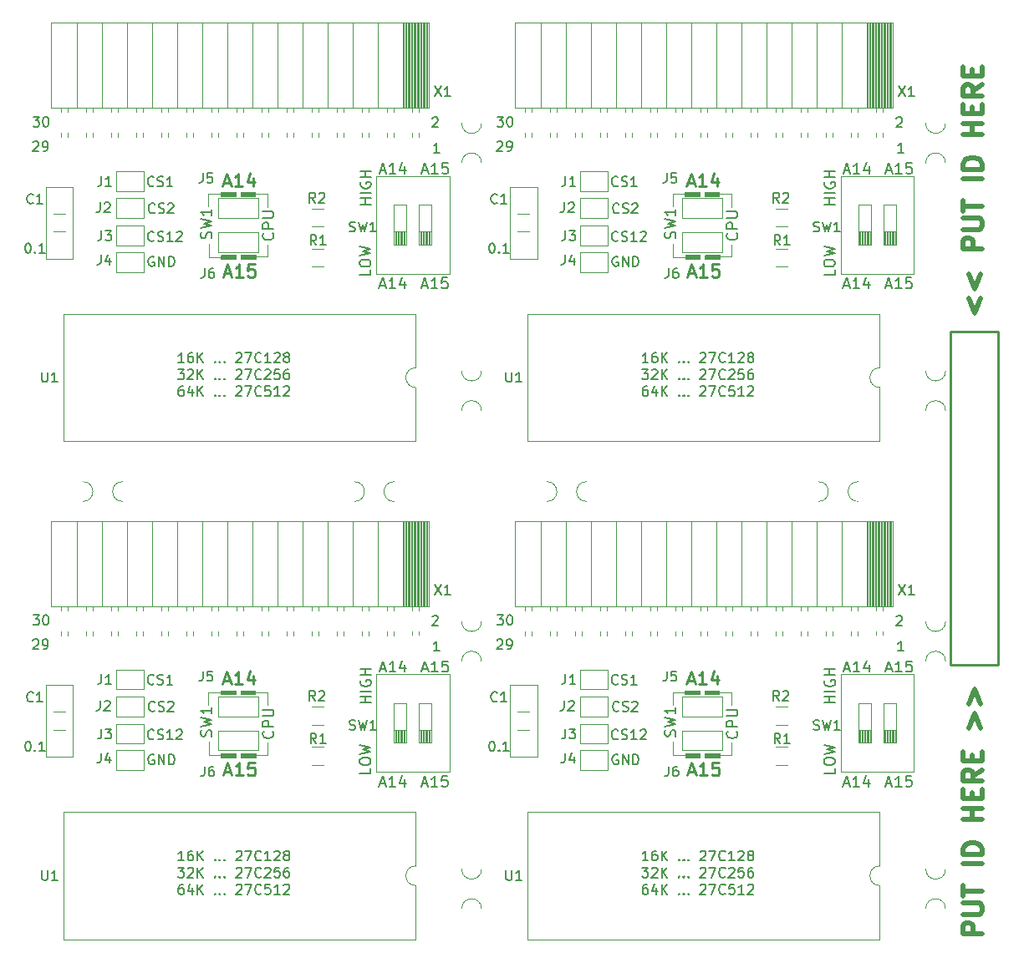
<source format=gbr>
G04 #@! TF.GenerationSoftware,KiCad,Pcbnew,(5.1.5)-3*
G04 #@! TF.CreationDate,2021-01-17T18:04:29-08:00*
G04 #@! TF.ProjectId,YamahaMSX_MiniCartridge,59616d61-6861-44d5-9358-5f4d696e6943,rev?*
G04 #@! TF.SameCoordinates,Original*
G04 #@! TF.FileFunction,Legend,Top*
G04 #@! TF.FilePolarity,Positive*
%FSLAX46Y46*%
G04 Gerber Fmt 4.6, Leading zero omitted, Abs format (unit mm)*
G04 Created by KiCad (PCBNEW (5.1.5)-3) date 2021-01-17 18:04:29*
%MOMM*%
%LPD*%
G04 APERTURE LIST*
%ADD10C,0.100000*%
%ADD11C,0.120000*%
%ADD12C,0.200000*%
%ADD13C,0.250000*%
%ADD14C,0.500000*%
%ADD15C,0.150000*%
G04 APERTURE END LIST*
D10*
G36*
X109128400Y-97921800D02*
G01*
X107629800Y-97921800D01*
X107629800Y-97540800D01*
X107655200Y-97515400D01*
X109128400Y-97515400D01*
X109128400Y-97921800D01*
G37*
X109128400Y-97921800D02*
X107629800Y-97921800D01*
X107629800Y-97540800D01*
X107655200Y-97515400D01*
X109128400Y-97515400D01*
X109128400Y-97921800D01*
G36*
X62128400Y-97921800D02*
G01*
X60629800Y-97921800D01*
X60629800Y-97540800D01*
X60655200Y-97515400D01*
X62128400Y-97515400D01*
X62128400Y-97921800D01*
G37*
X62128400Y-97921800D02*
X60629800Y-97921800D01*
X60629800Y-97540800D01*
X60655200Y-97515400D01*
X62128400Y-97515400D01*
X62128400Y-97921800D01*
G36*
X109128400Y-47421800D02*
G01*
X107629800Y-47421800D01*
X107629800Y-47040800D01*
X107655200Y-47015400D01*
X109128400Y-47015400D01*
X109128400Y-47421800D01*
G37*
X109128400Y-47421800D02*
X107629800Y-47421800D01*
X107629800Y-47040800D01*
X107655200Y-47015400D01*
X109128400Y-47015400D01*
X109128400Y-47421800D01*
D11*
X111033400Y-91317800D02*
X112303400Y-91317800D01*
X64033400Y-91317800D02*
X65303400Y-91317800D01*
X111033400Y-40817800D02*
X112303400Y-40817800D01*
X112354200Y-97693200D02*
X112354200Y-96448600D01*
X65354200Y-97693200D02*
X65354200Y-96448600D01*
X112354200Y-47193200D02*
X112354200Y-45948600D01*
X107629800Y-91343200D02*
X106359800Y-91343200D01*
X60629800Y-91343200D02*
X59359800Y-91343200D01*
X107629800Y-40843200D02*
X106359800Y-40843200D01*
X111058800Y-97693200D02*
X112354200Y-97693200D01*
X64058800Y-97693200D02*
X65354200Y-97693200D01*
X111058800Y-47193200D02*
X112354200Y-47193200D01*
D10*
G36*
X111135000Y-97921800D02*
G01*
X109636400Y-97921800D01*
X109636400Y-97540800D01*
X109661800Y-97515400D01*
X111135000Y-97515400D01*
X111135000Y-97921800D01*
G37*
X111135000Y-97921800D02*
X109636400Y-97921800D01*
X109636400Y-97540800D01*
X109661800Y-97515400D01*
X111135000Y-97515400D01*
X111135000Y-97921800D01*
G36*
X64135000Y-97921800D02*
G01*
X62636400Y-97921800D01*
X62636400Y-97540800D01*
X62661800Y-97515400D01*
X64135000Y-97515400D01*
X64135000Y-97921800D01*
G37*
X64135000Y-97921800D02*
X62636400Y-97921800D01*
X62636400Y-97540800D01*
X62661800Y-97515400D01*
X64135000Y-97515400D01*
X64135000Y-97921800D01*
G36*
X111135000Y-47421800D02*
G01*
X109636400Y-47421800D01*
X109636400Y-47040800D01*
X109661800Y-47015400D01*
X111135000Y-47015400D01*
X111135000Y-47421800D01*
G37*
X111135000Y-47421800D02*
X109636400Y-47421800D01*
X109636400Y-47040800D01*
X109661800Y-47015400D01*
X111135000Y-47015400D01*
X111135000Y-47421800D01*
D11*
X107655200Y-97718600D02*
X106410600Y-97718600D01*
X60655200Y-97718600D02*
X59410600Y-97718600D01*
X107655200Y-47218600D02*
X106410600Y-47218600D01*
X106410600Y-97718600D02*
X106410600Y-96347000D01*
X59410600Y-97718600D02*
X59410600Y-96347000D01*
X106410600Y-47218600D02*
X106410600Y-45847000D01*
D10*
G36*
X109077600Y-91546400D02*
G01*
X107579000Y-91546400D01*
X107579000Y-91165400D01*
X107604400Y-91140000D01*
X109077600Y-91140000D01*
X109077600Y-91546400D01*
G37*
X109077600Y-91546400D02*
X107579000Y-91546400D01*
X107579000Y-91165400D01*
X107604400Y-91140000D01*
X109077600Y-91140000D01*
X109077600Y-91546400D01*
G36*
X62077600Y-91546400D02*
G01*
X60579000Y-91546400D01*
X60579000Y-91165400D01*
X60604400Y-91140000D01*
X62077600Y-91140000D01*
X62077600Y-91546400D01*
G37*
X62077600Y-91546400D02*
X60579000Y-91546400D01*
X60579000Y-91165400D01*
X60604400Y-91140000D01*
X62077600Y-91140000D01*
X62077600Y-91546400D01*
G36*
X109077600Y-41046400D02*
G01*
X107579000Y-41046400D01*
X107579000Y-40665400D01*
X107604400Y-40640000D01*
X109077600Y-40640000D01*
X109077600Y-41046400D01*
G37*
X109077600Y-41046400D02*
X107579000Y-41046400D01*
X107579000Y-40665400D01*
X107604400Y-40640000D01*
X109077600Y-40640000D01*
X109077600Y-41046400D01*
D11*
X112303400Y-91317800D02*
X112303400Y-92638600D01*
X65303400Y-91317800D02*
X65303400Y-92638600D01*
X112303400Y-40817800D02*
X112303400Y-42138600D01*
D10*
G36*
X111084200Y-91546400D02*
G01*
X109585600Y-91546400D01*
X109585600Y-91165400D01*
X109611000Y-91140000D01*
X111084200Y-91140000D01*
X111084200Y-91546400D01*
G37*
X111084200Y-91546400D02*
X109585600Y-91546400D01*
X109585600Y-91165400D01*
X109611000Y-91140000D01*
X111084200Y-91140000D01*
X111084200Y-91546400D01*
G36*
X64084200Y-91546400D02*
G01*
X62585600Y-91546400D01*
X62585600Y-91165400D01*
X62611000Y-91140000D01*
X64084200Y-91140000D01*
X64084200Y-91546400D01*
G37*
X64084200Y-91546400D02*
X62585600Y-91546400D01*
X62585600Y-91165400D01*
X62611000Y-91140000D01*
X64084200Y-91140000D01*
X64084200Y-91546400D01*
G36*
X111084200Y-41046400D02*
G01*
X109585600Y-41046400D01*
X109585600Y-40665400D01*
X109611000Y-40640000D01*
X111084200Y-40640000D01*
X111084200Y-41046400D01*
G37*
X111084200Y-41046400D02*
X109585600Y-41046400D01*
X109585600Y-40665400D01*
X109611000Y-40640000D01*
X111084200Y-40640000D01*
X111084200Y-41046400D01*
D11*
X106359800Y-91343200D02*
X106359800Y-92613200D01*
X59359800Y-91343200D02*
X59359800Y-92613200D01*
X106359800Y-40843200D02*
X106359800Y-42113200D01*
D12*
X122783219Y-99014685D02*
X122783219Y-99538495D01*
X121683219Y-99538495D01*
X121683219Y-98438495D02*
X121683219Y-98228971D01*
X121735600Y-98124209D01*
X121840361Y-98019447D01*
X122049885Y-97967066D01*
X122416552Y-97967066D01*
X122626076Y-98019447D01*
X122730838Y-98124209D01*
X122783219Y-98228971D01*
X122783219Y-98438495D01*
X122730838Y-98543257D01*
X122626076Y-98648019D01*
X122416552Y-98700400D01*
X122049885Y-98700400D01*
X121840361Y-98648019D01*
X121735600Y-98543257D01*
X121683219Y-98438495D01*
X121683219Y-97600400D02*
X122783219Y-97338495D01*
X121997504Y-97128971D01*
X122783219Y-96919447D01*
X121683219Y-96657542D01*
X75783219Y-99014685D02*
X75783219Y-99538495D01*
X74683219Y-99538495D01*
X74683219Y-98438495D02*
X74683219Y-98228971D01*
X74735600Y-98124209D01*
X74840361Y-98019447D01*
X75049885Y-97967066D01*
X75416552Y-97967066D01*
X75626076Y-98019447D01*
X75730838Y-98124209D01*
X75783219Y-98228971D01*
X75783219Y-98438495D01*
X75730838Y-98543257D01*
X75626076Y-98648019D01*
X75416552Y-98700400D01*
X75049885Y-98700400D01*
X74840361Y-98648019D01*
X74735600Y-98543257D01*
X74683219Y-98438495D01*
X74683219Y-97600400D02*
X75783219Y-97338495D01*
X74997504Y-97128971D01*
X75783219Y-96919447D01*
X74683219Y-96657542D01*
X122783219Y-48514685D02*
X122783219Y-49038495D01*
X121683219Y-49038495D01*
X121683219Y-47938495D02*
X121683219Y-47728971D01*
X121735600Y-47624209D01*
X121840361Y-47519447D01*
X122049885Y-47467066D01*
X122416552Y-47467066D01*
X122626076Y-47519447D01*
X122730838Y-47624209D01*
X122783219Y-47728971D01*
X122783219Y-47938495D01*
X122730838Y-48043257D01*
X122626076Y-48148019D01*
X122416552Y-48200400D01*
X122049885Y-48200400D01*
X121840361Y-48148019D01*
X121735600Y-48043257D01*
X121683219Y-47938495D01*
X121683219Y-47100400D02*
X122783219Y-46838495D01*
X121997504Y-46628971D01*
X122783219Y-46419447D01*
X121683219Y-46157542D01*
X128011876Y-88961133D02*
X128535685Y-88961133D01*
X127907114Y-89275419D02*
X128273780Y-88175419D01*
X128640447Y-89275419D01*
X129583304Y-89275419D02*
X128954733Y-89275419D01*
X129269019Y-89275419D02*
X129269019Y-88175419D01*
X129164257Y-88332561D01*
X129059495Y-88437323D01*
X128954733Y-88489704D01*
X130578542Y-88175419D02*
X130054733Y-88175419D01*
X130002352Y-88699228D01*
X130054733Y-88646847D01*
X130159495Y-88594466D01*
X130421400Y-88594466D01*
X130526161Y-88646847D01*
X130578542Y-88699228D01*
X130630923Y-88803990D01*
X130630923Y-89065895D01*
X130578542Y-89170657D01*
X130526161Y-89223038D01*
X130421400Y-89275419D01*
X130159495Y-89275419D01*
X130054733Y-89223038D01*
X130002352Y-89170657D01*
X81011876Y-88961133D02*
X81535685Y-88961133D01*
X80907114Y-89275419D02*
X81273780Y-88175419D01*
X81640447Y-89275419D01*
X82583304Y-89275419D02*
X81954733Y-89275419D01*
X82269019Y-89275419D02*
X82269019Y-88175419D01*
X82164257Y-88332561D01*
X82059495Y-88437323D01*
X81954733Y-88489704D01*
X83578542Y-88175419D02*
X83054733Y-88175419D01*
X83002352Y-88699228D01*
X83054733Y-88646847D01*
X83159495Y-88594466D01*
X83421400Y-88594466D01*
X83526161Y-88646847D01*
X83578542Y-88699228D01*
X83630923Y-88803990D01*
X83630923Y-89065895D01*
X83578542Y-89170657D01*
X83526161Y-89223038D01*
X83421400Y-89275419D01*
X83159495Y-89275419D01*
X83054733Y-89223038D01*
X83002352Y-89170657D01*
X128011876Y-38461133D02*
X128535685Y-38461133D01*
X127907114Y-38775419D02*
X128273780Y-37675419D01*
X128640447Y-38775419D01*
X129583304Y-38775419D02*
X128954733Y-38775419D01*
X129269019Y-38775419D02*
X129269019Y-37675419D01*
X129164257Y-37832561D01*
X129059495Y-37937323D01*
X128954733Y-37989704D01*
X130578542Y-37675419D02*
X130054733Y-37675419D01*
X130002352Y-38199228D01*
X130054733Y-38146847D01*
X130159495Y-38094466D01*
X130421400Y-38094466D01*
X130526161Y-38146847D01*
X130578542Y-38199228D01*
X130630923Y-38303990D01*
X130630923Y-38565895D01*
X130578542Y-38670657D01*
X130526161Y-38723038D01*
X130421400Y-38775419D01*
X130159495Y-38775419D01*
X130054733Y-38723038D01*
X130002352Y-38670657D01*
X122834019Y-92385180D02*
X121734019Y-92385180D01*
X122257828Y-92385180D02*
X122257828Y-91756609D01*
X122834019Y-91756609D02*
X121734019Y-91756609D01*
X122834019Y-91232800D02*
X121734019Y-91232800D01*
X121786400Y-90132800D02*
X121734019Y-90237561D01*
X121734019Y-90394704D01*
X121786400Y-90551847D01*
X121891161Y-90656609D01*
X121995923Y-90708990D01*
X122205447Y-90761371D01*
X122362590Y-90761371D01*
X122572114Y-90708990D01*
X122676876Y-90656609D01*
X122781638Y-90551847D01*
X122834019Y-90394704D01*
X122834019Y-90289942D01*
X122781638Y-90132800D01*
X122729257Y-90080419D01*
X122362590Y-90080419D01*
X122362590Y-90289942D01*
X122834019Y-89608990D02*
X121734019Y-89608990D01*
X122257828Y-89608990D02*
X122257828Y-88980419D01*
X122834019Y-88980419D02*
X121734019Y-88980419D01*
X75834019Y-92385180D02*
X74734019Y-92385180D01*
X75257828Y-92385180D02*
X75257828Y-91756609D01*
X75834019Y-91756609D02*
X74734019Y-91756609D01*
X75834019Y-91232800D02*
X74734019Y-91232800D01*
X74786400Y-90132800D02*
X74734019Y-90237561D01*
X74734019Y-90394704D01*
X74786400Y-90551847D01*
X74891161Y-90656609D01*
X74995923Y-90708990D01*
X75205447Y-90761371D01*
X75362590Y-90761371D01*
X75572114Y-90708990D01*
X75676876Y-90656609D01*
X75781638Y-90551847D01*
X75834019Y-90394704D01*
X75834019Y-90289942D01*
X75781638Y-90132800D01*
X75729257Y-90080419D01*
X75362590Y-90080419D01*
X75362590Y-90289942D01*
X75834019Y-89608990D02*
X74734019Y-89608990D01*
X75257828Y-89608990D02*
X75257828Y-88980419D01*
X75834019Y-88980419D02*
X74734019Y-88980419D01*
X122834019Y-41885180D02*
X121734019Y-41885180D01*
X122257828Y-41885180D02*
X122257828Y-41256609D01*
X122834019Y-41256609D02*
X121734019Y-41256609D01*
X122834019Y-40732800D02*
X121734019Y-40732800D01*
X121786400Y-39632800D02*
X121734019Y-39737561D01*
X121734019Y-39894704D01*
X121786400Y-40051847D01*
X121891161Y-40156609D01*
X121995923Y-40208990D01*
X122205447Y-40261371D01*
X122362590Y-40261371D01*
X122572114Y-40208990D01*
X122676876Y-40156609D01*
X122781638Y-40051847D01*
X122834019Y-39894704D01*
X122834019Y-39789942D01*
X122781638Y-39632800D01*
X122729257Y-39580419D01*
X122362590Y-39580419D01*
X122362590Y-39789942D01*
X122834019Y-39108990D02*
X121734019Y-39108990D01*
X122257828Y-39108990D02*
X122257828Y-38480419D01*
X122834019Y-38480419D02*
X121734019Y-38480419D01*
X127986476Y-100594333D02*
X128510285Y-100594333D01*
X127881714Y-100908619D02*
X128248380Y-99808619D01*
X128615047Y-100908619D01*
X129557904Y-100908619D02*
X128929333Y-100908619D01*
X129243619Y-100908619D02*
X129243619Y-99808619D01*
X129138857Y-99965761D01*
X129034095Y-100070523D01*
X128929333Y-100122904D01*
X130553142Y-99808619D02*
X130029333Y-99808619D01*
X129976952Y-100332428D01*
X130029333Y-100280047D01*
X130134095Y-100227666D01*
X130396000Y-100227666D01*
X130500761Y-100280047D01*
X130553142Y-100332428D01*
X130605523Y-100437190D01*
X130605523Y-100699095D01*
X130553142Y-100803857D01*
X130500761Y-100856238D01*
X130396000Y-100908619D01*
X130134095Y-100908619D01*
X130029333Y-100856238D01*
X129976952Y-100803857D01*
X80986476Y-100594333D02*
X81510285Y-100594333D01*
X80881714Y-100908619D02*
X81248380Y-99808619D01*
X81615047Y-100908619D01*
X82557904Y-100908619D02*
X81929333Y-100908619D01*
X82243619Y-100908619D02*
X82243619Y-99808619D01*
X82138857Y-99965761D01*
X82034095Y-100070523D01*
X81929333Y-100122904D01*
X83553142Y-99808619D02*
X83029333Y-99808619D01*
X82976952Y-100332428D01*
X83029333Y-100280047D01*
X83134095Y-100227666D01*
X83396000Y-100227666D01*
X83500761Y-100280047D01*
X83553142Y-100332428D01*
X83605523Y-100437190D01*
X83605523Y-100699095D01*
X83553142Y-100803857D01*
X83500761Y-100856238D01*
X83396000Y-100908619D01*
X83134095Y-100908619D01*
X83029333Y-100856238D01*
X82976952Y-100803857D01*
X127986476Y-50094333D02*
X128510285Y-50094333D01*
X127881714Y-50408619D02*
X128248380Y-49308619D01*
X128615047Y-50408619D01*
X129557904Y-50408619D02*
X128929333Y-50408619D01*
X129243619Y-50408619D02*
X129243619Y-49308619D01*
X129138857Y-49465761D01*
X129034095Y-49570523D01*
X128929333Y-49622904D01*
X130553142Y-49308619D02*
X130029333Y-49308619D01*
X129976952Y-49832428D01*
X130029333Y-49780047D01*
X130134095Y-49727666D01*
X130396000Y-49727666D01*
X130500761Y-49780047D01*
X130553142Y-49832428D01*
X130605523Y-49937190D01*
X130605523Y-50199095D01*
X130553142Y-50303857D01*
X130500761Y-50356238D01*
X130396000Y-50408619D01*
X130134095Y-50408619D01*
X130029333Y-50356238D01*
X129976952Y-50303857D01*
X123719276Y-100594333D02*
X124243085Y-100594333D01*
X123614514Y-100908619D02*
X123981180Y-99808619D01*
X124347847Y-100908619D01*
X125290704Y-100908619D02*
X124662133Y-100908619D01*
X124976419Y-100908619D02*
X124976419Y-99808619D01*
X124871657Y-99965761D01*
X124766895Y-100070523D01*
X124662133Y-100122904D01*
X126233561Y-100175285D02*
X126233561Y-100908619D01*
X125971657Y-99756238D02*
X125709752Y-100541952D01*
X126390704Y-100541952D01*
X76719276Y-100594333D02*
X77243085Y-100594333D01*
X76614514Y-100908619D02*
X76981180Y-99808619D01*
X77347847Y-100908619D01*
X78290704Y-100908619D02*
X77662133Y-100908619D01*
X77976419Y-100908619D02*
X77976419Y-99808619D01*
X77871657Y-99965761D01*
X77766895Y-100070523D01*
X77662133Y-100122904D01*
X79233561Y-100175285D02*
X79233561Y-100908619D01*
X78971657Y-99756238D02*
X78709752Y-100541952D01*
X79390704Y-100541952D01*
X123719276Y-50094333D02*
X124243085Y-50094333D01*
X123614514Y-50408619D02*
X123981180Y-49308619D01*
X124347847Y-50408619D01*
X125290704Y-50408619D02*
X124662133Y-50408619D01*
X124976419Y-50408619D02*
X124976419Y-49308619D01*
X124871657Y-49465761D01*
X124766895Y-49570523D01*
X124662133Y-49622904D01*
X126233561Y-49675285D02*
X126233561Y-50408619D01*
X125971657Y-49256238D02*
X125709752Y-50041952D01*
X126390704Y-50041952D01*
X123744676Y-88961133D02*
X124268485Y-88961133D01*
X123639914Y-89275419D02*
X124006580Y-88175419D01*
X124373247Y-89275419D01*
X125316104Y-89275419D02*
X124687533Y-89275419D01*
X125001819Y-89275419D02*
X125001819Y-88175419D01*
X124897057Y-88332561D01*
X124792295Y-88437323D01*
X124687533Y-88489704D01*
X126258961Y-88542085D02*
X126258961Y-89275419D01*
X125997057Y-88123038D02*
X125735152Y-88908752D01*
X126416104Y-88908752D01*
X76744676Y-88961133D02*
X77268485Y-88961133D01*
X76639914Y-89275419D02*
X77006580Y-88175419D01*
X77373247Y-89275419D01*
X78316104Y-89275419D02*
X77687533Y-89275419D01*
X78001819Y-89275419D02*
X78001819Y-88175419D01*
X77897057Y-88332561D01*
X77792295Y-88437323D01*
X77687533Y-88489704D01*
X79258961Y-88542085D02*
X79258961Y-89275419D01*
X78997057Y-88123038D02*
X78735152Y-88908752D01*
X79416104Y-88908752D01*
X123744676Y-38461133D02*
X124268485Y-38461133D01*
X123639914Y-38775419D02*
X124006580Y-37675419D01*
X124373247Y-38775419D01*
X125316104Y-38775419D02*
X124687533Y-38775419D01*
X125001819Y-38775419D02*
X125001819Y-37675419D01*
X124897057Y-37832561D01*
X124792295Y-37937323D01*
X124687533Y-37989704D01*
X126258961Y-38042085D02*
X126258961Y-38775419D01*
X125997057Y-37623038D02*
X125735152Y-38408752D01*
X126416104Y-38408752D01*
X103877580Y-108408980D02*
X103306152Y-108408980D01*
X103591866Y-108408980D02*
X103591866Y-107408980D01*
X103496628Y-107551838D01*
X103401390Y-107647076D01*
X103306152Y-107694695D01*
X104734723Y-107408980D02*
X104544247Y-107408980D01*
X104449009Y-107456600D01*
X104401390Y-107504219D01*
X104306152Y-107647076D01*
X104258533Y-107837552D01*
X104258533Y-108218504D01*
X104306152Y-108313742D01*
X104353771Y-108361361D01*
X104449009Y-108408980D01*
X104639485Y-108408980D01*
X104734723Y-108361361D01*
X104782342Y-108313742D01*
X104829961Y-108218504D01*
X104829961Y-107980409D01*
X104782342Y-107885171D01*
X104734723Y-107837552D01*
X104639485Y-107789933D01*
X104449009Y-107789933D01*
X104353771Y-107837552D01*
X104306152Y-107885171D01*
X104258533Y-107980409D01*
X105258533Y-108408980D02*
X105258533Y-107408980D01*
X105829961Y-108408980D02*
X105401390Y-107837552D01*
X105829961Y-107408980D02*
X105258533Y-107980409D01*
X107020438Y-108313742D02*
X107068057Y-108361361D01*
X107020438Y-108408980D01*
X106972819Y-108361361D01*
X107020438Y-108313742D01*
X107020438Y-108408980D01*
X107496628Y-108313742D02*
X107544247Y-108361361D01*
X107496628Y-108408980D01*
X107449009Y-108361361D01*
X107496628Y-108313742D01*
X107496628Y-108408980D01*
X107972819Y-108313742D02*
X108020438Y-108361361D01*
X107972819Y-108408980D01*
X107925200Y-108361361D01*
X107972819Y-108313742D01*
X107972819Y-108408980D01*
X109163295Y-107504219D02*
X109210914Y-107456600D01*
X109306152Y-107408980D01*
X109544247Y-107408980D01*
X109639485Y-107456600D01*
X109687104Y-107504219D01*
X109734723Y-107599457D01*
X109734723Y-107694695D01*
X109687104Y-107837552D01*
X109115676Y-108408980D01*
X109734723Y-108408980D01*
X110068057Y-107408980D02*
X110734723Y-107408980D01*
X110306152Y-108408980D01*
X111687104Y-108313742D02*
X111639485Y-108361361D01*
X111496628Y-108408980D01*
X111401390Y-108408980D01*
X111258533Y-108361361D01*
X111163295Y-108266123D01*
X111115676Y-108170885D01*
X111068057Y-107980409D01*
X111068057Y-107837552D01*
X111115676Y-107647076D01*
X111163295Y-107551838D01*
X111258533Y-107456600D01*
X111401390Y-107408980D01*
X111496628Y-107408980D01*
X111639485Y-107456600D01*
X111687104Y-107504219D01*
X112639485Y-108408980D02*
X112068057Y-108408980D01*
X112353771Y-108408980D02*
X112353771Y-107408980D01*
X112258533Y-107551838D01*
X112163295Y-107647076D01*
X112068057Y-107694695D01*
X113020438Y-107504219D02*
X113068057Y-107456600D01*
X113163295Y-107408980D01*
X113401390Y-107408980D01*
X113496628Y-107456600D01*
X113544247Y-107504219D01*
X113591866Y-107599457D01*
X113591866Y-107694695D01*
X113544247Y-107837552D01*
X112972819Y-108408980D01*
X113591866Y-108408980D01*
X114163295Y-107837552D02*
X114068057Y-107789933D01*
X114020438Y-107742314D01*
X113972819Y-107647076D01*
X113972819Y-107599457D01*
X114020438Y-107504219D01*
X114068057Y-107456600D01*
X114163295Y-107408980D01*
X114353771Y-107408980D01*
X114449009Y-107456600D01*
X114496628Y-107504219D01*
X114544247Y-107599457D01*
X114544247Y-107647076D01*
X114496628Y-107742314D01*
X114449009Y-107789933D01*
X114353771Y-107837552D01*
X114163295Y-107837552D01*
X114068057Y-107885171D01*
X114020438Y-107932790D01*
X113972819Y-108028028D01*
X113972819Y-108218504D01*
X114020438Y-108313742D01*
X114068057Y-108361361D01*
X114163295Y-108408980D01*
X114353771Y-108408980D01*
X114449009Y-108361361D01*
X114496628Y-108313742D01*
X114544247Y-108218504D01*
X114544247Y-108028028D01*
X114496628Y-107932790D01*
X114449009Y-107885171D01*
X114353771Y-107837552D01*
X103258533Y-109108980D02*
X103877580Y-109108980D01*
X103544247Y-109489933D01*
X103687104Y-109489933D01*
X103782342Y-109537552D01*
X103829961Y-109585171D01*
X103877580Y-109680409D01*
X103877580Y-109918504D01*
X103829961Y-110013742D01*
X103782342Y-110061361D01*
X103687104Y-110108980D01*
X103401390Y-110108980D01*
X103306152Y-110061361D01*
X103258533Y-110013742D01*
X104258533Y-109204219D02*
X104306152Y-109156600D01*
X104401390Y-109108980D01*
X104639485Y-109108980D01*
X104734723Y-109156600D01*
X104782342Y-109204219D01*
X104829961Y-109299457D01*
X104829961Y-109394695D01*
X104782342Y-109537552D01*
X104210914Y-110108980D01*
X104829961Y-110108980D01*
X105258533Y-110108980D02*
X105258533Y-109108980D01*
X105829961Y-110108980D02*
X105401390Y-109537552D01*
X105829961Y-109108980D02*
X105258533Y-109680409D01*
X107020438Y-110013742D02*
X107068057Y-110061361D01*
X107020438Y-110108980D01*
X106972819Y-110061361D01*
X107020438Y-110013742D01*
X107020438Y-110108980D01*
X107496628Y-110013742D02*
X107544247Y-110061361D01*
X107496628Y-110108980D01*
X107449009Y-110061361D01*
X107496628Y-110013742D01*
X107496628Y-110108980D01*
X107972819Y-110013742D02*
X108020438Y-110061361D01*
X107972819Y-110108980D01*
X107925200Y-110061361D01*
X107972819Y-110013742D01*
X107972819Y-110108980D01*
X109163295Y-109204219D02*
X109210914Y-109156600D01*
X109306152Y-109108980D01*
X109544247Y-109108980D01*
X109639485Y-109156600D01*
X109687104Y-109204219D01*
X109734723Y-109299457D01*
X109734723Y-109394695D01*
X109687104Y-109537552D01*
X109115676Y-110108980D01*
X109734723Y-110108980D01*
X110068057Y-109108980D02*
X110734723Y-109108980D01*
X110306152Y-110108980D01*
X111687104Y-110013742D02*
X111639485Y-110061361D01*
X111496628Y-110108980D01*
X111401390Y-110108980D01*
X111258533Y-110061361D01*
X111163295Y-109966123D01*
X111115676Y-109870885D01*
X111068057Y-109680409D01*
X111068057Y-109537552D01*
X111115676Y-109347076D01*
X111163295Y-109251838D01*
X111258533Y-109156600D01*
X111401390Y-109108980D01*
X111496628Y-109108980D01*
X111639485Y-109156600D01*
X111687104Y-109204219D01*
X112068057Y-109204219D02*
X112115676Y-109156600D01*
X112210914Y-109108980D01*
X112449009Y-109108980D01*
X112544247Y-109156600D01*
X112591866Y-109204219D01*
X112639485Y-109299457D01*
X112639485Y-109394695D01*
X112591866Y-109537552D01*
X112020438Y-110108980D01*
X112639485Y-110108980D01*
X113544247Y-109108980D02*
X113068057Y-109108980D01*
X113020438Y-109585171D01*
X113068057Y-109537552D01*
X113163295Y-109489933D01*
X113401390Y-109489933D01*
X113496628Y-109537552D01*
X113544247Y-109585171D01*
X113591866Y-109680409D01*
X113591866Y-109918504D01*
X113544247Y-110013742D01*
X113496628Y-110061361D01*
X113401390Y-110108980D01*
X113163295Y-110108980D01*
X113068057Y-110061361D01*
X113020438Y-110013742D01*
X114449009Y-109108980D02*
X114258533Y-109108980D01*
X114163295Y-109156600D01*
X114115676Y-109204219D01*
X114020438Y-109347076D01*
X113972819Y-109537552D01*
X113972819Y-109918504D01*
X114020438Y-110013742D01*
X114068057Y-110061361D01*
X114163295Y-110108980D01*
X114353771Y-110108980D01*
X114449009Y-110061361D01*
X114496628Y-110013742D01*
X114544247Y-109918504D01*
X114544247Y-109680409D01*
X114496628Y-109585171D01*
X114449009Y-109537552D01*
X114353771Y-109489933D01*
X114163295Y-109489933D01*
X114068057Y-109537552D01*
X114020438Y-109585171D01*
X113972819Y-109680409D01*
X103782342Y-110808980D02*
X103591866Y-110808980D01*
X103496628Y-110856600D01*
X103449009Y-110904219D01*
X103353771Y-111047076D01*
X103306152Y-111237552D01*
X103306152Y-111618504D01*
X103353771Y-111713742D01*
X103401390Y-111761361D01*
X103496628Y-111808980D01*
X103687104Y-111808980D01*
X103782342Y-111761361D01*
X103829961Y-111713742D01*
X103877580Y-111618504D01*
X103877580Y-111380409D01*
X103829961Y-111285171D01*
X103782342Y-111237552D01*
X103687104Y-111189933D01*
X103496628Y-111189933D01*
X103401390Y-111237552D01*
X103353771Y-111285171D01*
X103306152Y-111380409D01*
X104734723Y-111142314D02*
X104734723Y-111808980D01*
X104496628Y-110761361D02*
X104258533Y-111475647D01*
X104877580Y-111475647D01*
X105258533Y-111808980D02*
X105258533Y-110808980D01*
X105829961Y-111808980D02*
X105401390Y-111237552D01*
X105829961Y-110808980D02*
X105258533Y-111380409D01*
X107020438Y-111713742D02*
X107068057Y-111761361D01*
X107020438Y-111808980D01*
X106972819Y-111761361D01*
X107020438Y-111713742D01*
X107020438Y-111808980D01*
X107496628Y-111713742D02*
X107544247Y-111761361D01*
X107496628Y-111808980D01*
X107449009Y-111761361D01*
X107496628Y-111713742D01*
X107496628Y-111808980D01*
X107972819Y-111713742D02*
X108020438Y-111761361D01*
X107972819Y-111808980D01*
X107925200Y-111761361D01*
X107972819Y-111713742D01*
X107972819Y-111808980D01*
X109163295Y-110904219D02*
X109210914Y-110856600D01*
X109306152Y-110808980D01*
X109544247Y-110808980D01*
X109639485Y-110856600D01*
X109687104Y-110904219D01*
X109734723Y-110999457D01*
X109734723Y-111094695D01*
X109687104Y-111237552D01*
X109115676Y-111808980D01*
X109734723Y-111808980D01*
X110068057Y-110808980D02*
X110734723Y-110808980D01*
X110306152Y-111808980D01*
X111687104Y-111713742D02*
X111639485Y-111761361D01*
X111496628Y-111808980D01*
X111401390Y-111808980D01*
X111258533Y-111761361D01*
X111163295Y-111666123D01*
X111115676Y-111570885D01*
X111068057Y-111380409D01*
X111068057Y-111237552D01*
X111115676Y-111047076D01*
X111163295Y-110951838D01*
X111258533Y-110856600D01*
X111401390Y-110808980D01*
X111496628Y-110808980D01*
X111639485Y-110856600D01*
X111687104Y-110904219D01*
X112591866Y-110808980D02*
X112115676Y-110808980D01*
X112068057Y-111285171D01*
X112115676Y-111237552D01*
X112210914Y-111189933D01*
X112449009Y-111189933D01*
X112544247Y-111237552D01*
X112591866Y-111285171D01*
X112639485Y-111380409D01*
X112639485Y-111618504D01*
X112591866Y-111713742D01*
X112544247Y-111761361D01*
X112449009Y-111808980D01*
X112210914Y-111808980D01*
X112115676Y-111761361D01*
X112068057Y-111713742D01*
X113591866Y-111808980D02*
X113020438Y-111808980D01*
X113306152Y-111808980D02*
X113306152Y-110808980D01*
X113210914Y-110951838D01*
X113115676Y-111047076D01*
X113020438Y-111094695D01*
X113972819Y-110904219D02*
X114020438Y-110856600D01*
X114115676Y-110808980D01*
X114353771Y-110808980D01*
X114449009Y-110856600D01*
X114496628Y-110904219D01*
X114544247Y-110999457D01*
X114544247Y-111094695D01*
X114496628Y-111237552D01*
X113925200Y-111808980D01*
X114544247Y-111808980D01*
X56877580Y-108408980D02*
X56306152Y-108408980D01*
X56591866Y-108408980D02*
X56591866Y-107408980D01*
X56496628Y-107551838D01*
X56401390Y-107647076D01*
X56306152Y-107694695D01*
X57734723Y-107408980D02*
X57544247Y-107408980D01*
X57449009Y-107456600D01*
X57401390Y-107504219D01*
X57306152Y-107647076D01*
X57258533Y-107837552D01*
X57258533Y-108218504D01*
X57306152Y-108313742D01*
X57353771Y-108361361D01*
X57449009Y-108408980D01*
X57639485Y-108408980D01*
X57734723Y-108361361D01*
X57782342Y-108313742D01*
X57829961Y-108218504D01*
X57829961Y-107980409D01*
X57782342Y-107885171D01*
X57734723Y-107837552D01*
X57639485Y-107789933D01*
X57449009Y-107789933D01*
X57353771Y-107837552D01*
X57306152Y-107885171D01*
X57258533Y-107980409D01*
X58258533Y-108408980D02*
X58258533Y-107408980D01*
X58829961Y-108408980D02*
X58401390Y-107837552D01*
X58829961Y-107408980D02*
X58258533Y-107980409D01*
X60020438Y-108313742D02*
X60068057Y-108361361D01*
X60020438Y-108408980D01*
X59972819Y-108361361D01*
X60020438Y-108313742D01*
X60020438Y-108408980D01*
X60496628Y-108313742D02*
X60544247Y-108361361D01*
X60496628Y-108408980D01*
X60449009Y-108361361D01*
X60496628Y-108313742D01*
X60496628Y-108408980D01*
X60972819Y-108313742D02*
X61020438Y-108361361D01*
X60972819Y-108408980D01*
X60925199Y-108361361D01*
X60972819Y-108313742D01*
X60972819Y-108408980D01*
X62163295Y-107504219D02*
X62210914Y-107456600D01*
X62306152Y-107408980D01*
X62544247Y-107408980D01*
X62639485Y-107456600D01*
X62687104Y-107504219D01*
X62734723Y-107599457D01*
X62734723Y-107694695D01*
X62687104Y-107837552D01*
X62115676Y-108408980D01*
X62734723Y-108408980D01*
X63068057Y-107408980D02*
X63734723Y-107408980D01*
X63306152Y-108408980D01*
X64687104Y-108313742D02*
X64639485Y-108361361D01*
X64496628Y-108408980D01*
X64401390Y-108408980D01*
X64258533Y-108361361D01*
X64163295Y-108266123D01*
X64115676Y-108170885D01*
X64068057Y-107980409D01*
X64068057Y-107837552D01*
X64115676Y-107647076D01*
X64163295Y-107551838D01*
X64258533Y-107456600D01*
X64401390Y-107408980D01*
X64496628Y-107408980D01*
X64639485Y-107456600D01*
X64687104Y-107504219D01*
X65639485Y-108408980D02*
X65068057Y-108408980D01*
X65353771Y-108408980D02*
X65353771Y-107408980D01*
X65258533Y-107551838D01*
X65163295Y-107647076D01*
X65068057Y-107694695D01*
X66020438Y-107504219D02*
X66068057Y-107456600D01*
X66163295Y-107408980D01*
X66401390Y-107408980D01*
X66496628Y-107456600D01*
X66544247Y-107504219D01*
X66591866Y-107599457D01*
X66591866Y-107694695D01*
X66544247Y-107837552D01*
X65972819Y-108408980D01*
X66591866Y-108408980D01*
X67163295Y-107837552D02*
X67068057Y-107789933D01*
X67020438Y-107742314D01*
X66972819Y-107647076D01*
X66972819Y-107599457D01*
X67020438Y-107504219D01*
X67068057Y-107456600D01*
X67163295Y-107408980D01*
X67353771Y-107408980D01*
X67449009Y-107456600D01*
X67496628Y-107504219D01*
X67544247Y-107599457D01*
X67544247Y-107647076D01*
X67496628Y-107742314D01*
X67449009Y-107789933D01*
X67353771Y-107837552D01*
X67163295Y-107837552D01*
X67068057Y-107885171D01*
X67020438Y-107932790D01*
X66972819Y-108028028D01*
X66972819Y-108218504D01*
X67020438Y-108313742D01*
X67068057Y-108361361D01*
X67163295Y-108408980D01*
X67353771Y-108408980D01*
X67449009Y-108361361D01*
X67496628Y-108313742D01*
X67544247Y-108218504D01*
X67544247Y-108028028D01*
X67496628Y-107932790D01*
X67449009Y-107885171D01*
X67353771Y-107837552D01*
X56258533Y-109108980D02*
X56877580Y-109108980D01*
X56544247Y-109489933D01*
X56687104Y-109489933D01*
X56782342Y-109537552D01*
X56829961Y-109585171D01*
X56877580Y-109680409D01*
X56877580Y-109918504D01*
X56829961Y-110013742D01*
X56782342Y-110061361D01*
X56687104Y-110108980D01*
X56401390Y-110108980D01*
X56306152Y-110061361D01*
X56258533Y-110013742D01*
X57258533Y-109204219D02*
X57306152Y-109156600D01*
X57401390Y-109108980D01*
X57639485Y-109108980D01*
X57734723Y-109156600D01*
X57782342Y-109204219D01*
X57829961Y-109299457D01*
X57829961Y-109394695D01*
X57782342Y-109537552D01*
X57210914Y-110108980D01*
X57829961Y-110108980D01*
X58258533Y-110108980D02*
X58258533Y-109108980D01*
X58829961Y-110108980D02*
X58401390Y-109537552D01*
X58829961Y-109108980D02*
X58258533Y-109680409D01*
X60020438Y-110013742D02*
X60068057Y-110061361D01*
X60020438Y-110108980D01*
X59972819Y-110061361D01*
X60020438Y-110013742D01*
X60020438Y-110108980D01*
X60496628Y-110013742D02*
X60544247Y-110061361D01*
X60496628Y-110108980D01*
X60449009Y-110061361D01*
X60496628Y-110013742D01*
X60496628Y-110108980D01*
X60972819Y-110013742D02*
X61020438Y-110061361D01*
X60972819Y-110108980D01*
X60925199Y-110061361D01*
X60972819Y-110013742D01*
X60972819Y-110108980D01*
X62163295Y-109204219D02*
X62210914Y-109156600D01*
X62306152Y-109108980D01*
X62544247Y-109108980D01*
X62639485Y-109156600D01*
X62687104Y-109204219D01*
X62734723Y-109299457D01*
X62734723Y-109394695D01*
X62687104Y-109537552D01*
X62115676Y-110108980D01*
X62734723Y-110108980D01*
X63068057Y-109108980D02*
X63734723Y-109108980D01*
X63306152Y-110108980D01*
X64687104Y-110013742D02*
X64639485Y-110061361D01*
X64496628Y-110108980D01*
X64401390Y-110108980D01*
X64258533Y-110061361D01*
X64163295Y-109966123D01*
X64115676Y-109870885D01*
X64068057Y-109680409D01*
X64068057Y-109537552D01*
X64115676Y-109347076D01*
X64163295Y-109251838D01*
X64258533Y-109156600D01*
X64401390Y-109108980D01*
X64496628Y-109108980D01*
X64639485Y-109156600D01*
X64687104Y-109204219D01*
X65068057Y-109204219D02*
X65115676Y-109156600D01*
X65210914Y-109108980D01*
X65449009Y-109108980D01*
X65544247Y-109156600D01*
X65591866Y-109204219D01*
X65639485Y-109299457D01*
X65639485Y-109394695D01*
X65591866Y-109537552D01*
X65020438Y-110108980D01*
X65639485Y-110108980D01*
X66544247Y-109108980D02*
X66068057Y-109108980D01*
X66020438Y-109585171D01*
X66068057Y-109537552D01*
X66163295Y-109489933D01*
X66401390Y-109489933D01*
X66496628Y-109537552D01*
X66544247Y-109585171D01*
X66591866Y-109680409D01*
X66591866Y-109918504D01*
X66544247Y-110013742D01*
X66496628Y-110061361D01*
X66401390Y-110108980D01*
X66163295Y-110108980D01*
X66068057Y-110061361D01*
X66020438Y-110013742D01*
X67449009Y-109108980D02*
X67258533Y-109108980D01*
X67163295Y-109156600D01*
X67115676Y-109204219D01*
X67020438Y-109347076D01*
X66972819Y-109537552D01*
X66972819Y-109918504D01*
X67020438Y-110013742D01*
X67068057Y-110061361D01*
X67163295Y-110108980D01*
X67353771Y-110108980D01*
X67449009Y-110061361D01*
X67496628Y-110013742D01*
X67544247Y-109918504D01*
X67544247Y-109680409D01*
X67496628Y-109585171D01*
X67449009Y-109537552D01*
X67353771Y-109489933D01*
X67163295Y-109489933D01*
X67068057Y-109537552D01*
X67020438Y-109585171D01*
X66972819Y-109680409D01*
X56782342Y-110808980D02*
X56591866Y-110808980D01*
X56496628Y-110856600D01*
X56449009Y-110904219D01*
X56353771Y-111047076D01*
X56306152Y-111237552D01*
X56306152Y-111618504D01*
X56353771Y-111713742D01*
X56401390Y-111761361D01*
X56496628Y-111808980D01*
X56687104Y-111808980D01*
X56782342Y-111761361D01*
X56829961Y-111713742D01*
X56877580Y-111618504D01*
X56877580Y-111380409D01*
X56829961Y-111285171D01*
X56782342Y-111237552D01*
X56687104Y-111189933D01*
X56496628Y-111189933D01*
X56401390Y-111237552D01*
X56353771Y-111285171D01*
X56306152Y-111380409D01*
X57734723Y-111142314D02*
X57734723Y-111808980D01*
X57496628Y-110761361D02*
X57258533Y-111475647D01*
X57877580Y-111475647D01*
X58258533Y-111808980D02*
X58258533Y-110808980D01*
X58829961Y-111808980D02*
X58401390Y-111237552D01*
X58829961Y-110808980D02*
X58258533Y-111380409D01*
X60020438Y-111713742D02*
X60068057Y-111761361D01*
X60020438Y-111808980D01*
X59972819Y-111761361D01*
X60020438Y-111713742D01*
X60020438Y-111808980D01*
X60496628Y-111713742D02*
X60544247Y-111761361D01*
X60496628Y-111808980D01*
X60449009Y-111761361D01*
X60496628Y-111713742D01*
X60496628Y-111808980D01*
X60972819Y-111713742D02*
X61020438Y-111761361D01*
X60972819Y-111808980D01*
X60925199Y-111761361D01*
X60972819Y-111713742D01*
X60972819Y-111808980D01*
X62163295Y-110904219D02*
X62210914Y-110856600D01*
X62306152Y-110808980D01*
X62544247Y-110808980D01*
X62639485Y-110856600D01*
X62687104Y-110904219D01*
X62734723Y-110999457D01*
X62734723Y-111094695D01*
X62687104Y-111237552D01*
X62115676Y-111808980D01*
X62734723Y-111808980D01*
X63068057Y-110808980D02*
X63734723Y-110808980D01*
X63306152Y-111808980D01*
X64687104Y-111713742D02*
X64639485Y-111761361D01*
X64496628Y-111808980D01*
X64401390Y-111808980D01*
X64258533Y-111761361D01*
X64163295Y-111666123D01*
X64115676Y-111570885D01*
X64068057Y-111380409D01*
X64068057Y-111237552D01*
X64115676Y-111047076D01*
X64163295Y-110951838D01*
X64258533Y-110856600D01*
X64401390Y-110808980D01*
X64496628Y-110808980D01*
X64639485Y-110856600D01*
X64687104Y-110904219D01*
X65591866Y-110808980D02*
X65115676Y-110808980D01*
X65068057Y-111285171D01*
X65115676Y-111237552D01*
X65210914Y-111189933D01*
X65449009Y-111189933D01*
X65544247Y-111237552D01*
X65591866Y-111285171D01*
X65639485Y-111380409D01*
X65639485Y-111618504D01*
X65591866Y-111713742D01*
X65544247Y-111761361D01*
X65449009Y-111808980D01*
X65210914Y-111808980D01*
X65115676Y-111761361D01*
X65068057Y-111713742D01*
X66591866Y-111808980D02*
X66020438Y-111808980D01*
X66306152Y-111808980D02*
X66306152Y-110808980D01*
X66210914Y-110951838D01*
X66115676Y-111047076D01*
X66020438Y-111094695D01*
X66972819Y-110904219D02*
X67020438Y-110856600D01*
X67115676Y-110808980D01*
X67353771Y-110808980D01*
X67449009Y-110856600D01*
X67496628Y-110904219D01*
X67544247Y-110999457D01*
X67544247Y-111094695D01*
X67496628Y-111237552D01*
X66925199Y-111808980D01*
X67544247Y-111808980D01*
X103877580Y-57908980D02*
X103306152Y-57908980D01*
X103591866Y-57908980D02*
X103591866Y-56908980D01*
X103496628Y-57051838D01*
X103401390Y-57147076D01*
X103306152Y-57194695D01*
X104734723Y-56908980D02*
X104544247Y-56908980D01*
X104449009Y-56956600D01*
X104401390Y-57004219D01*
X104306152Y-57147076D01*
X104258533Y-57337552D01*
X104258533Y-57718504D01*
X104306152Y-57813742D01*
X104353771Y-57861361D01*
X104449009Y-57908980D01*
X104639485Y-57908980D01*
X104734723Y-57861361D01*
X104782342Y-57813742D01*
X104829961Y-57718504D01*
X104829961Y-57480409D01*
X104782342Y-57385171D01*
X104734723Y-57337552D01*
X104639485Y-57289933D01*
X104449009Y-57289933D01*
X104353771Y-57337552D01*
X104306152Y-57385171D01*
X104258533Y-57480409D01*
X105258533Y-57908980D02*
X105258533Y-56908980D01*
X105829961Y-57908980D02*
X105401390Y-57337552D01*
X105829961Y-56908980D02*
X105258533Y-57480409D01*
X107020438Y-57813742D02*
X107068057Y-57861361D01*
X107020438Y-57908980D01*
X106972819Y-57861361D01*
X107020438Y-57813742D01*
X107020438Y-57908980D01*
X107496628Y-57813742D02*
X107544247Y-57861361D01*
X107496628Y-57908980D01*
X107449009Y-57861361D01*
X107496628Y-57813742D01*
X107496628Y-57908980D01*
X107972819Y-57813742D02*
X108020438Y-57861361D01*
X107972819Y-57908980D01*
X107925200Y-57861361D01*
X107972819Y-57813742D01*
X107972819Y-57908980D01*
X109163295Y-57004219D02*
X109210914Y-56956600D01*
X109306152Y-56908980D01*
X109544247Y-56908980D01*
X109639485Y-56956600D01*
X109687104Y-57004219D01*
X109734723Y-57099457D01*
X109734723Y-57194695D01*
X109687104Y-57337552D01*
X109115676Y-57908980D01*
X109734723Y-57908980D01*
X110068057Y-56908980D02*
X110734723Y-56908980D01*
X110306152Y-57908980D01*
X111687104Y-57813742D02*
X111639485Y-57861361D01*
X111496628Y-57908980D01*
X111401390Y-57908980D01*
X111258533Y-57861361D01*
X111163295Y-57766123D01*
X111115676Y-57670885D01*
X111068057Y-57480409D01*
X111068057Y-57337552D01*
X111115676Y-57147076D01*
X111163295Y-57051838D01*
X111258533Y-56956600D01*
X111401390Y-56908980D01*
X111496628Y-56908980D01*
X111639485Y-56956600D01*
X111687104Y-57004219D01*
X112639485Y-57908980D02*
X112068057Y-57908980D01*
X112353771Y-57908980D02*
X112353771Y-56908980D01*
X112258533Y-57051838D01*
X112163295Y-57147076D01*
X112068057Y-57194695D01*
X113020438Y-57004219D02*
X113068057Y-56956600D01*
X113163295Y-56908980D01*
X113401390Y-56908980D01*
X113496628Y-56956600D01*
X113544247Y-57004219D01*
X113591866Y-57099457D01*
X113591866Y-57194695D01*
X113544247Y-57337552D01*
X112972819Y-57908980D01*
X113591866Y-57908980D01*
X114163295Y-57337552D02*
X114068057Y-57289933D01*
X114020438Y-57242314D01*
X113972819Y-57147076D01*
X113972819Y-57099457D01*
X114020438Y-57004219D01*
X114068057Y-56956600D01*
X114163295Y-56908980D01*
X114353771Y-56908980D01*
X114449009Y-56956600D01*
X114496628Y-57004219D01*
X114544247Y-57099457D01*
X114544247Y-57147076D01*
X114496628Y-57242314D01*
X114449009Y-57289933D01*
X114353771Y-57337552D01*
X114163295Y-57337552D01*
X114068057Y-57385171D01*
X114020438Y-57432790D01*
X113972819Y-57528028D01*
X113972819Y-57718504D01*
X114020438Y-57813742D01*
X114068057Y-57861361D01*
X114163295Y-57908980D01*
X114353771Y-57908980D01*
X114449009Y-57861361D01*
X114496628Y-57813742D01*
X114544247Y-57718504D01*
X114544247Y-57528028D01*
X114496628Y-57432790D01*
X114449009Y-57385171D01*
X114353771Y-57337552D01*
X103258533Y-58608980D02*
X103877580Y-58608980D01*
X103544247Y-58989933D01*
X103687104Y-58989933D01*
X103782342Y-59037552D01*
X103829961Y-59085171D01*
X103877580Y-59180409D01*
X103877580Y-59418504D01*
X103829961Y-59513742D01*
X103782342Y-59561361D01*
X103687104Y-59608980D01*
X103401390Y-59608980D01*
X103306152Y-59561361D01*
X103258533Y-59513742D01*
X104258533Y-58704219D02*
X104306152Y-58656600D01*
X104401390Y-58608980D01*
X104639485Y-58608980D01*
X104734723Y-58656600D01*
X104782342Y-58704219D01*
X104829961Y-58799457D01*
X104829961Y-58894695D01*
X104782342Y-59037552D01*
X104210914Y-59608980D01*
X104829961Y-59608980D01*
X105258533Y-59608980D02*
X105258533Y-58608980D01*
X105829961Y-59608980D02*
X105401390Y-59037552D01*
X105829961Y-58608980D02*
X105258533Y-59180409D01*
X107020438Y-59513742D02*
X107068057Y-59561361D01*
X107020438Y-59608980D01*
X106972819Y-59561361D01*
X107020438Y-59513742D01*
X107020438Y-59608980D01*
X107496628Y-59513742D02*
X107544247Y-59561361D01*
X107496628Y-59608980D01*
X107449009Y-59561361D01*
X107496628Y-59513742D01*
X107496628Y-59608980D01*
X107972819Y-59513742D02*
X108020438Y-59561361D01*
X107972819Y-59608980D01*
X107925200Y-59561361D01*
X107972819Y-59513742D01*
X107972819Y-59608980D01*
X109163295Y-58704219D02*
X109210914Y-58656600D01*
X109306152Y-58608980D01*
X109544247Y-58608980D01*
X109639485Y-58656600D01*
X109687104Y-58704219D01*
X109734723Y-58799457D01*
X109734723Y-58894695D01*
X109687104Y-59037552D01*
X109115676Y-59608980D01*
X109734723Y-59608980D01*
X110068057Y-58608980D02*
X110734723Y-58608980D01*
X110306152Y-59608980D01*
X111687104Y-59513742D02*
X111639485Y-59561361D01*
X111496628Y-59608980D01*
X111401390Y-59608980D01*
X111258533Y-59561361D01*
X111163295Y-59466123D01*
X111115676Y-59370885D01*
X111068057Y-59180409D01*
X111068057Y-59037552D01*
X111115676Y-58847076D01*
X111163295Y-58751838D01*
X111258533Y-58656600D01*
X111401390Y-58608980D01*
X111496628Y-58608980D01*
X111639485Y-58656600D01*
X111687104Y-58704219D01*
X112068057Y-58704219D02*
X112115676Y-58656600D01*
X112210914Y-58608980D01*
X112449009Y-58608980D01*
X112544247Y-58656600D01*
X112591866Y-58704219D01*
X112639485Y-58799457D01*
X112639485Y-58894695D01*
X112591866Y-59037552D01*
X112020438Y-59608980D01*
X112639485Y-59608980D01*
X113544247Y-58608980D02*
X113068057Y-58608980D01*
X113020438Y-59085171D01*
X113068057Y-59037552D01*
X113163295Y-58989933D01*
X113401390Y-58989933D01*
X113496628Y-59037552D01*
X113544247Y-59085171D01*
X113591866Y-59180409D01*
X113591866Y-59418504D01*
X113544247Y-59513742D01*
X113496628Y-59561361D01*
X113401390Y-59608980D01*
X113163295Y-59608980D01*
X113068057Y-59561361D01*
X113020438Y-59513742D01*
X114449009Y-58608980D02*
X114258533Y-58608980D01*
X114163295Y-58656600D01*
X114115676Y-58704219D01*
X114020438Y-58847076D01*
X113972819Y-59037552D01*
X113972819Y-59418504D01*
X114020438Y-59513742D01*
X114068057Y-59561361D01*
X114163295Y-59608980D01*
X114353771Y-59608980D01*
X114449009Y-59561361D01*
X114496628Y-59513742D01*
X114544247Y-59418504D01*
X114544247Y-59180409D01*
X114496628Y-59085171D01*
X114449009Y-59037552D01*
X114353771Y-58989933D01*
X114163295Y-58989933D01*
X114068057Y-59037552D01*
X114020438Y-59085171D01*
X113972819Y-59180409D01*
X103782342Y-60308980D02*
X103591866Y-60308980D01*
X103496628Y-60356600D01*
X103449009Y-60404219D01*
X103353771Y-60547076D01*
X103306152Y-60737552D01*
X103306152Y-61118504D01*
X103353771Y-61213742D01*
X103401390Y-61261361D01*
X103496628Y-61308980D01*
X103687104Y-61308980D01*
X103782342Y-61261361D01*
X103829961Y-61213742D01*
X103877580Y-61118504D01*
X103877580Y-60880409D01*
X103829961Y-60785171D01*
X103782342Y-60737552D01*
X103687104Y-60689933D01*
X103496628Y-60689933D01*
X103401390Y-60737552D01*
X103353771Y-60785171D01*
X103306152Y-60880409D01*
X104734723Y-60642314D02*
X104734723Y-61308980D01*
X104496628Y-60261361D02*
X104258533Y-60975647D01*
X104877580Y-60975647D01*
X105258533Y-61308980D02*
X105258533Y-60308980D01*
X105829961Y-61308980D02*
X105401390Y-60737552D01*
X105829961Y-60308980D02*
X105258533Y-60880409D01*
X107020438Y-61213742D02*
X107068057Y-61261361D01*
X107020438Y-61308980D01*
X106972819Y-61261361D01*
X107020438Y-61213742D01*
X107020438Y-61308980D01*
X107496628Y-61213742D02*
X107544247Y-61261361D01*
X107496628Y-61308980D01*
X107449009Y-61261361D01*
X107496628Y-61213742D01*
X107496628Y-61308980D01*
X107972819Y-61213742D02*
X108020438Y-61261361D01*
X107972819Y-61308980D01*
X107925200Y-61261361D01*
X107972819Y-61213742D01*
X107972819Y-61308980D01*
X109163295Y-60404219D02*
X109210914Y-60356600D01*
X109306152Y-60308980D01*
X109544247Y-60308980D01*
X109639485Y-60356600D01*
X109687104Y-60404219D01*
X109734723Y-60499457D01*
X109734723Y-60594695D01*
X109687104Y-60737552D01*
X109115676Y-61308980D01*
X109734723Y-61308980D01*
X110068057Y-60308980D02*
X110734723Y-60308980D01*
X110306152Y-61308980D01*
X111687104Y-61213742D02*
X111639485Y-61261361D01*
X111496628Y-61308980D01*
X111401390Y-61308980D01*
X111258533Y-61261361D01*
X111163295Y-61166123D01*
X111115676Y-61070885D01*
X111068057Y-60880409D01*
X111068057Y-60737552D01*
X111115676Y-60547076D01*
X111163295Y-60451838D01*
X111258533Y-60356600D01*
X111401390Y-60308980D01*
X111496628Y-60308980D01*
X111639485Y-60356600D01*
X111687104Y-60404219D01*
X112591866Y-60308980D02*
X112115676Y-60308980D01*
X112068057Y-60785171D01*
X112115676Y-60737552D01*
X112210914Y-60689933D01*
X112449009Y-60689933D01*
X112544247Y-60737552D01*
X112591866Y-60785171D01*
X112639485Y-60880409D01*
X112639485Y-61118504D01*
X112591866Y-61213742D01*
X112544247Y-61261361D01*
X112449009Y-61308980D01*
X112210914Y-61308980D01*
X112115676Y-61261361D01*
X112068057Y-61213742D01*
X113591866Y-61308980D02*
X113020438Y-61308980D01*
X113306152Y-61308980D02*
X113306152Y-60308980D01*
X113210914Y-60451838D01*
X113115676Y-60547076D01*
X113020438Y-60594695D01*
X113972819Y-60404219D02*
X114020438Y-60356600D01*
X114115676Y-60308980D01*
X114353771Y-60308980D01*
X114449009Y-60356600D01*
X114496628Y-60404219D01*
X114544247Y-60499457D01*
X114544247Y-60594695D01*
X114496628Y-60737552D01*
X113925200Y-61308980D01*
X114544247Y-61308980D01*
D13*
X107910980Y-90162866D02*
X108530028Y-90162866D01*
X107787171Y-90534295D02*
X108220504Y-89234295D01*
X108653838Y-90534295D01*
X109768123Y-90534295D02*
X109025266Y-90534295D01*
X109396695Y-90534295D02*
X109396695Y-89234295D01*
X109272885Y-89420009D01*
X109149076Y-89543819D01*
X109025266Y-89605723D01*
X110882409Y-89667628D02*
X110882409Y-90534295D01*
X110572885Y-89172390D02*
X110263361Y-90100961D01*
X111068123Y-90100961D01*
X60910980Y-90162866D02*
X61530028Y-90162866D01*
X60787171Y-90534295D02*
X61220504Y-89234295D01*
X61653838Y-90534295D01*
X62768123Y-90534295D02*
X62025266Y-90534295D01*
X62396695Y-90534295D02*
X62396695Y-89234295D01*
X62272885Y-89420009D01*
X62149076Y-89543819D01*
X62025266Y-89605723D01*
X63882409Y-89667628D02*
X63882409Y-90534295D01*
X63572885Y-89172390D02*
X63263361Y-90100961D01*
X64068123Y-90100961D01*
X107910980Y-39662866D02*
X108530028Y-39662866D01*
X107787171Y-40034295D02*
X108220504Y-38734295D01*
X108653838Y-40034295D01*
X109768123Y-40034295D02*
X109025266Y-40034295D01*
X109396695Y-40034295D02*
X109396695Y-38734295D01*
X109272885Y-38920009D01*
X109149076Y-39043819D01*
X109025266Y-39105723D01*
X110882409Y-39167628D02*
X110882409Y-40034295D01*
X110572885Y-38672390D02*
X110263361Y-39600961D01*
X111068123Y-39600961D01*
D12*
X129759514Y-87147380D02*
X129188085Y-87147380D01*
X129473800Y-87147380D02*
X129473800Y-86147380D01*
X129378561Y-86290238D01*
X129283323Y-86385476D01*
X129188085Y-86433095D01*
X82759514Y-87147380D02*
X82188085Y-87147380D01*
X82473800Y-87147380D02*
X82473800Y-86147380D01*
X82378561Y-86290238D01*
X82283323Y-86385476D01*
X82188085Y-86433095D01*
X129759514Y-36647380D02*
X129188085Y-36647380D01*
X129473800Y-36647380D02*
X129473800Y-35647380D01*
X129378561Y-35790238D01*
X129283323Y-35885476D01*
X129188085Y-35933095D01*
X112848657Y-95303914D02*
X112901038Y-95356295D01*
X112953419Y-95513438D01*
X112953419Y-95618200D01*
X112901038Y-95775342D01*
X112796276Y-95880104D01*
X112691514Y-95932485D01*
X112481990Y-95984866D01*
X112324847Y-95984866D01*
X112115323Y-95932485D01*
X112010561Y-95880104D01*
X111905800Y-95775342D01*
X111853419Y-95618200D01*
X111853419Y-95513438D01*
X111905800Y-95356295D01*
X111958180Y-95303914D01*
X112953419Y-94832485D02*
X111853419Y-94832485D01*
X111853419Y-94413438D01*
X111905800Y-94308676D01*
X111958180Y-94256295D01*
X112062942Y-94203914D01*
X112220085Y-94203914D01*
X112324847Y-94256295D01*
X112377228Y-94308676D01*
X112429609Y-94413438D01*
X112429609Y-94832485D01*
X111853419Y-93732485D02*
X112743895Y-93732485D01*
X112848657Y-93680104D01*
X112901038Y-93627723D01*
X112953419Y-93522961D01*
X112953419Y-93313438D01*
X112901038Y-93208676D01*
X112848657Y-93156295D01*
X112743895Y-93103914D01*
X111853419Y-93103914D01*
X65848657Y-95303914D02*
X65901038Y-95356295D01*
X65953419Y-95513438D01*
X65953419Y-95618200D01*
X65901038Y-95775342D01*
X65796276Y-95880104D01*
X65691514Y-95932485D01*
X65481990Y-95984866D01*
X65324847Y-95984866D01*
X65115323Y-95932485D01*
X65010561Y-95880104D01*
X64905800Y-95775342D01*
X64853419Y-95618200D01*
X64853419Y-95513438D01*
X64905800Y-95356295D01*
X64958180Y-95303914D01*
X65953419Y-94832485D02*
X64853419Y-94832485D01*
X64853419Y-94413438D01*
X64905800Y-94308676D01*
X64958180Y-94256295D01*
X65062942Y-94203914D01*
X65220085Y-94203914D01*
X65324847Y-94256295D01*
X65377228Y-94308676D01*
X65429609Y-94413438D01*
X65429609Y-94832485D01*
X64853419Y-93732485D02*
X65743895Y-93732485D01*
X65848657Y-93680104D01*
X65901038Y-93627723D01*
X65953419Y-93522961D01*
X65953419Y-93313438D01*
X65901038Y-93208676D01*
X65848657Y-93156295D01*
X65743895Y-93103914D01*
X64853419Y-93103914D01*
X112848657Y-44803914D02*
X112901038Y-44856295D01*
X112953419Y-45013438D01*
X112953419Y-45118200D01*
X112901038Y-45275342D01*
X112796276Y-45380104D01*
X112691514Y-45432485D01*
X112481990Y-45484866D01*
X112324847Y-45484866D01*
X112115323Y-45432485D01*
X112010561Y-45380104D01*
X111905800Y-45275342D01*
X111853419Y-45118200D01*
X111853419Y-45013438D01*
X111905800Y-44856295D01*
X111958180Y-44803914D01*
X112953419Y-44332485D02*
X111853419Y-44332485D01*
X111853419Y-43913438D01*
X111905800Y-43808676D01*
X111958180Y-43756295D01*
X112062942Y-43703914D01*
X112220085Y-43703914D01*
X112324847Y-43756295D01*
X112377228Y-43808676D01*
X112429609Y-43913438D01*
X112429609Y-44332485D01*
X111853419Y-43232485D02*
X112743895Y-43232485D01*
X112848657Y-43180104D01*
X112901038Y-43127723D01*
X112953419Y-43022961D01*
X112953419Y-42813438D01*
X112901038Y-42708676D01*
X112848657Y-42656295D01*
X112743895Y-42603914D01*
X111853419Y-42603914D01*
X100822695Y-97701200D02*
X100727457Y-97653580D01*
X100584600Y-97653580D01*
X100441742Y-97701200D01*
X100346504Y-97796438D01*
X100298885Y-97891676D01*
X100251266Y-98082152D01*
X100251266Y-98225009D01*
X100298885Y-98415485D01*
X100346504Y-98510723D01*
X100441742Y-98605961D01*
X100584600Y-98653580D01*
X100679838Y-98653580D01*
X100822695Y-98605961D01*
X100870314Y-98558342D01*
X100870314Y-98225009D01*
X100679838Y-98225009D01*
X101298885Y-98653580D02*
X101298885Y-97653580D01*
X101870314Y-98653580D01*
X101870314Y-97653580D01*
X102346504Y-98653580D02*
X102346504Y-97653580D01*
X102584600Y-97653580D01*
X102727457Y-97701200D01*
X102822695Y-97796438D01*
X102870314Y-97891676D01*
X102917933Y-98082152D01*
X102917933Y-98225009D01*
X102870314Y-98415485D01*
X102822695Y-98510723D01*
X102727457Y-98605961D01*
X102584600Y-98653580D01*
X102346504Y-98653580D01*
X53822695Y-97701200D02*
X53727457Y-97653580D01*
X53584600Y-97653580D01*
X53441742Y-97701200D01*
X53346504Y-97796438D01*
X53298885Y-97891676D01*
X53251266Y-98082152D01*
X53251266Y-98225009D01*
X53298885Y-98415485D01*
X53346504Y-98510723D01*
X53441742Y-98605961D01*
X53584600Y-98653580D01*
X53679838Y-98653580D01*
X53822695Y-98605961D01*
X53870314Y-98558342D01*
X53870314Y-98225009D01*
X53679838Y-98225009D01*
X54298885Y-98653580D02*
X54298885Y-97653580D01*
X54870314Y-98653580D01*
X54870314Y-97653580D01*
X55346504Y-98653580D02*
X55346504Y-97653580D01*
X55584600Y-97653580D01*
X55727457Y-97701200D01*
X55822695Y-97796438D01*
X55870314Y-97891676D01*
X55917933Y-98082152D01*
X55917933Y-98225009D01*
X55870314Y-98415485D01*
X55822695Y-98510723D01*
X55727457Y-98605961D01*
X55584600Y-98653580D01*
X55346504Y-98653580D01*
X100822695Y-47201200D02*
X100727457Y-47153580D01*
X100584600Y-47153580D01*
X100441742Y-47201200D01*
X100346504Y-47296438D01*
X100298885Y-47391676D01*
X100251266Y-47582152D01*
X100251266Y-47725009D01*
X100298885Y-47915485D01*
X100346504Y-48010723D01*
X100441742Y-48105961D01*
X100584600Y-48153580D01*
X100679838Y-48153580D01*
X100822695Y-48105961D01*
X100870314Y-48058342D01*
X100870314Y-47725009D01*
X100679838Y-47725009D01*
X101298885Y-48153580D02*
X101298885Y-47153580D01*
X101870314Y-48153580D01*
X101870314Y-47153580D01*
X102346504Y-48153580D02*
X102346504Y-47153580D01*
X102584600Y-47153580D01*
X102727457Y-47201200D01*
X102822695Y-47296438D01*
X102870314Y-47391676D01*
X102917933Y-47582152D01*
X102917933Y-47725009D01*
X102870314Y-47915485D01*
X102822695Y-48010723D01*
X102727457Y-48105961D01*
X102584600Y-48153580D01*
X102346504Y-48153580D01*
X88583076Y-83505780D02*
X89202123Y-83505780D01*
X88868790Y-83886733D01*
X89011647Y-83886733D01*
X89106885Y-83934352D01*
X89154504Y-83981971D01*
X89202123Y-84077209D01*
X89202123Y-84315304D01*
X89154504Y-84410542D01*
X89106885Y-84458161D01*
X89011647Y-84505780D01*
X88725933Y-84505780D01*
X88630695Y-84458161D01*
X88583076Y-84410542D01*
X89821171Y-83505780D02*
X89916409Y-83505780D01*
X90011647Y-83553400D01*
X90059266Y-83601019D01*
X90106885Y-83696257D01*
X90154504Y-83886733D01*
X90154504Y-84124828D01*
X90106885Y-84315304D01*
X90059266Y-84410542D01*
X90011647Y-84458161D01*
X89916409Y-84505780D01*
X89821171Y-84505780D01*
X89725933Y-84458161D01*
X89678314Y-84410542D01*
X89630695Y-84315304D01*
X89583076Y-84124828D01*
X89583076Y-83886733D01*
X89630695Y-83696257D01*
X89678314Y-83601019D01*
X89725933Y-83553400D01*
X89821171Y-83505780D01*
X41583076Y-83505780D02*
X42202123Y-83505780D01*
X41868790Y-83886733D01*
X42011647Y-83886733D01*
X42106885Y-83934352D01*
X42154504Y-83981971D01*
X42202123Y-84077209D01*
X42202123Y-84315304D01*
X42154504Y-84410542D01*
X42106885Y-84458161D01*
X42011647Y-84505780D01*
X41725933Y-84505780D01*
X41630695Y-84458161D01*
X41583076Y-84410542D01*
X42821171Y-83505780D02*
X42916409Y-83505780D01*
X43011647Y-83553400D01*
X43059266Y-83601019D01*
X43106885Y-83696257D01*
X43154504Y-83886733D01*
X43154504Y-84124828D01*
X43106885Y-84315304D01*
X43059266Y-84410542D01*
X43011647Y-84458161D01*
X42916409Y-84505780D01*
X42821171Y-84505780D01*
X42725933Y-84458161D01*
X42678314Y-84410542D01*
X42630695Y-84315304D01*
X42583076Y-84124828D01*
X42583076Y-83886733D01*
X42630695Y-83696257D01*
X42678314Y-83601019D01*
X42725933Y-83553400D01*
X42821171Y-83505780D01*
X88583076Y-33005780D02*
X89202123Y-33005780D01*
X88868790Y-33386733D01*
X89011647Y-33386733D01*
X89106885Y-33434352D01*
X89154504Y-33481971D01*
X89202123Y-33577209D01*
X89202123Y-33815304D01*
X89154504Y-33910542D01*
X89106885Y-33958161D01*
X89011647Y-34005780D01*
X88725933Y-34005780D01*
X88630695Y-33958161D01*
X88583076Y-33910542D01*
X89821171Y-33005780D02*
X89916409Y-33005780D01*
X90011647Y-33053400D01*
X90059266Y-33101019D01*
X90106885Y-33196257D01*
X90154504Y-33386733D01*
X90154504Y-33624828D01*
X90106885Y-33815304D01*
X90059266Y-33910542D01*
X90011647Y-33958161D01*
X89916409Y-34005780D01*
X89821171Y-34005780D01*
X89725933Y-33958161D01*
X89678314Y-33910542D01*
X89630695Y-33815304D01*
X89583076Y-33624828D01*
X89583076Y-33386733D01*
X89630695Y-33196257D01*
X89678314Y-33101019D01*
X89725933Y-33053400D01*
X89821171Y-33005780D01*
X88579895Y-86064819D02*
X88627514Y-86017200D01*
X88722752Y-85969580D01*
X88960847Y-85969580D01*
X89056085Y-86017200D01*
X89103704Y-86064819D01*
X89151323Y-86160057D01*
X89151323Y-86255295D01*
X89103704Y-86398152D01*
X88532276Y-86969580D01*
X89151323Y-86969580D01*
X89627514Y-86969580D02*
X89817990Y-86969580D01*
X89913228Y-86921961D01*
X89960847Y-86874342D01*
X90056085Y-86731485D01*
X90103704Y-86541009D01*
X90103704Y-86160057D01*
X90056085Y-86064819D01*
X90008466Y-86017200D01*
X89913228Y-85969580D01*
X89722752Y-85969580D01*
X89627514Y-86017200D01*
X89579895Y-86064819D01*
X89532276Y-86160057D01*
X89532276Y-86398152D01*
X89579895Y-86493390D01*
X89627514Y-86541009D01*
X89722752Y-86588628D01*
X89913228Y-86588628D01*
X90008466Y-86541009D01*
X90056085Y-86493390D01*
X90103704Y-86398152D01*
X41579895Y-86064819D02*
X41627514Y-86017200D01*
X41722752Y-85969580D01*
X41960847Y-85969580D01*
X42056085Y-86017200D01*
X42103704Y-86064819D01*
X42151323Y-86160057D01*
X42151323Y-86255295D01*
X42103704Y-86398152D01*
X41532276Y-86969580D01*
X42151323Y-86969580D01*
X42627514Y-86969580D02*
X42817990Y-86969580D01*
X42913228Y-86921961D01*
X42960847Y-86874342D01*
X43056085Y-86731485D01*
X43103704Y-86541009D01*
X43103704Y-86160057D01*
X43056085Y-86064819D01*
X43008466Y-86017200D01*
X42913228Y-85969580D01*
X42722752Y-85969580D01*
X42627514Y-86017200D01*
X42579895Y-86064819D01*
X42532276Y-86160057D01*
X42532276Y-86398152D01*
X42579895Y-86493390D01*
X42627514Y-86541009D01*
X42722752Y-86588628D01*
X42913228Y-86588628D01*
X43008466Y-86541009D01*
X43056085Y-86493390D01*
X43103704Y-86398152D01*
X88579895Y-35564819D02*
X88627514Y-35517200D01*
X88722752Y-35469580D01*
X88960847Y-35469580D01*
X89056085Y-35517200D01*
X89103704Y-35564819D01*
X89151323Y-35660057D01*
X89151323Y-35755295D01*
X89103704Y-35898152D01*
X88532276Y-36469580D01*
X89151323Y-36469580D01*
X89627514Y-36469580D02*
X89817990Y-36469580D01*
X89913228Y-36421961D01*
X89960847Y-36374342D01*
X90056085Y-36231485D01*
X90103704Y-36041009D01*
X90103704Y-35660057D01*
X90056085Y-35564819D01*
X90008466Y-35517200D01*
X89913228Y-35469580D01*
X89722752Y-35469580D01*
X89627514Y-35517200D01*
X89579895Y-35564819D01*
X89532276Y-35660057D01*
X89532276Y-35898152D01*
X89579895Y-35993390D01*
X89627514Y-36041009D01*
X89722752Y-36088628D01*
X89913228Y-36088628D01*
X90008466Y-36041009D01*
X90056085Y-35993390D01*
X90103704Y-35898152D01*
D13*
X107987180Y-99383066D02*
X108606228Y-99383066D01*
X107863371Y-99754495D02*
X108296704Y-98454495D01*
X108730038Y-99754495D01*
X109844323Y-99754495D02*
X109101466Y-99754495D01*
X109472895Y-99754495D02*
X109472895Y-98454495D01*
X109349085Y-98640209D01*
X109225276Y-98764019D01*
X109101466Y-98825923D01*
X111020514Y-98454495D02*
X110401466Y-98454495D01*
X110339561Y-99073542D01*
X110401466Y-99011638D01*
X110525276Y-98949733D01*
X110834800Y-98949733D01*
X110958609Y-99011638D01*
X111020514Y-99073542D01*
X111082419Y-99197352D01*
X111082419Y-99506876D01*
X111020514Y-99630685D01*
X110958609Y-99692590D01*
X110834800Y-99754495D01*
X110525276Y-99754495D01*
X110401466Y-99692590D01*
X110339561Y-99630685D01*
X60987180Y-99383066D02*
X61606228Y-99383066D01*
X60863371Y-99754495D02*
X61296704Y-98454495D01*
X61730038Y-99754495D01*
X62844323Y-99754495D02*
X62101466Y-99754495D01*
X62472895Y-99754495D02*
X62472895Y-98454495D01*
X62349085Y-98640209D01*
X62225276Y-98764019D01*
X62101466Y-98825923D01*
X64020514Y-98454495D02*
X63401466Y-98454495D01*
X63339561Y-99073542D01*
X63401466Y-99011638D01*
X63525276Y-98949733D01*
X63834800Y-98949733D01*
X63958609Y-99011638D01*
X64020514Y-99073542D01*
X64082419Y-99197352D01*
X64082419Y-99506876D01*
X64020514Y-99630685D01*
X63958609Y-99692590D01*
X63834800Y-99754495D01*
X63525276Y-99754495D01*
X63401466Y-99692590D01*
X63339561Y-99630685D01*
X107987180Y-48883066D02*
X108606228Y-48883066D01*
X107863371Y-49254495D02*
X108296704Y-47954495D01*
X108730038Y-49254495D01*
X109844323Y-49254495D02*
X109101466Y-49254495D01*
X109472895Y-49254495D02*
X109472895Y-47954495D01*
X109349085Y-48140209D01*
X109225276Y-48264019D01*
X109101466Y-48325923D01*
X111020514Y-47954495D02*
X110401466Y-47954495D01*
X110339561Y-48573542D01*
X110401466Y-48511638D01*
X110525276Y-48449733D01*
X110834800Y-48449733D01*
X110958609Y-48511638D01*
X111020514Y-48573542D01*
X111082419Y-48697352D01*
X111082419Y-49006876D01*
X111020514Y-49130685D01*
X110958609Y-49192590D01*
X110834800Y-49254495D01*
X110525276Y-49254495D01*
X110401466Y-49192590D01*
X110339561Y-49130685D01*
D12*
X129035685Y-83651819D02*
X129083304Y-83604200D01*
X129178542Y-83556580D01*
X129416638Y-83556580D01*
X129511876Y-83604200D01*
X129559495Y-83651819D01*
X129607114Y-83747057D01*
X129607114Y-83842295D01*
X129559495Y-83985152D01*
X128988066Y-84556580D01*
X129607114Y-84556580D01*
X82035685Y-83651819D02*
X82083304Y-83604200D01*
X82178542Y-83556580D01*
X82416638Y-83556580D01*
X82511876Y-83604200D01*
X82559495Y-83651819D01*
X82607114Y-83747057D01*
X82607114Y-83842295D01*
X82559495Y-83985152D01*
X81988066Y-84556580D01*
X82607114Y-84556580D01*
X129035685Y-33151819D02*
X129083304Y-33104200D01*
X129178542Y-33056580D01*
X129416638Y-33056580D01*
X129511876Y-33104200D01*
X129559495Y-33151819D01*
X129607114Y-33247057D01*
X129607114Y-33342295D01*
X129559495Y-33485152D01*
X128988066Y-34056580D01*
X129607114Y-34056580D01*
X106627238Y-95807066D02*
X106679619Y-95649923D01*
X106679619Y-95388019D01*
X106627238Y-95283257D01*
X106574857Y-95230876D01*
X106470095Y-95178495D01*
X106365333Y-95178495D01*
X106260571Y-95230876D01*
X106208190Y-95283257D01*
X106155809Y-95388019D01*
X106103428Y-95597542D01*
X106051047Y-95702304D01*
X105998666Y-95754685D01*
X105893904Y-95807066D01*
X105789142Y-95807066D01*
X105684380Y-95754685D01*
X105632000Y-95702304D01*
X105579619Y-95597542D01*
X105579619Y-95335638D01*
X105632000Y-95178495D01*
X105579619Y-94811828D02*
X106679619Y-94549923D01*
X105893904Y-94340400D01*
X106679619Y-94130876D01*
X105579619Y-93868971D01*
X106679619Y-92873733D02*
X106679619Y-93502304D01*
X106679619Y-93188019D02*
X105579619Y-93188019D01*
X105736761Y-93292780D01*
X105841523Y-93397542D01*
X105893904Y-93502304D01*
X59627238Y-95807066D02*
X59679619Y-95649923D01*
X59679619Y-95388019D01*
X59627238Y-95283257D01*
X59574857Y-95230876D01*
X59470095Y-95178495D01*
X59365333Y-95178495D01*
X59260571Y-95230876D01*
X59208190Y-95283257D01*
X59155809Y-95388019D01*
X59103428Y-95597542D01*
X59051047Y-95702304D01*
X58998666Y-95754685D01*
X58893904Y-95807066D01*
X58789142Y-95807066D01*
X58684380Y-95754685D01*
X58632000Y-95702304D01*
X58579619Y-95597542D01*
X58579619Y-95335638D01*
X58632000Y-95178495D01*
X58579619Y-94811828D02*
X59679619Y-94549923D01*
X58893904Y-94340400D01*
X59679619Y-94130876D01*
X58579619Y-93868971D01*
X59679619Y-92873733D02*
X59679619Y-93502304D01*
X59679619Y-93188019D02*
X58579619Y-93188019D01*
X58736761Y-93292780D01*
X58841523Y-93397542D01*
X58893904Y-93502304D01*
X106627238Y-45307066D02*
X106679619Y-45149923D01*
X106679619Y-44888019D01*
X106627238Y-44783257D01*
X106574857Y-44730876D01*
X106470095Y-44678495D01*
X106365333Y-44678495D01*
X106260571Y-44730876D01*
X106208190Y-44783257D01*
X106155809Y-44888019D01*
X106103428Y-45097542D01*
X106051047Y-45202304D01*
X105998666Y-45254685D01*
X105893904Y-45307066D01*
X105789142Y-45307066D01*
X105684380Y-45254685D01*
X105632000Y-45202304D01*
X105579619Y-45097542D01*
X105579619Y-44835638D01*
X105632000Y-44678495D01*
X105579619Y-44311828D02*
X106679619Y-44049923D01*
X105893904Y-43840400D01*
X106679619Y-43630876D01*
X105579619Y-43368971D01*
X106679619Y-42373733D02*
X106679619Y-43002304D01*
X106679619Y-42688019D02*
X105579619Y-42688019D01*
X105736761Y-42792780D01*
X105841523Y-42897542D01*
X105893904Y-43002304D01*
D14*
X136401228Y-51366961D02*
X136972657Y-52890771D01*
X137544085Y-51366961D01*
X136401228Y-48890771D02*
X136972657Y-50414580D01*
X137544085Y-48890771D01*
X137734561Y-46414580D02*
X135734561Y-46414580D01*
X135734561Y-45652676D01*
X135829800Y-45462200D01*
X135925038Y-45366961D01*
X136115514Y-45271723D01*
X136401228Y-45271723D01*
X136591704Y-45366961D01*
X136686942Y-45462200D01*
X136782180Y-45652676D01*
X136782180Y-46414580D01*
X135734561Y-44414580D02*
X137353609Y-44414580D01*
X137544085Y-44319342D01*
X137639323Y-44224104D01*
X137734561Y-44033628D01*
X137734561Y-43652676D01*
X137639323Y-43462200D01*
X137544085Y-43366961D01*
X137353609Y-43271723D01*
X135734561Y-43271723D01*
X135734561Y-42605057D02*
X135734561Y-41462200D01*
X137734561Y-42033628D02*
X135734561Y-42033628D01*
X137734561Y-39271723D02*
X135734561Y-39271723D01*
X137734561Y-38319342D02*
X135734561Y-38319342D01*
X135734561Y-37843152D01*
X135829800Y-37557438D01*
X136020276Y-37366961D01*
X136210752Y-37271723D01*
X136591704Y-37176485D01*
X136877419Y-37176485D01*
X137258371Y-37271723D01*
X137448847Y-37366961D01*
X137639323Y-37557438D01*
X137734561Y-37843152D01*
X137734561Y-38319342D01*
X137734561Y-34795533D02*
X135734561Y-34795533D01*
X136686942Y-34795533D02*
X136686942Y-33652676D01*
X137734561Y-33652676D02*
X135734561Y-33652676D01*
X136686942Y-32700295D02*
X136686942Y-32033628D01*
X137734561Y-31747914D02*
X137734561Y-32700295D01*
X135734561Y-32700295D01*
X135734561Y-31747914D01*
X137734561Y-29747914D02*
X136782180Y-30414580D01*
X137734561Y-30890771D02*
X135734561Y-30890771D01*
X135734561Y-30128866D01*
X135829800Y-29938390D01*
X135925038Y-29843152D01*
X136115514Y-29747914D01*
X136401228Y-29747914D01*
X136591704Y-29843152D01*
X136686942Y-29938390D01*
X136782180Y-30128866D01*
X136782180Y-30890771D01*
X136686942Y-28890771D02*
X136686942Y-28224104D01*
X137734561Y-27938390D02*
X137734561Y-28890771D01*
X135734561Y-28890771D01*
X135734561Y-27938390D01*
X137734561Y-115857371D02*
X135734561Y-115857371D01*
X135734561Y-115095466D01*
X135829800Y-114904990D01*
X135925038Y-114809752D01*
X136115514Y-114714514D01*
X136401228Y-114714514D01*
X136591704Y-114809752D01*
X136686942Y-114904990D01*
X136782180Y-115095466D01*
X136782180Y-115857371D01*
X135734561Y-113857371D02*
X137353609Y-113857371D01*
X137544085Y-113762133D01*
X137639323Y-113666895D01*
X137734561Y-113476419D01*
X137734561Y-113095466D01*
X137639323Y-112904990D01*
X137544085Y-112809752D01*
X137353609Y-112714514D01*
X135734561Y-112714514D01*
X135734561Y-112047847D02*
X135734561Y-110904990D01*
X137734561Y-111476419D02*
X135734561Y-111476419D01*
X137734561Y-108714514D02*
X135734561Y-108714514D01*
X137734561Y-107762133D02*
X135734561Y-107762133D01*
X135734561Y-107285942D01*
X135829800Y-107000228D01*
X136020276Y-106809752D01*
X136210752Y-106714514D01*
X136591704Y-106619276D01*
X136877419Y-106619276D01*
X137258371Y-106714514D01*
X137448847Y-106809752D01*
X137639323Y-107000228D01*
X137734561Y-107285942D01*
X137734561Y-107762133D01*
X137734561Y-104238323D02*
X135734561Y-104238323D01*
X136686942Y-104238323D02*
X136686942Y-103095466D01*
X137734561Y-103095466D02*
X135734561Y-103095466D01*
X136686942Y-102143085D02*
X136686942Y-101476419D01*
X137734561Y-101190704D02*
X137734561Y-102143085D01*
X135734561Y-102143085D01*
X135734561Y-101190704D01*
X137734561Y-99190704D02*
X136782180Y-99857371D01*
X137734561Y-100333561D02*
X135734561Y-100333561D01*
X135734561Y-99571657D01*
X135829800Y-99381180D01*
X135925038Y-99285942D01*
X136115514Y-99190704D01*
X136401228Y-99190704D01*
X136591704Y-99285942D01*
X136686942Y-99381180D01*
X136782180Y-99571657D01*
X136782180Y-100333561D01*
X136686942Y-98333561D02*
X136686942Y-97666895D01*
X137734561Y-97381180D02*
X137734561Y-98333561D01*
X135734561Y-98333561D01*
X135734561Y-97381180D01*
X136401228Y-95000228D02*
X136972657Y-93476419D01*
X137544085Y-95000228D01*
X136401228Y-92524038D02*
X136972657Y-91000228D01*
X137544085Y-92524038D01*
D13*
X134518400Y-88544400D02*
X139344400Y-88544400D01*
X134518400Y-54762400D02*
X134518400Y-88544400D01*
X139344400Y-54762400D02*
X134518400Y-54762400D01*
X139344400Y-88544400D02*
X139344400Y-54762400D01*
D12*
X81011876Y-38461133D02*
X81535685Y-38461133D01*
X80907114Y-38775419D02*
X81273780Y-37675419D01*
X81640447Y-38775419D01*
X82583304Y-38775419D02*
X81954733Y-38775419D01*
X82269019Y-38775419D02*
X82269019Y-37675419D01*
X82164257Y-37832561D01*
X82059495Y-37937323D01*
X81954733Y-37989704D01*
X83578542Y-37675419D02*
X83054733Y-37675419D01*
X83002352Y-38199228D01*
X83054733Y-38146847D01*
X83159495Y-38094466D01*
X83421400Y-38094466D01*
X83526161Y-38146847D01*
X83578542Y-38199228D01*
X83630923Y-38303990D01*
X83630923Y-38565895D01*
X83578542Y-38670657D01*
X83526161Y-38723038D01*
X83421400Y-38775419D01*
X83159495Y-38775419D01*
X83054733Y-38723038D01*
X83002352Y-38670657D01*
X76744676Y-38461133D02*
X77268485Y-38461133D01*
X76639914Y-38775419D02*
X77006580Y-37675419D01*
X77373247Y-38775419D01*
X78316104Y-38775419D02*
X77687533Y-38775419D01*
X78001819Y-38775419D02*
X78001819Y-37675419D01*
X77897057Y-37832561D01*
X77792295Y-37937323D01*
X77687533Y-37989704D01*
X79258961Y-38042085D02*
X79258961Y-38775419D01*
X78997057Y-37623038D02*
X78735152Y-38408752D01*
X79416104Y-38408752D01*
X76719276Y-50094333D02*
X77243085Y-50094333D01*
X76614514Y-50408619D02*
X76981180Y-49308619D01*
X77347847Y-50408619D01*
X78290704Y-50408619D02*
X77662133Y-50408619D01*
X77976419Y-50408619D02*
X77976419Y-49308619D01*
X77871657Y-49465761D01*
X77766895Y-49570523D01*
X77662133Y-49622904D01*
X79233561Y-49675285D02*
X79233561Y-50408619D01*
X78971657Y-49256238D02*
X78709752Y-50041952D01*
X79390704Y-50041952D01*
X80986476Y-50094333D02*
X81510285Y-50094333D01*
X80881714Y-50408619D02*
X81248380Y-49308619D01*
X81615047Y-50408619D01*
X82557904Y-50408619D02*
X81929333Y-50408619D01*
X82243619Y-50408619D02*
X82243619Y-49308619D01*
X82138857Y-49465761D01*
X82034095Y-49570523D01*
X81929333Y-49622904D01*
X83553142Y-49308619D02*
X83029333Y-49308619D01*
X82976952Y-49832428D01*
X83029333Y-49780047D01*
X83134095Y-49727666D01*
X83396000Y-49727666D01*
X83500761Y-49780047D01*
X83553142Y-49832428D01*
X83605523Y-49937190D01*
X83605523Y-50199095D01*
X83553142Y-50303857D01*
X83500761Y-50356238D01*
X83396000Y-50408619D01*
X83134095Y-50408619D01*
X83029333Y-50356238D01*
X82976952Y-50303857D01*
X75834019Y-41885180D02*
X74734019Y-41885180D01*
X75257828Y-41885180D02*
X75257828Y-41256609D01*
X75834019Y-41256609D02*
X74734019Y-41256609D01*
X75834019Y-40732800D02*
X74734019Y-40732800D01*
X74786400Y-39632800D02*
X74734019Y-39737561D01*
X74734019Y-39894704D01*
X74786400Y-40051847D01*
X74891161Y-40156609D01*
X74995923Y-40208990D01*
X75205447Y-40261371D01*
X75362590Y-40261371D01*
X75572114Y-40208990D01*
X75676876Y-40156609D01*
X75781638Y-40051847D01*
X75834019Y-39894704D01*
X75834019Y-39789942D01*
X75781638Y-39632800D01*
X75729257Y-39580419D01*
X75362590Y-39580419D01*
X75362590Y-39789942D01*
X75834019Y-39108990D02*
X74734019Y-39108990D01*
X75257828Y-39108990D02*
X75257828Y-38480419D01*
X75834019Y-38480419D02*
X74734019Y-38480419D01*
X75783219Y-48514685D02*
X75783219Y-49038495D01*
X74683219Y-49038495D01*
X74683219Y-47938495D02*
X74683219Y-47728971D01*
X74735600Y-47624209D01*
X74840361Y-47519447D01*
X75049885Y-47467066D01*
X75416552Y-47467066D01*
X75626076Y-47519447D01*
X75730838Y-47624209D01*
X75783219Y-47728971D01*
X75783219Y-47938495D01*
X75730838Y-48043257D01*
X75626076Y-48148019D01*
X75416552Y-48200400D01*
X75049885Y-48200400D01*
X74840361Y-48148019D01*
X74735600Y-48043257D01*
X74683219Y-47938495D01*
X74683219Y-47100400D02*
X75783219Y-46838495D01*
X74997504Y-46628971D01*
X75783219Y-46419447D01*
X74683219Y-46157542D01*
D11*
X59359800Y-40843200D02*
X59359800Y-42113200D01*
X60629800Y-40843200D02*
X59359800Y-40843200D01*
X59410600Y-47218600D02*
X59410600Y-45847000D01*
X60655200Y-47218600D02*
X59410600Y-47218600D01*
X65354200Y-47193200D02*
X65354200Y-45948600D01*
X64058800Y-47193200D02*
X65354200Y-47193200D01*
X65303400Y-40817800D02*
X65303400Y-42138600D01*
X64033400Y-40817800D02*
X65303400Y-40817800D01*
D10*
G36*
X64084200Y-41046400D02*
G01*
X62585600Y-41046400D01*
X62585600Y-40665400D01*
X62611000Y-40640000D01*
X64084200Y-40640000D01*
X64084200Y-41046400D01*
G37*
X64084200Y-41046400D02*
X62585600Y-41046400D01*
X62585600Y-40665400D01*
X62611000Y-40640000D01*
X64084200Y-40640000D01*
X64084200Y-41046400D01*
G36*
X62077600Y-41046400D02*
G01*
X60579000Y-41046400D01*
X60579000Y-40665400D01*
X60604400Y-40640000D01*
X62077600Y-40640000D01*
X62077600Y-41046400D01*
G37*
X62077600Y-41046400D02*
X60579000Y-41046400D01*
X60579000Y-40665400D01*
X60604400Y-40640000D01*
X62077600Y-40640000D01*
X62077600Y-41046400D01*
G36*
X62128400Y-47421800D02*
G01*
X60629800Y-47421800D01*
X60629800Y-47040800D01*
X60655200Y-47015400D01*
X62128400Y-47015400D01*
X62128400Y-47421800D01*
G37*
X62128400Y-47421800D02*
X60629800Y-47421800D01*
X60629800Y-47040800D01*
X60655200Y-47015400D01*
X62128400Y-47015400D01*
X62128400Y-47421800D01*
G36*
X64135000Y-47421800D02*
G01*
X62636400Y-47421800D01*
X62636400Y-47040800D01*
X62661800Y-47015400D01*
X64135000Y-47015400D01*
X64135000Y-47421800D01*
G37*
X64135000Y-47421800D02*
X62636400Y-47421800D01*
X62636400Y-47040800D01*
X62661800Y-47015400D01*
X64135000Y-47015400D01*
X64135000Y-47421800D01*
D12*
X59627238Y-45307066D02*
X59679619Y-45149923D01*
X59679619Y-44888019D01*
X59627238Y-44783257D01*
X59574857Y-44730876D01*
X59470095Y-44678495D01*
X59365333Y-44678495D01*
X59260571Y-44730876D01*
X59208190Y-44783257D01*
X59155809Y-44888019D01*
X59103428Y-45097542D01*
X59051047Y-45202304D01*
X58998666Y-45254685D01*
X58893904Y-45307066D01*
X58789142Y-45307066D01*
X58684380Y-45254685D01*
X58632000Y-45202304D01*
X58579619Y-45097542D01*
X58579619Y-44835638D01*
X58632000Y-44678495D01*
X58579619Y-44311828D02*
X59679619Y-44049923D01*
X58893904Y-43840400D01*
X59679619Y-43630876D01*
X58579619Y-43368971D01*
X59679619Y-42373733D02*
X59679619Y-43002304D01*
X59679619Y-42688019D02*
X58579619Y-42688019D01*
X58736761Y-42792780D01*
X58841523Y-42897542D01*
X58893904Y-43002304D01*
X65848657Y-44803914D02*
X65901038Y-44856295D01*
X65953419Y-45013438D01*
X65953419Y-45118200D01*
X65901038Y-45275342D01*
X65796276Y-45380104D01*
X65691514Y-45432485D01*
X65481990Y-45484866D01*
X65324847Y-45484866D01*
X65115323Y-45432485D01*
X65010561Y-45380104D01*
X64905800Y-45275342D01*
X64853419Y-45118200D01*
X64853419Y-45013438D01*
X64905800Y-44856295D01*
X64958180Y-44803914D01*
X65953419Y-44332485D02*
X64853419Y-44332485D01*
X64853419Y-43913438D01*
X64905800Y-43808676D01*
X64958180Y-43756295D01*
X65062942Y-43703914D01*
X65220085Y-43703914D01*
X65324847Y-43756295D01*
X65377228Y-43808676D01*
X65429609Y-43913438D01*
X65429609Y-44332485D01*
X64853419Y-43232485D02*
X65743895Y-43232485D01*
X65848657Y-43180104D01*
X65901038Y-43127723D01*
X65953419Y-43022961D01*
X65953419Y-42813438D01*
X65901038Y-42708676D01*
X65848657Y-42656295D01*
X65743895Y-42603914D01*
X64853419Y-42603914D01*
D13*
X60987180Y-48883066D02*
X61606228Y-48883066D01*
X60863371Y-49254495D02*
X61296704Y-47954495D01*
X61730038Y-49254495D01*
X62844323Y-49254495D02*
X62101466Y-49254495D01*
X62472895Y-49254495D02*
X62472895Y-47954495D01*
X62349085Y-48140209D01*
X62225276Y-48264019D01*
X62101466Y-48325923D01*
X64020514Y-47954495D02*
X63401466Y-47954495D01*
X63339561Y-48573542D01*
X63401466Y-48511638D01*
X63525276Y-48449733D01*
X63834800Y-48449733D01*
X63958609Y-48511638D01*
X64020514Y-48573542D01*
X64082419Y-48697352D01*
X64082419Y-49006876D01*
X64020514Y-49130685D01*
X63958609Y-49192590D01*
X63834800Y-49254495D01*
X63525276Y-49254495D01*
X63401466Y-49192590D01*
X63339561Y-49130685D01*
X60910980Y-39662866D02*
X61530028Y-39662866D01*
X60787171Y-40034295D02*
X61220504Y-38734295D01*
X61653838Y-40034295D01*
X62768123Y-40034295D02*
X62025266Y-40034295D01*
X62396695Y-40034295D02*
X62396695Y-38734295D01*
X62272885Y-38920009D01*
X62149076Y-39043819D01*
X62025266Y-39105723D01*
X63882409Y-39167628D02*
X63882409Y-40034295D01*
X63572885Y-38672390D02*
X63263361Y-39600961D01*
X64068123Y-39600961D01*
D12*
X53822695Y-47201200D02*
X53727457Y-47153580D01*
X53584600Y-47153580D01*
X53441742Y-47201200D01*
X53346504Y-47296438D01*
X53298885Y-47391676D01*
X53251266Y-47582152D01*
X53251266Y-47725009D01*
X53298885Y-47915485D01*
X53346504Y-48010723D01*
X53441742Y-48105961D01*
X53584600Y-48153580D01*
X53679838Y-48153580D01*
X53822695Y-48105961D01*
X53870314Y-48058342D01*
X53870314Y-47725009D01*
X53679838Y-47725009D01*
X54298885Y-48153580D02*
X54298885Y-47153580D01*
X54870314Y-48153580D01*
X54870314Y-47153580D01*
X55346504Y-48153580D02*
X55346504Y-47153580D01*
X55584600Y-47153580D01*
X55727457Y-47201200D01*
X55822695Y-47296438D01*
X55870314Y-47391676D01*
X55917933Y-47582152D01*
X55917933Y-47725009D01*
X55870314Y-47915485D01*
X55822695Y-48010723D01*
X55727457Y-48105961D01*
X55584600Y-48153580D01*
X55346504Y-48153580D01*
X56877580Y-57908980D02*
X56306152Y-57908980D01*
X56591866Y-57908980D02*
X56591866Y-56908980D01*
X56496628Y-57051838D01*
X56401390Y-57147076D01*
X56306152Y-57194695D01*
X57734723Y-56908980D02*
X57544247Y-56908980D01*
X57449009Y-56956600D01*
X57401390Y-57004219D01*
X57306152Y-57147076D01*
X57258533Y-57337552D01*
X57258533Y-57718504D01*
X57306152Y-57813742D01*
X57353771Y-57861361D01*
X57449009Y-57908980D01*
X57639485Y-57908980D01*
X57734723Y-57861361D01*
X57782342Y-57813742D01*
X57829961Y-57718504D01*
X57829961Y-57480409D01*
X57782342Y-57385171D01*
X57734723Y-57337552D01*
X57639485Y-57289933D01*
X57449009Y-57289933D01*
X57353771Y-57337552D01*
X57306152Y-57385171D01*
X57258533Y-57480409D01*
X58258533Y-57908980D02*
X58258533Y-56908980D01*
X58829961Y-57908980D02*
X58401390Y-57337552D01*
X58829961Y-56908980D02*
X58258533Y-57480409D01*
X60020438Y-57813742D02*
X60068057Y-57861361D01*
X60020438Y-57908980D01*
X59972819Y-57861361D01*
X60020438Y-57813742D01*
X60020438Y-57908980D01*
X60496628Y-57813742D02*
X60544247Y-57861361D01*
X60496628Y-57908980D01*
X60449009Y-57861361D01*
X60496628Y-57813742D01*
X60496628Y-57908980D01*
X60972819Y-57813742D02*
X61020438Y-57861361D01*
X60972819Y-57908980D01*
X60925199Y-57861361D01*
X60972819Y-57813742D01*
X60972819Y-57908980D01*
X62163295Y-57004219D02*
X62210914Y-56956600D01*
X62306152Y-56908980D01*
X62544247Y-56908980D01*
X62639485Y-56956600D01*
X62687104Y-57004219D01*
X62734723Y-57099457D01*
X62734723Y-57194695D01*
X62687104Y-57337552D01*
X62115676Y-57908980D01*
X62734723Y-57908980D01*
X63068057Y-56908980D02*
X63734723Y-56908980D01*
X63306152Y-57908980D01*
X64687104Y-57813742D02*
X64639485Y-57861361D01*
X64496628Y-57908980D01*
X64401390Y-57908980D01*
X64258533Y-57861361D01*
X64163295Y-57766123D01*
X64115676Y-57670885D01*
X64068057Y-57480409D01*
X64068057Y-57337552D01*
X64115676Y-57147076D01*
X64163295Y-57051838D01*
X64258533Y-56956600D01*
X64401390Y-56908980D01*
X64496628Y-56908980D01*
X64639485Y-56956600D01*
X64687104Y-57004219D01*
X65639485Y-57908980D02*
X65068057Y-57908980D01*
X65353771Y-57908980D02*
X65353771Y-56908980D01*
X65258533Y-57051838D01*
X65163295Y-57147076D01*
X65068057Y-57194695D01*
X66020438Y-57004219D02*
X66068057Y-56956600D01*
X66163295Y-56908980D01*
X66401390Y-56908980D01*
X66496628Y-56956600D01*
X66544247Y-57004219D01*
X66591866Y-57099457D01*
X66591866Y-57194695D01*
X66544247Y-57337552D01*
X65972819Y-57908980D01*
X66591866Y-57908980D01*
X67163295Y-57337552D02*
X67068057Y-57289933D01*
X67020438Y-57242314D01*
X66972819Y-57147076D01*
X66972819Y-57099457D01*
X67020438Y-57004219D01*
X67068057Y-56956600D01*
X67163295Y-56908980D01*
X67353771Y-56908980D01*
X67449009Y-56956600D01*
X67496628Y-57004219D01*
X67544247Y-57099457D01*
X67544247Y-57147076D01*
X67496628Y-57242314D01*
X67449009Y-57289933D01*
X67353771Y-57337552D01*
X67163295Y-57337552D01*
X67068057Y-57385171D01*
X67020438Y-57432790D01*
X66972819Y-57528028D01*
X66972819Y-57718504D01*
X67020438Y-57813742D01*
X67068057Y-57861361D01*
X67163295Y-57908980D01*
X67353771Y-57908980D01*
X67449009Y-57861361D01*
X67496628Y-57813742D01*
X67544247Y-57718504D01*
X67544247Y-57528028D01*
X67496628Y-57432790D01*
X67449009Y-57385171D01*
X67353771Y-57337552D01*
X56258533Y-58608980D02*
X56877580Y-58608980D01*
X56544247Y-58989933D01*
X56687104Y-58989933D01*
X56782342Y-59037552D01*
X56829961Y-59085171D01*
X56877580Y-59180409D01*
X56877580Y-59418504D01*
X56829961Y-59513742D01*
X56782342Y-59561361D01*
X56687104Y-59608980D01*
X56401390Y-59608980D01*
X56306152Y-59561361D01*
X56258533Y-59513742D01*
X57258533Y-58704219D02*
X57306152Y-58656600D01*
X57401390Y-58608980D01*
X57639485Y-58608980D01*
X57734723Y-58656600D01*
X57782342Y-58704219D01*
X57829961Y-58799457D01*
X57829961Y-58894695D01*
X57782342Y-59037552D01*
X57210914Y-59608980D01*
X57829961Y-59608980D01*
X58258533Y-59608980D02*
X58258533Y-58608980D01*
X58829961Y-59608980D02*
X58401390Y-59037552D01*
X58829961Y-58608980D02*
X58258533Y-59180409D01*
X60020438Y-59513742D02*
X60068057Y-59561361D01*
X60020438Y-59608980D01*
X59972819Y-59561361D01*
X60020438Y-59513742D01*
X60020438Y-59608980D01*
X60496628Y-59513742D02*
X60544247Y-59561361D01*
X60496628Y-59608980D01*
X60449009Y-59561361D01*
X60496628Y-59513742D01*
X60496628Y-59608980D01*
X60972819Y-59513742D02*
X61020438Y-59561361D01*
X60972819Y-59608980D01*
X60925199Y-59561361D01*
X60972819Y-59513742D01*
X60972819Y-59608980D01*
X62163295Y-58704219D02*
X62210914Y-58656600D01*
X62306152Y-58608980D01*
X62544247Y-58608980D01*
X62639485Y-58656600D01*
X62687104Y-58704219D01*
X62734723Y-58799457D01*
X62734723Y-58894695D01*
X62687104Y-59037552D01*
X62115676Y-59608980D01*
X62734723Y-59608980D01*
X63068057Y-58608980D02*
X63734723Y-58608980D01*
X63306152Y-59608980D01*
X64687104Y-59513742D02*
X64639485Y-59561361D01*
X64496628Y-59608980D01*
X64401390Y-59608980D01*
X64258533Y-59561361D01*
X64163295Y-59466123D01*
X64115676Y-59370885D01*
X64068057Y-59180409D01*
X64068057Y-59037552D01*
X64115676Y-58847076D01*
X64163295Y-58751838D01*
X64258533Y-58656600D01*
X64401390Y-58608980D01*
X64496628Y-58608980D01*
X64639485Y-58656600D01*
X64687104Y-58704219D01*
X65068057Y-58704219D02*
X65115676Y-58656600D01*
X65210914Y-58608980D01*
X65449009Y-58608980D01*
X65544247Y-58656600D01*
X65591866Y-58704219D01*
X65639485Y-58799457D01*
X65639485Y-58894695D01*
X65591866Y-59037552D01*
X65020438Y-59608980D01*
X65639485Y-59608980D01*
X66544247Y-58608980D02*
X66068057Y-58608980D01*
X66020438Y-59085171D01*
X66068057Y-59037552D01*
X66163295Y-58989933D01*
X66401390Y-58989933D01*
X66496628Y-59037552D01*
X66544247Y-59085171D01*
X66591866Y-59180409D01*
X66591866Y-59418504D01*
X66544247Y-59513742D01*
X66496628Y-59561361D01*
X66401390Y-59608980D01*
X66163295Y-59608980D01*
X66068057Y-59561361D01*
X66020438Y-59513742D01*
X67449009Y-58608980D02*
X67258533Y-58608980D01*
X67163295Y-58656600D01*
X67115676Y-58704219D01*
X67020438Y-58847076D01*
X66972819Y-59037552D01*
X66972819Y-59418504D01*
X67020438Y-59513742D01*
X67068057Y-59561361D01*
X67163295Y-59608980D01*
X67353771Y-59608980D01*
X67449009Y-59561361D01*
X67496628Y-59513742D01*
X67544247Y-59418504D01*
X67544247Y-59180409D01*
X67496628Y-59085171D01*
X67449009Y-59037552D01*
X67353771Y-58989933D01*
X67163295Y-58989933D01*
X67068057Y-59037552D01*
X67020438Y-59085171D01*
X66972819Y-59180409D01*
X56782342Y-60308980D02*
X56591866Y-60308980D01*
X56496628Y-60356600D01*
X56449009Y-60404219D01*
X56353771Y-60547076D01*
X56306152Y-60737552D01*
X56306152Y-61118504D01*
X56353771Y-61213742D01*
X56401390Y-61261361D01*
X56496628Y-61308980D01*
X56687104Y-61308980D01*
X56782342Y-61261361D01*
X56829961Y-61213742D01*
X56877580Y-61118504D01*
X56877580Y-60880409D01*
X56829961Y-60785171D01*
X56782342Y-60737552D01*
X56687104Y-60689933D01*
X56496628Y-60689933D01*
X56401390Y-60737552D01*
X56353771Y-60785171D01*
X56306152Y-60880409D01*
X57734723Y-60642314D02*
X57734723Y-61308980D01*
X57496628Y-60261361D02*
X57258533Y-60975647D01*
X57877580Y-60975647D01*
X58258533Y-61308980D02*
X58258533Y-60308980D01*
X58829961Y-61308980D02*
X58401390Y-60737552D01*
X58829961Y-60308980D02*
X58258533Y-60880409D01*
X60020438Y-61213742D02*
X60068057Y-61261361D01*
X60020438Y-61308980D01*
X59972819Y-61261361D01*
X60020438Y-61213742D01*
X60020438Y-61308980D01*
X60496628Y-61213742D02*
X60544247Y-61261361D01*
X60496628Y-61308980D01*
X60449009Y-61261361D01*
X60496628Y-61213742D01*
X60496628Y-61308980D01*
X60972819Y-61213742D02*
X61020438Y-61261361D01*
X60972819Y-61308980D01*
X60925199Y-61261361D01*
X60972819Y-61213742D01*
X60972819Y-61308980D01*
X62163295Y-60404219D02*
X62210914Y-60356600D01*
X62306152Y-60308980D01*
X62544247Y-60308980D01*
X62639485Y-60356600D01*
X62687104Y-60404219D01*
X62734723Y-60499457D01*
X62734723Y-60594695D01*
X62687104Y-60737552D01*
X62115676Y-61308980D01*
X62734723Y-61308980D01*
X63068057Y-60308980D02*
X63734723Y-60308980D01*
X63306152Y-61308980D01*
X64687104Y-61213742D02*
X64639485Y-61261361D01*
X64496628Y-61308980D01*
X64401390Y-61308980D01*
X64258533Y-61261361D01*
X64163295Y-61166123D01*
X64115676Y-61070885D01*
X64068057Y-60880409D01*
X64068057Y-60737552D01*
X64115676Y-60547076D01*
X64163295Y-60451838D01*
X64258533Y-60356600D01*
X64401390Y-60308980D01*
X64496628Y-60308980D01*
X64639485Y-60356600D01*
X64687104Y-60404219D01*
X65591866Y-60308980D02*
X65115676Y-60308980D01*
X65068057Y-60785171D01*
X65115676Y-60737552D01*
X65210914Y-60689933D01*
X65449009Y-60689933D01*
X65544247Y-60737552D01*
X65591866Y-60785171D01*
X65639485Y-60880409D01*
X65639485Y-61118504D01*
X65591866Y-61213742D01*
X65544247Y-61261361D01*
X65449009Y-61308980D01*
X65210914Y-61308980D01*
X65115676Y-61261361D01*
X65068057Y-61213742D01*
X66591866Y-61308980D02*
X66020438Y-61308980D01*
X66306152Y-61308980D02*
X66306152Y-60308980D01*
X66210914Y-60451838D01*
X66115676Y-60547076D01*
X66020438Y-60594695D01*
X66972819Y-60404219D02*
X67020438Y-60356600D01*
X67115676Y-60308980D01*
X67353771Y-60308980D01*
X67449009Y-60356600D01*
X67496628Y-60404219D01*
X67544247Y-60499457D01*
X67544247Y-60594695D01*
X67496628Y-60737552D01*
X66925199Y-61308980D01*
X67544247Y-61308980D01*
X41579895Y-35564819D02*
X41627514Y-35517200D01*
X41722752Y-35469580D01*
X41960847Y-35469580D01*
X42056085Y-35517200D01*
X42103704Y-35564819D01*
X42151323Y-35660057D01*
X42151323Y-35755295D01*
X42103704Y-35898152D01*
X41532276Y-36469580D01*
X42151323Y-36469580D01*
X42627514Y-36469580D02*
X42817990Y-36469580D01*
X42913228Y-36421961D01*
X42960847Y-36374342D01*
X43056085Y-36231485D01*
X43103704Y-36041009D01*
X43103704Y-35660057D01*
X43056085Y-35564819D01*
X43008466Y-35517200D01*
X42913228Y-35469580D01*
X42722752Y-35469580D01*
X42627514Y-35517200D01*
X42579895Y-35564819D01*
X42532276Y-35660057D01*
X42532276Y-35898152D01*
X42579895Y-35993390D01*
X42627514Y-36041009D01*
X42722752Y-36088628D01*
X42913228Y-36088628D01*
X43008466Y-36041009D01*
X43056085Y-35993390D01*
X43103704Y-35898152D01*
X41583076Y-33005780D02*
X42202123Y-33005780D01*
X41868790Y-33386733D01*
X42011647Y-33386733D01*
X42106885Y-33434352D01*
X42154504Y-33481971D01*
X42202123Y-33577209D01*
X42202123Y-33815304D01*
X42154504Y-33910542D01*
X42106885Y-33958161D01*
X42011647Y-34005780D01*
X41725933Y-34005780D01*
X41630695Y-33958161D01*
X41583076Y-33910542D01*
X42821171Y-33005780D02*
X42916409Y-33005780D01*
X43011647Y-33053400D01*
X43059266Y-33101019D01*
X43106885Y-33196257D01*
X43154504Y-33386733D01*
X43154504Y-33624828D01*
X43106885Y-33815304D01*
X43059266Y-33910542D01*
X43011647Y-33958161D01*
X42916409Y-34005780D01*
X42821171Y-34005780D01*
X42725933Y-33958161D01*
X42678314Y-33910542D01*
X42630695Y-33815304D01*
X42583076Y-33624828D01*
X42583076Y-33386733D01*
X42630695Y-33196257D01*
X42678314Y-33101019D01*
X42725933Y-33053400D01*
X42821171Y-33005780D01*
X82035685Y-33151819D02*
X82083304Y-33104200D01*
X82178542Y-33056580D01*
X82416638Y-33056580D01*
X82511876Y-33104200D01*
X82559495Y-33151819D01*
X82607114Y-33247057D01*
X82607114Y-33342295D01*
X82559495Y-33485152D01*
X81988066Y-34056580D01*
X82607114Y-34056580D01*
X82759514Y-36647380D02*
X82188085Y-36647380D01*
X82473800Y-36647380D02*
X82473800Y-35647380D01*
X82378561Y-35790238D01*
X82283323Y-35885476D01*
X82188085Y-35933095D01*
D11*
X91837764Y-95148800D02*
X90633636Y-95148800D01*
X91837764Y-93328800D02*
X90633636Y-93328800D01*
X44837764Y-95148800D02*
X43633636Y-95148800D01*
X44837764Y-93328800D02*
X43633636Y-93328800D01*
X91837764Y-44648800D02*
X90633636Y-44648800D01*
X91837764Y-42828800D02*
X90633636Y-42828800D01*
X128524800Y-73988800D02*
X128524800Y-82618800D01*
X128406705Y-73988800D02*
X128406705Y-82618800D01*
X128288610Y-73988800D02*
X128288610Y-82618800D01*
X128170515Y-73988800D02*
X128170515Y-82618800D01*
X128052420Y-73988800D02*
X128052420Y-82618800D01*
X127934325Y-73988800D02*
X127934325Y-82618800D01*
X127816230Y-73988800D02*
X127816230Y-82618800D01*
X127698135Y-73988800D02*
X127698135Y-82618800D01*
X127580040Y-73988800D02*
X127580040Y-82618800D01*
X127461945Y-73988800D02*
X127461945Y-82618800D01*
X127343850Y-73988800D02*
X127343850Y-82618800D01*
X127225755Y-73988800D02*
X127225755Y-82618800D01*
X127107660Y-73988800D02*
X127107660Y-82618800D01*
X126989565Y-73988800D02*
X126989565Y-82618800D01*
X126871470Y-73988800D02*
X126871470Y-82618800D01*
X126753375Y-73988800D02*
X126753375Y-82618800D01*
X126635280Y-73988800D02*
X126635280Y-82618800D01*
X126517185Y-73988800D02*
X126517185Y-82618800D01*
X126399090Y-73988800D02*
X126399090Y-82618800D01*
X126280995Y-73988800D02*
X126280995Y-82618800D01*
X126162900Y-73988800D02*
X126162900Y-82618800D01*
X127674800Y-82618800D02*
X127674800Y-83028800D01*
X127674800Y-85128800D02*
X127674800Y-85508800D01*
X126954800Y-82618800D02*
X126954800Y-83028800D01*
X126954800Y-85128800D02*
X126954800Y-85508800D01*
X125134800Y-82618800D02*
X125134800Y-83028800D01*
X125134800Y-85128800D02*
X125134800Y-85568800D01*
X124414800Y-82618800D02*
X124414800Y-83028800D01*
X124414800Y-85128800D02*
X124414800Y-85568800D01*
X122594800Y-82618800D02*
X122594800Y-83028800D01*
X122594800Y-85128800D02*
X122594800Y-85568800D01*
X121874800Y-82618800D02*
X121874800Y-83028800D01*
X121874800Y-85128800D02*
X121874800Y-85568800D01*
X120054800Y-82618800D02*
X120054800Y-83028800D01*
X120054800Y-85128800D02*
X120054800Y-85568800D01*
X119334800Y-82618800D02*
X119334800Y-83028800D01*
X119334800Y-85128800D02*
X119334800Y-85568800D01*
X117514800Y-82618800D02*
X117514800Y-83028800D01*
X117514800Y-85128800D02*
X117514800Y-85568800D01*
X116794800Y-82618800D02*
X116794800Y-83028800D01*
X116794800Y-85128800D02*
X116794800Y-85568800D01*
X114974800Y-82618800D02*
X114974800Y-83028800D01*
X114974800Y-85128800D02*
X114974800Y-85568800D01*
X114254800Y-82618800D02*
X114254800Y-83028800D01*
X114254800Y-85128800D02*
X114254800Y-85568800D01*
X112434800Y-82618800D02*
X112434800Y-83028800D01*
X112434800Y-85128800D02*
X112434800Y-85568800D01*
X111714800Y-82618800D02*
X111714800Y-83028800D01*
X111714800Y-85128800D02*
X111714800Y-85568800D01*
X109894800Y-82618800D02*
X109894800Y-83028800D01*
X109894800Y-85128800D02*
X109894800Y-85568800D01*
X109174800Y-82618800D02*
X109174800Y-83028800D01*
X109174800Y-85128800D02*
X109174800Y-85568800D01*
X107354800Y-82618800D02*
X107354800Y-83028800D01*
X107354800Y-85128800D02*
X107354800Y-85568800D01*
X106634800Y-82618800D02*
X106634800Y-83028800D01*
X106634800Y-85128800D02*
X106634800Y-85568800D01*
X104814800Y-82618800D02*
X104814800Y-83028800D01*
X104814800Y-85128800D02*
X104814800Y-85568800D01*
X104094800Y-82618800D02*
X104094800Y-83028800D01*
X104094800Y-85128800D02*
X104094800Y-85568800D01*
X102274800Y-82618800D02*
X102274800Y-83028800D01*
X102274800Y-85128800D02*
X102274800Y-85568800D01*
X101554800Y-82618800D02*
X101554800Y-83028800D01*
X101554800Y-85128800D02*
X101554800Y-85568800D01*
X99734800Y-82618800D02*
X99734800Y-83028800D01*
X99734800Y-85128800D02*
X99734800Y-85568800D01*
X99014800Y-82618800D02*
X99014800Y-83028800D01*
X99014800Y-85128800D02*
X99014800Y-85568800D01*
X97194800Y-82618800D02*
X97194800Y-83028800D01*
X97194800Y-85128800D02*
X97194800Y-85568800D01*
X96474800Y-82618800D02*
X96474800Y-83028800D01*
X96474800Y-85128800D02*
X96474800Y-85568800D01*
X94654800Y-82618800D02*
X94654800Y-83028800D01*
X94654800Y-85128800D02*
X94654800Y-85568800D01*
X93934800Y-82618800D02*
X93934800Y-83028800D01*
X93934800Y-85128800D02*
X93934800Y-85568800D01*
X92114800Y-82618800D02*
X92114800Y-83028800D01*
X92114800Y-85128800D02*
X92114800Y-85568800D01*
X91394800Y-82618800D02*
X91394800Y-83028800D01*
X91394800Y-85128800D02*
X91394800Y-85568800D01*
X126044800Y-73988800D02*
X126044800Y-82618800D01*
X123504800Y-73988800D02*
X123504800Y-82618800D01*
X120964800Y-73988800D02*
X120964800Y-82618800D01*
X118424800Y-73988800D02*
X118424800Y-82618800D01*
X115884800Y-73988800D02*
X115884800Y-82618800D01*
X113344800Y-73988800D02*
X113344800Y-82618800D01*
X110804800Y-73988800D02*
X110804800Y-82618800D01*
X108264800Y-73988800D02*
X108264800Y-82618800D01*
X105724800Y-73988800D02*
X105724800Y-82618800D01*
X103184800Y-73988800D02*
X103184800Y-82618800D01*
X100644800Y-73988800D02*
X100644800Y-82618800D01*
X98104800Y-73988800D02*
X98104800Y-82618800D01*
X95564800Y-73988800D02*
X95564800Y-82618800D01*
X93024800Y-73988800D02*
X93024800Y-82618800D01*
X128644800Y-73988800D02*
X128644800Y-82618800D01*
X128644800Y-82618800D02*
X90424800Y-82618800D01*
X90424800Y-73988800D02*
X90424800Y-82618800D01*
X128644800Y-73988800D02*
X90424800Y-73988800D01*
X81524800Y-73988800D02*
X81524800Y-82618800D01*
X81406705Y-73988800D02*
X81406705Y-82618800D01*
X81288610Y-73988800D02*
X81288610Y-82618800D01*
X81170515Y-73988800D02*
X81170515Y-82618800D01*
X81052420Y-73988800D02*
X81052420Y-82618800D01*
X80934325Y-73988800D02*
X80934325Y-82618800D01*
X80816230Y-73988800D02*
X80816230Y-82618800D01*
X80698135Y-73988800D02*
X80698135Y-82618800D01*
X80580040Y-73988800D02*
X80580040Y-82618800D01*
X80461945Y-73988800D02*
X80461945Y-82618800D01*
X80343850Y-73988800D02*
X80343850Y-82618800D01*
X80225755Y-73988800D02*
X80225755Y-82618800D01*
X80107660Y-73988800D02*
X80107660Y-82618800D01*
X79989565Y-73988800D02*
X79989565Y-82618800D01*
X79871470Y-73988800D02*
X79871470Y-82618800D01*
X79753375Y-73988800D02*
X79753375Y-82618800D01*
X79635280Y-73988800D02*
X79635280Y-82618800D01*
X79517185Y-73988800D02*
X79517185Y-82618800D01*
X79399090Y-73988800D02*
X79399090Y-82618800D01*
X79280995Y-73988800D02*
X79280995Y-82618800D01*
X79162900Y-73988800D02*
X79162900Y-82618800D01*
X80674800Y-82618800D02*
X80674800Y-83028800D01*
X80674800Y-85128800D02*
X80674800Y-85508800D01*
X79954800Y-82618800D02*
X79954800Y-83028800D01*
X79954800Y-85128800D02*
X79954800Y-85508800D01*
X78134800Y-82618800D02*
X78134800Y-83028800D01*
X78134800Y-85128800D02*
X78134800Y-85568800D01*
X77414800Y-82618800D02*
X77414800Y-83028800D01*
X77414800Y-85128800D02*
X77414800Y-85568800D01*
X75594800Y-82618800D02*
X75594800Y-83028800D01*
X75594800Y-85128800D02*
X75594800Y-85568800D01*
X74874800Y-82618800D02*
X74874800Y-83028800D01*
X74874800Y-85128800D02*
X74874800Y-85568800D01*
X73054800Y-82618800D02*
X73054800Y-83028800D01*
X73054800Y-85128800D02*
X73054800Y-85568800D01*
X72334800Y-82618800D02*
X72334800Y-83028800D01*
X72334800Y-85128800D02*
X72334800Y-85568800D01*
X70514800Y-82618800D02*
X70514800Y-83028800D01*
X70514800Y-85128800D02*
X70514800Y-85568800D01*
X69794800Y-82618800D02*
X69794800Y-83028800D01*
X69794800Y-85128800D02*
X69794800Y-85568800D01*
X67974800Y-82618800D02*
X67974800Y-83028800D01*
X67974800Y-85128800D02*
X67974800Y-85568800D01*
X67254800Y-82618800D02*
X67254800Y-83028800D01*
X67254800Y-85128800D02*
X67254800Y-85568800D01*
X65434800Y-82618800D02*
X65434800Y-83028800D01*
X65434800Y-85128800D02*
X65434800Y-85568800D01*
X64714800Y-82618800D02*
X64714800Y-83028800D01*
X64714800Y-85128800D02*
X64714800Y-85568800D01*
X62894800Y-82618800D02*
X62894800Y-83028800D01*
X62894800Y-85128800D02*
X62894800Y-85568800D01*
X62174800Y-82618800D02*
X62174800Y-83028800D01*
X62174800Y-85128800D02*
X62174800Y-85568800D01*
X60354800Y-82618800D02*
X60354800Y-83028800D01*
X60354800Y-85128800D02*
X60354800Y-85568800D01*
X59634800Y-82618800D02*
X59634800Y-83028800D01*
X59634800Y-85128800D02*
X59634800Y-85568800D01*
X57814800Y-82618800D02*
X57814800Y-83028800D01*
X57814800Y-85128800D02*
X57814800Y-85568800D01*
X57094800Y-82618800D02*
X57094800Y-83028800D01*
X57094800Y-85128800D02*
X57094800Y-85568800D01*
X55274800Y-82618800D02*
X55274800Y-83028800D01*
X55274800Y-85128800D02*
X55274800Y-85568800D01*
X54554800Y-82618800D02*
X54554800Y-83028800D01*
X54554800Y-85128800D02*
X54554800Y-85568800D01*
X52734800Y-82618800D02*
X52734800Y-83028800D01*
X52734800Y-85128800D02*
X52734800Y-85568800D01*
X52014800Y-82618800D02*
X52014800Y-83028800D01*
X52014800Y-85128800D02*
X52014800Y-85568800D01*
X50194800Y-82618800D02*
X50194800Y-83028800D01*
X50194800Y-85128800D02*
X50194800Y-85568800D01*
X49474800Y-82618800D02*
X49474800Y-83028800D01*
X49474800Y-85128800D02*
X49474800Y-85568800D01*
X47654800Y-82618800D02*
X47654800Y-83028800D01*
X47654800Y-85128800D02*
X47654800Y-85568800D01*
X46934800Y-82618800D02*
X46934800Y-83028800D01*
X46934800Y-85128800D02*
X46934800Y-85568800D01*
X45114800Y-82618800D02*
X45114800Y-83028800D01*
X45114800Y-85128800D02*
X45114800Y-85568800D01*
X44394800Y-82618800D02*
X44394800Y-83028800D01*
X44394800Y-85128800D02*
X44394800Y-85568800D01*
X79044800Y-73988800D02*
X79044800Y-82618800D01*
X76504800Y-73988800D02*
X76504800Y-82618800D01*
X73964800Y-73988800D02*
X73964800Y-82618800D01*
X71424800Y-73988800D02*
X71424800Y-82618800D01*
X68884800Y-73988800D02*
X68884800Y-82618800D01*
X66344800Y-73988800D02*
X66344800Y-82618800D01*
X63804800Y-73988800D02*
X63804800Y-82618800D01*
X61264800Y-73988800D02*
X61264800Y-82618800D01*
X58724800Y-73988800D02*
X58724800Y-82618800D01*
X56184800Y-73988800D02*
X56184800Y-82618800D01*
X53644800Y-73988800D02*
X53644800Y-82618800D01*
X51104800Y-73988800D02*
X51104800Y-82618800D01*
X48564800Y-73988800D02*
X48564800Y-82618800D01*
X46024800Y-73988800D02*
X46024800Y-82618800D01*
X81644800Y-73988800D02*
X81644800Y-82618800D01*
X81644800Y-82618800D02*
X43424800Y-82618800D01*
X43424800Y-73988800D02*
X43424800Y-82618800D01*
X81644800Y-73988800D02*
X43424800Y-73988800D01*
X128524800Y-23488800D02*
X128524800Y-32118800D01*
X128406705Y-23488800D02*
X128406705Y-32118800D01*
X128288610Y-23488800D02*
X128288610Y-32118800D01*
X128170515Y-23488800D02*
X128170515Y-32118800D01*
X128052420Y-23488800D02*
X128052420Y-32118800D01*
X127934325Y-23488800D02*
X127934325Y-32118800D01*
X127816230Y-23488800D02*
X127816230Y-32118800D01*
X127698135Y-23488800D02*
X127698135Y-32118800D01*
X127580040Y-23488800D02*
X127580040Y-32118800D01*
X127461945Y-23488800D02*
X127461945Y-32118800D01*
X127343850Y-23488800D02*
X127343850Y-32118800D01*
X127225755Y-23488800D02*
X127225755Y-32118800D01*
X127107660Y-23488800D02*
X127107660Y-32118800D01*
X126989565Y-23488800D02*
X126989565Y-32118800D01*
X126871470Y-23488800D02*
X126871470Y-32118800D01*
X126753375Y-23488800D02*
X126753375Y-32118800D01*
X126635280Y-23488800D02*
X126635280Y-32118800D01*
X126517185Y-23488800D02*
X126517185Y-32118800D01*
X126399090Y-23488800D02*
X126399090Y-32118800D01*
X126280995Y-23488800D02*
X126280995Y-32118800D01*
X126162900Y-23488800D02*
X126162900Y-32118800D01*
X127674800Y-32118800D02*
X127674800Y-32528800D01*
X127674800Y-34628800D02*
X127674800Y-35008800D01*
X126954800Y-32118800D02*
X126954800Y-32528800D01*
X126954800Y-34628800D02*
X126954800Y-35008800D01*
X125134800Y-32118800D02*
X125134800Y-32528800D01*
X125134800Y-34628800D02*
X125134800Y-35068800D01*
X124414800Y-32118800D02*
X124414800Y-32528800D01*
X124414800Y-34628800D02*
X124414800Y-35068800D01*
X122594800Y-32118800D02*
X122594800Y-32528800D01*
X122594800Y-34628800D02*
X122594800Y-35068800D01*
X121874800Y-32118800D02*
X121874800Y-32528800D01*
X121874800Y-34628800D02*
X121874800Y-35068800D01*
X120054800Y-32118800D02*
X120054800Y-32528800D01*
X120054800Y-34628800D02*
X120054800Y-35068800D01*
X119334800Y-32118800D02*
X119334800Y-32528800D01*
X119334800Y-34628800D02*
X119334800Y-35068800D01*
X117514800Y-32118800D02*
X117514800Y-32528800D01*
X117514800Y-34628800D02*
X117514800Y-35068800D01*
X116794800Y-32118800D02*
X116794800Y-32528800D01*
X116794800Y-34628800D02*
X116794800Y-35068800D01*
X114974800Y-32118800D02*
X114974800Y-32528800D01*
X114974800Y-34628800D02*
X114974800Y-35068800D01*
X114254800Y-32118800D02*
X114254800Y-32528800D01*
X114254800Y-34628800D02*
X114254800Y-35068800D01*
X112434800Y-32118800D02*
X112434800Y-32528800D01*
X112434800Y-34628800D02*
X112434800Y-35068800D01*
X111714800Y-32118800D02*
X111714800Y-32528800D01*
X111714800Y-34628800D02*
X111714800Y-35068800D01*
X109894800Y-32118800D02*
X109894800Y-32528800D01*
X109894800Y-34628800D02*
X109894800Y-35068800D01*
X109174800Y-32118800D02*
X109174800Y-32528800D01*
X109174800Y-34628800D02*
X109174800Y-35068800D01*
X107354800Y-32118800D02*
X107354800Y-32528800D01*
X107354800Y-34628800D02*
X107354800Y-35068800D01*
X106634800Y-32118800D02*
X106634800Y-32528800D01*
X106634800Y-34628800D02*
X106634800Y-35068800D01*
X104814800Y-32118800D02*
X104814800Y-32528800D01*
X104814800Y-34628800D02*
X104814800Y-35068800D01*
X104094800Y-32118800D02*
X104094800Y-32528800D01*
X104094800Y-34628800D02*
X104094800Y-35068800D01*
X102274800Y-32118800D02*
X102274800Y-32528800D01*
X102274800Y-34628800D02*
X102274800Y-35068800D01*
X101554800Y-32118800D02*
X101554800Y-32528800D01*
X101554800Y-34628800D02*
X101554800Y-35068800D01*
X99734800Y-32118800D02*
X99734800Y-32528800D01*
X99734800Y-34628800D02*
X99734800Y-35068800D01*
X99014800Y-32118800D02*
X99014800Y-32528800D01*
X99014800Y-34628800D02*
X99014800Y-35068800D01*
X97194800Y-32118800D02*
X97194800Y-32528800D01*
X97194800Y-34628800D02*
X97194800Y-35068800D01*
X96474800Y-32118800D02*
X96474800Y-32528800D01*
X96474800Y-34628800D02*
X96474800Y-35068800D01*
X94654800Y-32118800D02*
X94654800Y-32528800D01*
X94654800Y-34628800D02*
X94654800Y-35068800D01*
X93934800Y-32118800D02*
X93934800Y-32528800D01*
X93934800Y-34628800D02*
X93934800Y-35068800D01*
X92114800Y-32118800D02*
X92114800Y-32528800D01*
X92114800Y-34628800D02*
X92114800Y-35068800D01*
X91394800Y-32118800D02*
X91394800Y-32528800D01*
X91394800Y-34628800D02*
X91394800Y-35068800D01*
X126044800Y-23488800D02*
X126044800Y-32118800D01*
X123504800Y-23488800D02*
X123504800Y-32118800D01*
X120964800Y-23488800D02*
X120964800Y-32118800D01*
X118424800Y-23488800D02*
X118424800Y-32118800D01*
X115884800Y-23488800D02*
X115884800Y-32118800D01*
X113344800Y-23488800D02*
X113344800Y-32118800D01*
X110804800Y-23488800D02*
X110804800Y-32118800D01*
X108264800Y-23488800D02*
X108264800Y-32118800D01*
X105724800Y-23488800D02*
X105724800Y-32118800D01*
X103184800Y-23488800D02*
X103184800Y-32118800D01*
X100644800Y-23488800D02*
X100644800Y-32118800D01*
X98104800Y-23488800D02*
X98104800Y-32118800D01*
X95564800Y-23488800D02*
X95564800Y-32118800D01*
X93024800Y-23488800D02*
X93024800Y-32118800D01*
X128644800Y-23488800D02*
X128644800Y-32118800D01*
X128644800Y-32118800D02*
X90424800Y-32118800D01*
X90424800Y-23488800D02*
X90424800Y-32118800D01*
X128644800Y-23488800D02*
X90424800Y-23488800D01*
X99784200Y-97226600D02*
X99784200Y-99226600D01*
X96984200Y-97226600D02*
X99784200Y-97226600D01*
X96984200Y-99226600D02*
X96984200Y-97226600D01*
X99784200Y-99226600D02*
X96984200Y-99226600D01*
X52784200Y-97226600D02*
X52784200Y-99226600D01*
X49984200Y-97226600D02*
X52784200Y-97226600D01*
X49984200Y-99226600D02*
X49984200Y-97226600D01*
X52784200Y-99226600D02*
X49984200Y-99226600D01*
X99784200Y-46726600D02*
X99784200Y-48726600D01*
X96984200Y-46726600D02*
X99784200Y-46726600D01*
X96984200Y-48726600D02*
X96984200Y-46726600D01*
X99784200Y-48726600D02*
X96984200Y-48726600D01*
X107307000Y-97220000D02*
X107307000Y-95220000D01*
X111407000Y-97220000D02*
X107307000Y-97220000D01*
X111407000Y-95220000D02*
X111407000Y-97220000D01*
X107307000Y-95220000D02*
X111407000Y-95220000D01*
X60307000Y-97220000D02*
X60307000Y-95220000D01*
X64407000Y-97220000D02*
X60307000Y-97220000D01*
X64407000Y-95220000D02*
X64407000Y-97220000D01*
X60307000Y-95220000D02*
X64407000Y-95220000D01*
X107307000Y-46720000D02*
X107307000Y-44720000D01*
X111407000Y-46720000D02*
X107307000Y-46720000D01*
X111407000Y-44720000D02*
X111407000Y-46720000D01*
X107307000Y-44720000D02*
X111407000Y-44720000D01*
X117985464Y-94615400D02*
X116781336Y-94615400D01*
X117985464Y-92795400D02*
X116781336Y-92795400D01*
X70985464Y-94615400D02*
X69781336Y-94615400D01*
X70985464Y-92795400D02*
X69781336Y-92795400D01*
X117985464Y-44115400D02*
X116781336Y-44115400D01*
X117985464Y-42295400D02*
X116781336Y-42295400D01*
X96984200Y-93765600D02*
X96984200Y-91765600D01*
X99784200Y-93765600D02*
X96984200Y-93765600D01*
X99784200Y-91765600D02*
X99784200Y-93765600D01*
X96984200Y-91765600D02*
X99784200Y-91765600D01*
X49984200Y-93765600D02*
X49984200Y-91765600D01*
X52784200Y-93765600D02*
X49984200Y-93765600D01*
X52784200Y-91765600D02*
X52784200Y-93765600D01*
X49984200Y-91765600D02*
X52784200Y-91765600D01*
X96984200Y-43265600D02*
X96984200Y-41265600D01*
X99784200Y-43265600D02*
X96984200Y-43265600D01*
X99784200Y-41265600D02*
X99784200Y-43265600D01*
X96984200Y-41265600D02*
X99784200Y-41265600D01*
X107327800Y-93765600D02*
X107327800Y-91765600D01*
X111427800Y-93765600D02*
X107327800Y-93765600D01*
X111427800Y-91765600D02*
X111427800Y-93765600D01*
X107327800Y-91765600D02*
X111427800Y-91765600D01*
X60327800Y-93765600D02*
X60327800Y-91765600D01*
X64427800Y-93765600D02*
X60327800Y-93765600D01*
X64427800Y-91765600D02*
X64427800Y-93765600D01*
X60327800Y-91765600D02*
X64427800Y-91765600D01*
X107327800Y-43265600D02*
X107327800Y-41265600D01*
X111427800Y-43265600D02*
X107327800Y-43265600D01*
X111427800Y-41265600D02*
X111427800Y-43265600D01*
X107327800Y-41265600D02*
X111427800Y-41265600D01*
X123370800Y-99392000D02*
X123370800Y-89492000D01*
X130750800Y-99392000D02*
X130750800Y-89492000D01*
X123370800Y-99392000D02*
X130750800Y-99392000D01*
X123370800Y-89492000D02*
X130750800Y-89492000D01*
X125155800Y-96472000D02*
X126425800Y-96472000D01*
X126425800Y-96472000D02*
X126425800Y-92412000D01*
X126425800Y-92412000D02*
X125155800Y-92412000D01*
X125155800Y-92412000D02*
X125155800Y-96472000D01*
X125275800Y-96472000D02*
X125275800Y-95118667D01*
X125395800Y-96472000D02*
X125395800Y-95118667D01*
X125515800Y-96472000D02*
X125515800Y-95118667D01*
X125635800Y-96472000D02*
X125635800Y-95118667D01*
X125755800Y-96472000D02*
X125755800Y-95118667D01*
X125875800Y-96472000D02*
X125875800Y-95118667D01*
X125995800Y-96472000D02*
X125995800Y-95118667D01*
X126115800Y-96472000D02*
X126115800Y-95118667D01*
X126235800Y-96472000D02*
X126235800Y-95118667D01*
X126355800Y-96472000D02*
X126355800Y-95118667D01*
X125155800Y-95118667D02*
X126425800Y-95118667D01*
X127695800Y-96472000D02*
X128965800Y-96472000D01*
X128965800Y-96472000D02*
X128965800Y-92412000D01*
X128965800Y-92412000D02*
X127695800Y-92412000D01*
X127695800Y-92412000D02*
X127695800Y-96472000D01*
X127815800Y-96472000D02*
X127815800Y-95118667D01*
X127935800Y-96472000D02*
X127935800Y-95118667D01*
X128055800Y-96472000D02*
X128055800Y-95118667D01*
X128175800Y-96472000D02*
X128175800Y-95118667D01*
X128295800Y-96472000D02*
X128295800Y-95118667D01*
X128415800Y-96472000D02*
X128415800Y-95118667D01*
X128535800Y-96472000D02*
X128535800Y-95118667D01*
X128655800Y-96472000D02*
X128655800Y-95118667D01*
X128775800Y-96472000D02*
X128775800Y-95118667D01*
X128895800Y-96472000D02*
X128895800Y-95118667D01*
X127695800Y-95118667D02*
X128965800Y-95118667D01*
X76370800Y-99392000D02*
X76370800Y-89492000D01*
X83750800Y-99392000D02*
X83750800Y-89492000D01*
X76370800Y-99392000D02*
X83750800Y-99392000D01*
X76370800Y-89492000D02*
X83750800Y-89492000D01*
X78155800Y-96472000D02*
X79425800Y-96472000D01*
X79425800Y-96472000D02*
X79425800Y-92412000D01*
X79425800Y-92412000D02*
X78155800Y-92412000D01*
X78155800Y-92412000D02*
X78155800Y-96472000D01*
X78275800Y-96472000D02*
X78275800Y-95118667D01*
X78395800Y-96472000D02*
X78395800Y-95118667D01*
X78515800Y-96472000D02*
X78515800Y-95118667D01*
X78635800Y-96472000D02*
X78635800Y-95118667D01*
X78755800Y-96472000D02*
X78755800Y-95118667D01*
X78875800Y-96472000D02*
X78875800Y-95118667D01*
X78995800Y-96472000D02*
X78995800Y-95118667D01*
X79115800Y-96472000D02*
X79115800Y-95118667D01*
X79235800Y-96472000D02*
X79235800Y-95118667D01*
X79355800Y-96472000D02*
X79355800Y-95118667D01*
X78155800Y-95118667D02*
X79425800Y-95118667D01*
X80695800Y-96472000D02*
X81965800Y-96472000D01*
X81965800Y-96472000D02*
X81965800Y-92412000D01*
X81965800Y-92412000D02*
X80695800Y-92412000D01*
X80695800Y-92412000D02*
X80695800Y-96472000D01*
X80815800Y-96472000D02*
X80815800Y-95118667D01*
X80935800Y-96472000D02*
X80935800Y-95118667D01*
X81055800Y-96472000D02*
X81055800Y-95118667D01*
X81175800Y-96472000D02*
X81175800Y-95118667D01*
X81295800Y-96472000D02*
X81295800Y-95118667D01*
X81415800Y-96472000D02*
X81415800Y-95118667D01*
X81535800Y-96472000D02*
X81535800Y-95118667D01*
X81655800Y-96472000D02*
X81655800Y-95118667D01*
X81775800Y-96472000D02*
X81775800Y-95118667D01*
X81895800Y-96472000D02*
X81895800Y-95118667D01*
X80695800Y-95118667D02*
X81965800Y-95118667D01*
X123370800Y-48892000D02*
X123370800Y-38992000D01*
X130750800Y-48892000D02*
X130750800Y-38992000D01*
X123370800Y-48892000D02*
X130750800Y-48892000D01*
X123370800Y-38992000D02*
X130750800Y-38992000D01*
X125155800Y-45972000D02*
X126425800Y-45972000D01*
X126425800Y-45972000D02*
X126425800Y-41912000D01*
X126425800Y-41912000D02*
X125155800Y-41912000D01*
X125155800Y-41912000D02*
X125155800Y-45972000D01*
X125275800Y-45972000D02*
X125275800Y-44618667D01*
X125395800Y-45972000D02*
X125395800Y-44618667D01*
X125515800Y-45972000D02*
X125515800Y-44618667D01*
X125635800Y-45972000D02*
X125635800Y-44618667D01*
X125755800Y-45972000D02*
X125755800Y-44618667D01*
X125875800Y-45972000D02*
X125875800Y-44618667D01*
X125995800Y-45972000D02*
X125995800Y-44618667D01*
X126115800Y-45972000D02*
X126115800Y-44618667D01*
X126235800Y-45972000D02*
X126235800Y-44618667D01*
X126355800Y-45972000D02*
X126355800Y-44618667D01*
X125155800Y-44618667D02*
X126425800Y-44618667D01*
X127695800Y-45972000D02*
X128965800Y-45972000D01*
X128965800Y-45972000D02*
X128965800Y-41912000D01*
X128965800Y-41912000D02*
X127695800Y-41912000D01*
X127695800Y-41912000D02*
X127695800Y-45972000D01*
X127815800Y-45972000D02*
X127815800Y-44618667D01*
X127935800Y-45972000D02*
X127935800Y-44618667D01*
X128055800Y-45972000D02*
X128055800Y-44618667D01*
X128175800Y-45972000D02*
X128175800Y-44618667D01*
X128295800Y-45972000D02*
X128295800Y-44618667D01*
X128415800Y-45972000D02*
X128415800Y-44618667D01*
X128535800Y-45972000D02*
X128535800Y-44618667D01*
X128655800Y-45972000D02*
X128655800Y-44618667D01*
X128775800Y-45972000D02*
X128775800Y-44618667D01*
X128895800Y-45972000D02*
X128895800Y-44618667D01*
X127695800Y-44618667D02*
X128965800Y-44618667D01*
X92642200Y-90629600D02*
X92642200Y-97869600D01*
X89902200Y-90629600D02*
X89902200Y-97869600D01*
X92642200Y-90629600D02*
X89902200Y-90629600D01*
X92642200Y-97869600D02*
X89902200Y-97869600D01*
X45642200Y-90629600D02*
X45642200Y-97869600D01*
X42902200Y-90629600D02*
X42902200Y-97869600D01*
X45642200Y-90629600D02*
X42902200Y-90629600D01*
X45642200Y-97869600D02*
X42902200Y-97869600D01*
X92642200Y-40129600D02*
X92642200Y-47369600D01*
X89902200Y-40129600D02*
X89902200Y-47369600D01*
X92642200Y-40129600D02*
X89902200Y-40129600D01*
X92642200Y-47369600D02*
X89902200Y-47369600D01*
X117985464Y-98679400D02*
X116781336Y-98679400D01*
X117985464Y-96859400D02*
X116781336Y-96859400D01*
X70985464Y-98679400D02*
X69781336Y-98679400D01*
X70985464Y-96859400D02*
X69781336Y-96859400D01*
X117985464Y-48179400D02*
X116781336Y-48179400D01*
X117985464Y-46359400D02*
X116781336Y-46359400D01*
X96984200Y-91022400D02*
X96984200Y-89022400D01*
X99784200Y-91022400D02*
X96984200Y-91022400D01*
X99784200Y-89022400D02*
X99784200Y-91022400D01*
X96984200Y-89022400D02*
X99784200Y-89022400D01*
X49984200Y-91022400D02*
X49984200Y-89022400D01*
X52784200Y-91022400D02*
X49984200Y-91022400D01*
X52784200Y-89022400D02*
X52784200Y-91022400D01*
X49984200Y-89022400D02*
X52784200Y-89022400D01*
X96984200Y-40522400D02*
X96984200Y-38522400D01*
X99784200Y-40522400D02*
X96984200Y-40522400D01*
X99784200Y-38522400D02*
X99784200Y-40522400D01*
X96984200Y-38522400D02*
X99784200Y-38522400D01*
X96984200Y-96534200D02*
X96984200Y-94534200D01*
X99784200Y-96534200D02*
X96984200Y-96534200D01*
X99784200Y-94534200D02*
X99784200Y-96534200D01*
X96984200Y-94534200D02*
X99784200Y-94534200D01*
X49984200Y-96534200D02*
X49984200Y-94534200D01*
X52784200Y-96534200D02*
X49984200Y-96534200D01*
X52784200Y-94534200D02*
X52784200Y-96534200D01*
X49984200Y-94534200D02*
X52784200Y-94534200D01*
X96984200Y-46034200D02*
X96984200Y-44034200D01*
X99784200Y-46034200D02*
X96984200Y-46034200D01*
X99784200Y-44034200D02*
X99784200Y-46034200D01*
X96984200Y-44034200D02*
X99784200Y-44034200D01*
X127349400Y-110936000D02*
G75*
G02X127349400Y-108936000I0J1000000D01*
G01*
X127349400Y-108936000D02*
X127349400Y-103476000D01*
X127349400Y-103476000D02*
X91669400Y-103476000D01*
X91669400Y-103476000D02*
X91669400Y-116396000D01*
X91669400Y-116396000D02*
X127349400Y-116396000D01*
X127349400Y-116396000D02*
X127349400Y-110936000D01*
X80349400Y-110936000D02*
G75*
G02X80349400Y-108936000I0J1000000D01*
G01*
X80349400Y-108936000D02*
X80349400Y-103476000D01*
X80349400Y-103476000D02*
X44669400Y-103476000D01*
X44669400Y-103476000D02*
X44669400Y-116396000D01*
X44669400Y-116396000D02*
X80349400Y-116396000D01*
X80349400Y-116396000D02*
X80349400Y-110936000D01*
X127349400Y-60436000D02*
G75*
G02X127349400Y-58436000I0J1000000D01*
G01*
X127349400Y-58436000D02*
X127349400Y-52976000D01*
X127349400Y-52976000D02*
X91669400Y-52976000D01*
X91669400Y-52976000D02*
X91669400Y-65896000D01*
X91669400Y-65896000D02*
X127349400Y-65896000D01*
X127349400Y-65896000D02*
X127349400Y-60436000D01*
D10*
X134004400Y-113277000D02*
G75*
G03X132004400Y-113277000I-1000000J0D01*
G01*
X132004400Y-109277000D02*
G75*
G03X134004400Y-109277000I1000000J0D01*
G01*
X132004400Y-84177000D02*
G75*
G03X134004400Y-84177000I1000000J0D01*
G01*
X134004400Y-88177000D02*
G75*
G03X132004400Y-88177000I-1000000J0D01*
G01*
X132004400Y-58777000D02*
G75*
G03X134004400Y-58777000I1000000J0D01*
G01*
X134004400Y-62777000D02*
G75*
G03X132004400Y-62777000I-1000000J0D01*
G01*
X134004400Y-37677000D02*
G75*
G03X132004400Y-37677000I-1000000J0D01*
G01*
X132004400Y-33677000D02*
G75*
G03X134004400Y-33677000I1000000J0D01*
G01*
X85004400Y-109277000D02*
G75*
G03X87004400Y-109277000I1000000J0D01*
G01*
X87004400Y-113277000D02*
G75*
G03X85004400Y-113277000I-1000000J0D01*
G01*
X87004400Y-88177000D02*
G75*
G03X85004400Y-88177000I-1000000J0D01*
G01*
X85004400Y-84177000D02*
G75*
G03X87004400Y-84177000I1000000J0D01*
G01*
X87004400Y-62777000D02*
G75*
G03X85004400Y-62777000I-1000000J0D01*
G01*
X85004400Y-58777000D02*
G75*
G03X87004400Y-58777000I1000000J0D01*
G01*
X85004400Y-33677000D02*
G75*
G03X87004400Y-33677000I1000000J0D01*
G01*
X87004400Y-37677000D02*
G75*
G03X85004400Y-37677000I-1000000J0D01*
G01*
X125141000Y-69993000D02*
G75*
G03X125141000Y-71993000I0J-1000000D01*
G01*
X121141000Y-71993000D02*
G75*
G03X121141000Y-69993000I0J1000000D01*
G01*
X93641000Y-71993000D02*
G75*
G03X93641000Y-69993000I0J1000000D01*
G01*
X97641000Y-69993000D02*
G75*
G03X97641000Y-71993000I0J-1000000D01*
G01*
X74141000Y-71993000D02*
G75*
G03X74141000Y-69993000I0J1000000D01*
G01*
X78141000Y-69993000D02*
G75*
G03X78141000Y-71993000I0J-1000000D01*
G01*
X50641000Y-69993000D02*
G75*
G03X50641000Y-71993000I0J-1000000D01*
G01*
X46641000Y-71993000D02*
G75*
G03X46641000Y-69993000I0J1000000D01*
G01*
D11*
X81644800Y-23488800D02*
X43424800Y-23488800D01*
X43424800Y-23488800D02*
X43424800Y-32118800D01*
X81644800Y-32118800D02*
X43424800Y-32118800D01*
X81644800Y-23488800D02*
X81644800Y-32118800D01*
X46024800Y-23488800D02*
X46024800Y-32118800D01*
X48564800Y-23488800D02*
X48564800Y-32118800D01*
X51104800Y-23488800D02*
X51104800Y-32118800D01*
X53644800Y-23488800D02*
X53644800Y-32118800D01*
X56184800Y-23488800D02*
X56184800Y-32118800D01*
X58724800Y-23488800D02*
X58724800Y-32118800D01*
X61264800Y-23488800D02*
X61264800Y-32118800D01*
X63804800Y-23488800D02*
X63804800Y-32118800D01*
X66344800Y-23488800D02*
X66344800Y-32118800D01*
X68884800Y-23488800D02*
X68884800Y-32118800D01*
X71424800Y-23488800D02*
X71424800Y-32118800D01*
X73964800Y-23488800D02*
X73964800Y-32118800D01*
X76504800Y-23488800D02*
X76504800Y-32118800D01*
X79044800Y-23488800D02*
X79044800Y-32118800D01*
X44394800Y-34628800D02*
X44394800Y-35068800D01*
X44394800Y-32118800D02*
X44394800Y-32528800D01*
X45114800Y-34628800D02*
X45114800Y-35068800D01*
X45114800Y-32118800D02*
X45114800Y-32528800D01*
X46934800Y-34628800D02*
X46934800Y-35068800D01*
X46934800Y-32118800D02*
X46934800Y-32528800D01*
X47654800Y-34628800D02*
X47654800Y-35068800D01*
X47654800Y-32118800D02*
X47654800Y-32528800D01*
X49474800Y-34628800D02*
X49474800Y-35068800D01*
X49474800Y-32118800D02*
X49474800Y-32528800D01*
X50194800Y-34628800D02*
X50194800Y-35068800D01*
X50194800Y-32118800D02*
X50194800Y-32528800D01*
X52014800Y-34628800D02*
X52014800Y-35068800D01*
X52014800Y-32118800D02*
X52014800Y-32528800D01*
X52734800Y-34628800D02*
X52734800Y-35068800D01*
X52734800Y-32118800D02*
X52734800Y-32528800D01*
X54554800Y-34628800D02*
X54554800Y-35068800D01*
X54554800Y-32118800D02*
X54554800Y-32528800D01*
X55274800Y-34628800D02*
X55274800Y-35068800D01*
X55274800Y-32118800D02*
X55274800Y-32528800D01*
X57094800Y-34628800D02*
X57094800Y-35068800D01*
X57094800Y-32118800D02*
X57094800Y-32528800D01*
X57814800Y-34628800D02*
X57814800Y-35068800D01*
X57814800Y-32118800D02*
X57814800Y-32528800D01*
X59634800Y-34628800D02*
X59634800Y-35068800D01*
X59634800Y-32118800D02*
X59634800Y-32528800D01*
X60354800Y-34628800D02*
X60354800Y-35068800D01*
X60354800Y-32118800D02*
X60354800Y-32528800D01*
X62174800Y-34628800D02*
X62174800Y-35068800D01*
X62174800Y-32118800D02*
X62174800Y-32528800D01*
X62894800Y-34628800D02*
X62894800Y-35068800D01*
X62894800Y-32118800D02*
X62894800Y-32528800D01*
X64714800Y-34628800D02*
X64714800Y-35068800D01*
X64714800Y-32118800D02*
X64714800Y-32528800D01*
X65434800Y-34628800D02*
X65434800Y-35068800D01*
X65434800Y-32118800D02*
X65434800Y-32528800D01*
X67254800Y-34628800D02*
X67254800Y-35068800D01*
X67254800Y-32118800D02*
X67254800Y-32528800D01*
X67974800Y-34628800D02*
X67974800Y-35068800D01*
X67974800Y-32118800D02*
X67974800Y-32528800D01*
X69794800Y-34628800D02*
X69794800Y-35068800D01*
X69794800Y-32118800D02*
X69794800Y-32528800D01*
X70514800Y-34628800D02*
X70514800Y-35068800D01*
X70514800Y-32118800D02*
X70514800Y-32528800D01*
X72334800Y-34628800D02*
X72334800Y-35068800D01*
X72334800Y-32118800D02*
X72334800Y-32528800D01*
X73054800Y-34628800D02*
X73054800Y-35068800D01*
X73054800Y-32118800D02*
X73054800Y-32528800D01*
X74874800Y-34628800D02*
X74874800Y-35068800D01*
X74874800Y-32118800D02*
X74874800Y-32528800D01*
X75594800Y-34628800D02*
X75594800Y-35068800D01*
X75594800Y-32118800D02*
X75594800Y-32528800D01*
X77414800Y-34628800D02*
X77414800Y-35068800D01*
X77414800Y-32118800D02*
X77414800Y-32528800D01*
X78134800Y-34628800D02*
X78134800Y-35068800D01*
X78134800Y-32118800D02*
X78134800Y-32528800D01*
X79954800Y-34628800D02*
X79954800Y-35008800D01*
X79954800Y-32118800D02*
X79954800Y-32528800D01*
X80674800Y-34628800D02*
X80674800Y-35008800D01*
X80674800Y-32118800D02*
X80674800Y-32528800D01*
X79162900Y-23488800D02*
X79162900Y-32118800D01*
X79280995Y-23488800D02*
X79280995Y-32118800D01*
X79399090Y-23488800D02*
X79399090Y-32118800D01*
X79517185Y-23488800D02*
X79517185Y-32118800D01*
X79635280Y-23488800D02*
X79635280Y-32118800D01*
X79753375Y-23488800D02*
X79753375Y-32118800D01*
X79871470Y-23488800D02*
X79871470Y-32118800D01*
X79989565Y-23488800D02*
X79989565Y-32118800D01*
X80107660Y-23488800D02*
X80107660Y-32118800D01*
X80225755Y-23488800D02*
X80225755Y-32118800D01*
X80343850Y-23488800D02*
X80343850Y-32118800D01*
X80461945Y-23488800D02*
X80461945Y-32118800D01*
X80580040Y-23488800D02*
X80580040Y-32118800D01*
X80698135Y-23488800D02*
X80698135Y-32118800D01*
X80816230Y-23488800D02*
X80816230Y-32118800D01*
X80934325Y-23488800D02*
X80934325Y-32118800D01*
X81052420Y-23488800D02*
X81052420Y-32118800D01*
X81170515Y-23488800D02*
X81170515Y-32118800D01*
X81288610Y-23488800D02*
X81288610Y-32118800D01*
X81406705Y-23488800D02*
X81406705Y-32118800D01*
X81524800Y-23488800D02*
X81524800Y-32118800D01*
X44837764Y-42828800D02*
X43633636Y-42828800D01*
X44837764Y-44648800D02*
X43633636Y-44648800D01*
X80695800Y-44618667D02*
X81965800Y-44618667D01*
X81895800Y-45972000D02*
X81895800Y-44618667D01*
X81775800Y-45972000D02*
X81775800Y-44618667D01*
X81655800Y-45972000D02*
X81655800Y-44618667D01*
X81535800Y-45972000D02*
X81535800Y-44618667D01*
X81415800Y-45972000D02*
X81415800Y-44618667D01*
X81295800Y-45972000D02*
X81295800Y-44618667D01*
X81175800Y-45972000D02*
X81175800Y-44618667D01*
X81055800Y-45972000D02*
X81055800Y-44618667D01*
X80935800Y-45972000D02*
X80935800Y-44618667D01*
X80815800Y-45972000D02*
X80815800Y-44618667D01*
X80695800Y-41912000D02*
X80695800Y-45972000D01*
X81965800Y-41912000D02*
X80695800Y-41912000D01*
X81965800Y-45972000D02*
X81965800Y-41912000D01*
X80695800Y-45972000D02*
X81965800Y-45972000D01*
X78155800Y-44618667D02*
X79425800Y-44618667D01*
X79355800Y-45972000D02*
X79355800Y-44618667D01*
X79235800Y-45972000D02*
X79235800Y-44618667D01*
X79115800Y-45972000D02*
X79115800Y-44618667D01*
X78995800Y-45972000D02*
X78995800Y-44618667D01*
X78875800Y-45972000D02*
X78875800Y-44618667D01*
X78755800Y-45972000D02*
X78755800Y-44618667D01*
X78635800Y-45972000D02*
X78635800Y-44618667D01*
X78515800Y-45972000D02*
X78515800Y-44618667D01*
X78395800Y-45972000D02*
X78395800Y-44618667D01*
X78275800Y-45972000D02*
X78275800Y-44618667D01*
X78155800Y-41912000D02*
X78155800Y-45972000D01*
X79425800Y-41912000D02*
X78155800Y-41912000D01*
X79425800Y-45972000D02*
X79425800Y-41912000D01*
X78155800Y-45972000D02*
X79425800Y-45972000D01*
X76370800Y-38992000D02*
X83750800Y-38992000D01*
X76370800Y-48892000D02*
X83750800Y-48892000D01*
X83750800Y-48892000D02*
X83750800Y-38992000D01*
X76370800Y-48892000D02*
X76370800Y-38992000D01*
X60327800Y-41265600D02*
X64427800Y-41265600D01*
X64427800Y-41265600D02*
X64427800Y-43265600D01*
X64427800Y-43265600D02*
X60327800Y-43265600D01*
X60327800Y-43265600D02*
X60327800Y-41265600D01*
X60307000Y-44720000D02*
X64407000Y-44720000D01*
X64407000Y-44720000D02*
X64407000Y-46720000D01*
X64407000Y-46720000D02*
X60307000Y-46720000D01*
X60307000Y-46720000D02*
X60307000Y-44720000D01*
X70985464Y-42295400D02*
X69781336Y-42295400D01*
X70985464Y-44115400D02*
X69781336Y-44115400D01*
X70985464Y-46359400D02*
X69781336Y-46359400D01*
X70985464Y-48179400D02*
X69781336Y-48179400D01*
X52784200Y-48726600D02*
X49984200Y-48726600D01*
X49984200Y-48726600D02*
X49984200Y-46726600D01*
X49984200Y-46726600D02*
X52784200Y-46726600D01*
X52784200Y-46726600D02*
X52784200Y-48726600D01*
X49984200Y-44034200D02*
X52784200Y-44034200D01*
X52784200Y-44034200D02*
X52784200Y-46034200D01*
X52784200Y-46034200D02*
X49984200Y-46034200D01*
X49984200Y-46034200D02*
X49984200Y-44034200D01*
X49984200Y-41265600D02*
X52784200Y-41265600D01*
X52784200Y-41265600D02*
X52784200Y-43265600D01*
X52784200Y-43265600D02*
X49984200Y-43265600D01*
X49984200Y-43265600D02*
X49984200Y-41265600D01*
X49984200Y-38522400D02*
X52784200Y-38522400D01*
X52784200Y-38522400D02*
X52784200Y-40522400D01*
X52784200Y-40522400D02*
X49984200Y-40522400D01*
X49984200Y-40522400D02*
X49984200Y-38522400D01*
X80349400Y-65896000D02*
X80349400Y-60436000D01*
X44669400Y-65896000D02*
X80349400Y-65896000D01*
X44669400Y-52976000D02*
X44669400Y-65896000D01*
X80349400Y-52976000D02*
X44669400Y-52976000D01*
X80349400Y-58436000D02*
X80349400Y-52976000D01*
X80349400Y-60436000D02*
G75*
G02X80349400Y-58436000I0J1000000D01*
G01*
X45642200Y-47369600D02*
X42902200Y-47369600D01*
X45642200Y-40129600D02*
X42902200Y-40129600D01*
X42902200Y-40129600D02*
X42902200Y-47369600D01*
X45642200Y-40129600D02*
X45642200Y-47369600D01*
D15*
X129275276Y-80421180D02*
X129941942Y-81421180D01*
X129941942Y-80421180D02*
X129275276Y-81421180D01*
X130846704Y-81421180D02*
X130275276Y-81421180D01*
X130560990Y-81421180D02*
X130560990Y-80421180D01*
X130465752Y-80564038D01*
X130370514Y-80659276D01*
X130275276Y-80706895D01*
X82275276Y-80421180D02*
X82941942Y-81421180D01*
X82941942Y-80421180D02*
X82275276Y-81421180D01*
X83846704Y-81421180D02*
X83275276Y-81421180D01*
X83560990Y-81421180D02*
X83560990Y-80421180D01*
X83465752Y-80564038D01*
X83370514Y-80659276D01*
X83275276Y-80706895D01*
X129275276Y-29921180D02*
X129941942Y-30921180D01*
X129941942Y-29921180D02*
X129275276Y-30921180D01*
X130846704Y-30921180D02*
X130275276Y-30921180D01*
X130560990Y-30921180D02*
X130560990Y-29921180D01*
X130465752Y-30064038D01*
X130370514Y-30159276D01*
X130275276Y-30206895D01*
X95460066Y-97501180D02*
X95460066Y-98215466D01*
X95412447Y-98358323D01*
X95317209Y-98453561D01*
X95174352Y-98501180D01*
X95079114Y-98501180D01*
X96364828Y-97834514D02*
X96364828Y-98501180D01*
X96126733Y-97453561D02*
X95888638Y-98167847D01*
X96507685Y-98167847D01*
X48460066Y-97501180D02*
X48460066Y-98215466D01*
X48412447Y-98358323D01*
X48317209Y-98453561D01*
X48174352Y-98501180D01*
X48079114Y-98501180D01*
X49364828Y-97834514D02*
X49364828Y-98501180D01*
X49126733Y-97453561D02*
X48888638Y-98167847D01*
X49507685Y-98167847D01*
X95460066Y-47001180D02*
X95460066Y-47715466D01*
X95412447Y-47858323D01*
X95317209Y-47953561D01*
X95174352Y-48001180D01*
X95079114Y-48001180D01*
X96364828Y-47334514D02*
X96364828Y-48001180D01*
X96126733Y-46953561D02*
X95888638Y-47667847D01*
X96507685Y-47667847D01*
X105950266Y-98847380D02*
X105950266Y-99561666D01*
X105902647Y-99704523D01*
X105807409Y-99799761D01*
X105664552Y-99847380D01*
X105569314Y-99847380D01*
X106855028Y-98847380D02*
X106664552Y-98847380D01*
X106569314Y-98895000D01*
X106521695Y-98942619D01*
X106426457Y-99085476D01*
X106378838Y-99275952D01*
X106378838Y-99656904D01*
X106426457Y-99752142D01*
X106474076Y-99799761D01*
X106569314Y-99847380D01*
X106759790Y-99847380D01*
X106855028Y-99799761D01*
X106902647Y-99752142D01*
X106950266Y-99656904D01*
X106950266Y-99418809D01*
X106902647Y-99323571D01*
X106855028Y-99275952D01*
X106759790Y-99228333D01*
X106569314Y-99228333D01*
X106474076Y-99275952D01*
X106426457Y-99323571D01*
X106378838Y-99418809D01*
X58950266Y-98847380D02*
X58950266Y-99561666D01*
X58902647Y-99704523D01*
X58807409Y-99799761D01*
X58664552Y-99847380D01*
X58569314Y-99847380D01*
X59855028Y-98847380D02*
X59664552Y-98847380D01*
X59569314Y-98895000D01*
X59521695Y-98942619D01*
X59426457Y-99085476D01*
X59378838Y-99275952D01*
X59378838Y-99656904D01*
X59426457Y-99752142D01*
X59474076Y-99799761D01*
X59569314Y-99847380D01*
X59759790Y-99847380D01*
X59855028Y-99799761D01*
X59902647Y-99752142D01*
X59950266Y-99656904D01*
X59950266Y-99418809D01*
X59902647Y-99323571D01*
X59855028Y-99275952D01*
X59759790Y-99228333D01*
X59569314Y-99228333D01*
X59474076Y-99275952D01*
X59426457Y-99323571D01*
X59378838Y-99418809D01*
X105950266Y-48347380D02*
X105950266Y-49061666D01*
X105902647Y-49204523D01*
X105807409Y-49299761D01*
X105664552Y-49347380D01*
X105569314Y-49347380D01*
X106855028Y-48347380D02*
X106664552Y-48347380D01*
X106569314Y-48395000D01*
X106521695Y-48442619D01*
X106426457Y-48585476D01*
X106378838Y-48775952D01*
X106378838Y-49156904D01*
X106426457Y-49252142D01*
X106474076Y-49299761D01*
X106569314Y-49347380D01*
X106759790Y-49347380D01*
X106855028Y-49299761D01*
X106902647Y-49252142D01*
X106950266Y-49156904D01*
X106950266Y-48918809D01*
X106902647Y-48823571D01*
X106855028Y-48775952D01*
X106759790Y-48728333D01*
X106569314Y-48728333D01*
X106474076Y-48775952D01*
X106426457Y-48823571D01*
X106378838Y-48918809D01*
X117165933Y-92201980D02*
X116832600Y-91725790D01*
X116594504Y-92201980D02*
X116594504Y-91201980D01*
X116975457Y-91201980D01*
X117070695Y-91249600D01*
X117118314Y-91297219D01*
X117165933Y-91392457D01*
X117165933Y-91535314D01*
X117118314Y-91630552D01*
X117070695Y-91678171D01*
X116975457Y-91725790D01*
X116594504Y-91725790D01*
X117546885Y-91297219D02*
X117594504Y-91249600D01*
X117689742Y-91201980D01*
X117927838Y-91201980D01*
X118023076Y-91249600D01*
X118070695Y-91297219D01*
X118118314Y-91392457D01*
X118118314Y-91487695D01*
X118070695Y-91630552D01*
X117499266Y-92201980D01*
X118118314Y-92201980D01*
X70165933Y-92201980D02*
X69832600Y-91725790D01*
X69594504Y-92201980D02*
X69594504Y-91201980D01*
X69975457Y-91201980D01*
X70070695Y-91249600D01*
X70118314Y-91297219D01*
X70165933Y-91392457D01*
X70165933Y-91535314D01*
X70118314Y-91630552D01*
X70070695Y-91678171D01*
X69975457Y-91725790D01*
X69594504Y-91725790D01*
X70546885Y-91297219D02*
X70594504Y-91249600D01*
X70689742Y-91201980D01*
X70927838Y-91201980D01*
X71023076Y-91249600D01*
X71070695Y-91297219D01*
X71118314Y-91392457D01*
X71118314Y-91487695D01*
X71070695Y-91630552D01*
X70499266Y-92201980D01*
X71118314Y-92201980D01*
X117165933Y-41701980D02*
X116832600Y-41225790D01*
X116594504Y-41701980D02*
X116594504Y-40701980D01*
X116975457Y-40701980D01*
X117070695Y-40749600D01*
X117118314Y-40797219D01*
X117165933Y-40892457D01*
X117165933Y-41035314D01*
X117118314Y-41130552D01*
X117070695Y-41178171D01*
X116975457Y-41225790D01*
X116594504Y-41225790D01*
X117546885Y-40797219D02*
X117594504Y-40749600D01*
X117689742Y-40701980D01*
X117927838Y-40701980D01*
X118023076Y-40749600D01*
X118070695Y-40797219D01*
X118118314Y-40892457D01*
X118118314Y-40987695D01*
X118070695Y-41130552D01*
X117499266Y-41701980D01*
X118118314Y-41701980D01*
X95383866Y-92192580D02*
X95383866Y-92906866D01*
X95336247Y-93049723D01*
X95241009Y-93144961D01*
X95098152Y-93192580D01*
X95002914Y-93192580D01*
X95812438Y-92287819D02*
X95860057Y-92240200D01*
X95955295Y-92192580D01*
X96193390Y-92192580D01*
X96288628Y-92240200D01*
X96336247Y-92287819D01*
X96383866Y-92383057D01*
X96383866Y-92478295D01*
X96336247Y-92621152D01*
X95764819Y-93192580D01*
X96383866Y-93192580D01*
D12*
X100916342Y-93173542D02*
X100868723Y-93221161D01*
X100725866Y-93268780D01*
X100630628Y-93268780D01*
X100487771Y-93221161D01*
X100392533Y-93125923D01*
X100344914Y-93030685D01*
X100297295Y-92840209D01*
X100297295Y-92697352D01*
X100344914Y-92506876D01*
X100392533Y-92411638D01*
X100487771Y-92316400D01*
X100630628Y-92268780D01*
X100725866Y-92268780D01*
X100868723Y-92316400D01*
X100916342Y-92364019D01*
X101297295Y-93221161D02*
X101440152Y-93268780D01*
X101678247Y-93268780D01*
X101773485Y-93221161D01*
X101821104Y-93173542D01*
X101868723Y-93078304D01*
X101868723Y-92983066D01*
X101821104Y-92887828D01*
X101773485Y-92840209D01*
X101678247Y-92792590D01*
X101487771Y-92744971D01*
X101392533Y-92697352D01*
X101344914Y-92649733D01*
X101297295Y-92554495D01*
X101297295Y-92459257D01*
X101344914Y-92364019D01*
X101392533Y-92316400D01*
X101487771Y-92268780D01*
X101725866Y-92268780D01*
X101868723Y-92316400D01*
X102249676Y-92364019D02*
X102297295Y-92316400D01*
X102392533Y-92268780D01*
X102630628Y-92268780D01*
X102725866Y-92316400D01*
X102773485Y-92364019D01*
X102821104Y-92459257D01*
X102821104Y-92554495D01*
X102773485Y-92697352D01*
X102202057Y-93268780D01*
X102821104Y-93268780D01*
D15*
X48383866Y-92192580D02*
X48383866Y-92906866D01*
X48336247Y-93049723D01*
X48241009Y-93144961D01*
X48098152Y-93192580D01*
X48002914Y-93192580D01*
X48812438Y-92287819D02*
X48860057Y-92240200D01*
X48955295Y-92192580D01*
X49193390Y-92192580D01*
X49288628Y-92240200D01*
X49336247Y-92287819D01*
X49383866Y-92383057D01*
X49383866Y-92478295D01*
X49336247Y-92621152D01*
X48764819Y-93192580D01*
X49383866Y-93192580D01*
D12*
X53916342Y-93173542D02*
X53868723Y-93221161D01*
X53725866Y-93268780D01*
X53630628Y-93268780D01*
X53487771Y-93221161D01*
X53392533Y-93125923D01*
X53344914Y-93030685D01*
X53297295Y-92840209D01*
X53297295Y-92697352D01*
X53344914Y-92506876D01*
X53392533Y-92411638D01*
X53487771Y-92316400D01*
X53630628Y-92268780D01*
X53725866Y-92268780D01*
X53868723Y-92316400D01*
X53916342Y-92364019D01*
X54297295Y-93221161D02*
X54440152Y-93268780D01*
X54678247Y-93268780D01*
X54773485Y-93221161D01*
X54821104Y-93173542D01*
X54868723Y-93078304D01*
X54868723Y-92983066D01*
X54821104Y-92887828D01*
X54773485Y-92840209D01*
X54678247Y-92792590D01*
X54487771Y-92744971D01*
X54392533Y-92697352D01*
X54344914Y-92649733D01*
X54297295Y-92554495D01*
X54297295Y-92459257D01*
X54344914Y-92364019D01*
X54392533Y-92316400D01*
X54487771Y-92268780D01*
X54725866Y-92268780D01*
X54868723Y-92316400D01*
X55249676Y-92364019D02*
X55297295Y-92316400D01*
X55392533Y-92268780D01*
X55630628Y-92268780D01*
X55725866Y-92316400D01*
X55773485Y-92364019D01*
X55821104Y-92459257D01*
X55821104Y-92554495D01*
X55773485Y-92697352D01*
X55202057Y-93268780D01*
X55821104Y-93268780D01*
D15*
X95383866Y-41692580D02*
X95383866Y-42406866D01*
X95336247Y-42549723D01*
X95241009Y-42644961D01*
X95098152Y-42692580D01*
X95002914Y-42692580D01*
X95812438Y-41787819D02*
X95860057Y-41740200D01*
X95955295Y-41692580D01*
X96193390Y-41692580D01*
X96288628Y-41740200D01*
X96336247Y-41787819D01*
X96383866Y-41883057D01*
X96383866Y-41978295D01*
X96336247Y-42121152D01*
X95764819Y-42692580D01*
X96383866Y-42692580D01*
D12*
X100916342Y-42673542D02*
X100868723Y-42721161D01*
X100725866Y-42768780D01*
X100630628Y-42768780D01*
X100487771Y-42721161D01*
X100392533Y-42625923D01*
X100344914Y-42530685D01*
X100297295Y-42340209D01*
X100297295Y-42197352D01*
X100344914Y-42006876D01*
X100392533Y-41911638D01*
X100487771Y-41816400D01*
X100630628Y-41768780D01*
X100725866Y-41768780D01*
X100868723Y-41816400D01*
X100916342Y-41864019D01*
X101297295Y-42721161D02*
X101440152Y-42768780D01*
X101678247Y-42768780D01*
X101773485Y-42721161D01*
X101821104Y-42673542D01*
X101868723Y-42578304D01*
X101868723Y-42483066D01*
X101821104Y-42387828D01*
X101773485Y-42340209D01*
X101678247Y-42292590D01*
X101487771Y-42244971D01*
X101392533Y-42197352D01*
X101344914Y-42149733D01*
X101297295Y-42054495D01*
X101297295Y-41959257D01*
X101344914Y-41864019D01*
X101392533Y-41816400D01*
X101487771Y-41768780D01*
X101725866Y-41768780D01*
X101868723Y-41816400D01*
X102249676Y-41864019D02*
X102297295Y-41816400D01*
X102392533Y-41768780D01*
X102630628Y-41768780D01*
X102725866Y-41816400D01*
X102773485Y-41864019D01*
X102821104Y-41959257D01*
X102821104Y-42054495D01*
X102773485Y-42197352D01*
X102202057Y-42768780D01*
X102821104Y-42768780D01*
D15*
X105772466Y-89195380D02*
X105772466Y-89909666D01*
X105724847Y-90052523D01*
X105629609Y-90147761D01*
X105486752Y-90195380D01*
X105391514Y-90195380D01*
X106724847Y-89195380D02*
X106248657Y-89195380D01*
X106201038Y-89671571D01*
X106248657Y-89623952D01*
X106343895Y-89576333D01*
X106581990Y-89576333D01*
X106677228Y-89623952D01*
X106724847Y-89671571D01*
X106772466Y-89766809D01*
X106772466Y-90004904D01*
X106724847Y-90100142D01*
X106677228Y-90147761D01*
X106581990Y-90195380D01*
X106343895Y-90195380D01*
X106248657Y-90147761D01*
X106201038Y-90100142D01*
X58772466Y-89195380D02*
X58772466Y-89909666D01*
X58724847Y-90052523D01*
X58629609Y-90147761D01*
X58486752Y-90195380D01*
X58391514Y-90195380D01*
X59724847Y-89195380D02*
X59248657Y-89195380D01*
X59201038Y-89671571D01*
X59248657Y-89623952D01*
X59343895Y-89576333D01*
X59581990Y-89576333D01*
X59677228Y-89623952D01*
X59724847Y-89671571D01*
X59772466Y-89766809D01*
X59772466Y-90004904D01*
X59724847Y-90100142D01*
X59677228Y-90147761D01*
X59581990Y-90195380D01*
X59343895Y-90195380D01*
X59248657Y-90147761D01*
X59201038Y-90100142D01*
X105772466Y-38695380D02*
X105772466Y-39409666D01*
X105724847Y-39552523D01*
X105629609Y-39647761D01*
X105486752Y-39695380D01*
X105391514Y-39695380D01*
X106724847Y-38695380D02*
X106248657Y-38695380D01*
X106201038Y-39171571D01*
X106248657Y-39123952D01*
X106343895Y-39076333D01*
X106581990Y-39076333D01*
X106677228Y-39123952D01*
X106724847Y-39171571D01*
X106772466Y-39266809D01*
X106772466Y-39504904D01*
X106724847Y-39600142D01*
X106677228Y-39647761D01*
X106581990Y-39695380D01*
X106343895Y-39695380D01*
X106248657Y-39647761D01*
X106201038Y-39600142D01*
X120647466Y-95100761D02*
X120790323Y-95148380D01*
X121028419Y-95148380D01*
X121123657Y-95100761D01*
X121171276Y-95053142D01*
X121218895Y-94957904D01*
X121218895Y-94862666D01*
X121171276Y-94767428D01*
X121123657Y-94719809D01*
X121028419Y-94672190D01*
X120837942Y-94624571D01*
X120742704Y-94576952D01*
X120695085Y-94529333D01*
X120647466Y-94434095D01*
X120647466Y-94338857D01*
X120695085Y-94243619D01*
X120742704Y-94196000D01*
X120837942Y-94148380D01*
X121076038Y-94148380D01*
X121218895Y-94196000D01*
X121552228Y-94148380D02*
X121790323Y-95148380D01*
X121980800Y-94434095D01*
X122171276Y-95148380D01*
X122409371Y-94148380D01*
X123314133Y-95148380D02*
X122742704Y-95148380D01*
X123028419Y-95148380D02*
X123028419Y-94148380D01*
X122933180Y-94291238D01*
X122837942Y-94386476D01*
X122742704Y-94434095D01*
X73647466Y-95100761D02*
X73790323Y-95148380D01*
X74028419Y-95148380D01*
X74123657Y-95100761D01*
X74171276Y-95053142D01*
X74218895Y-94957904D01*
X74218895Y-94862666D01*
X74171276Y-94767428D01*
X74123657Y-94719809D01*
X74028419Y-94672190D01*
X73837942Y-94624571D01*
X73742704Y-94576952D01*
X73695085Y-94529333D01*
X73647466Y-94434095D01*
X73647466Y-94338857D01*
X73695085Y-94243619D01*
X73742704Y-94196000D01*
X73837942Y-94148380D01*
X74076038Y-94148380D01*
X74218895Y-94196000D01*
X74552228Y-94148380D02*
X74790323Y-95148380D01*
X74980800Y-94434095D01*
X75171276Y-95148380D01*
X75409371Y-94148380D01*
X76314133Y-95148380D02*
X75742704Y-95148380D01*
X76028419Y-95148380D02*
X76028419Y-94148380D01*
X75933180Y-94291238D01*
X75837942Y-94386476D01*
X75742704Y-94434095D01*
X120647466Y-44600761D02*
X120790323Y-44648380D01*
X121028419Y-44648380D01*
X121123657Y-44600761D01*
X121171276Y-44553142D01*
X121218895Y-44457904D01*
X121218895Y-44362666D01*
X121171276Y-44267428D01*
X121123657Y-44219809D01*
X121028419Y-44172190D01*
X120837942Y-44124571D01*
X120742704Y-44076952D01*
X120695085Y-44029333D01*
X120647466Y-43934095D01*
X120647466Y-43838857D01*
X120695085Y-43743619D01*
X120742704Y-43696000D01*
X120837942Y-43648380D01*
X121076038Y-43648380D01*
X121218895Y-43696000D01*
X121552228Y-43648380D02*
X121790323Y-44648380D01*
X121980800Y-43934095D01*
X122171276Y-44648380D01*
X122409371Y-43648380D01*
X123314133Y-44648380D02*
X122742704Y-44648380D01*
X123028419Y-44648380D02*
X123028419Y-43648380D01*
X122933180Y-43791238D01*
X122837942Y-43886476D01*
X122742704Y-43934095D01*
X88590933Y-92208342D02*
X88543314Y-92255961D01*
X88400457Y-92303580D01*
X88305219Y-92303580D01*
X88162361Y-92255961D01*
X88067123Y-92160723D01*
X88019504Y-92065485D01*
X87971885Y-91875009D01*
X87971885Y-91732152D01*
X88019504Y-91541676D01*
X88067123Y-91446438D01*
X88162361Y-91351200D01*
X88305219Y-91303580D01*
X88400457Y-91303580D01*
X88543314Y-91351200D01*
X88590933Y-91398819D01*
X89543314Y-92303580D02*
X88971885Y-92303580D01*
X89257600Y-92303580D02*
X89257600Y-91303580D01*
X89162361Y-91446438D01*
X89067123Y-91541676D01*
X88971885Y-91589295D01*
X88021095Y-96307380D02*
X88116333Y-96307380D01*
X88211571Y-96355000D01*
X88259190Y-96402619D01*
X88306809Y-96497857D01*
X88354428Y-96688333D01*
X88354428Y-96926428D01*
X88306809Y-97116904D01*
X88259190Y-97212142D01*
X88211571Y-97259761D01*
X88116333Y-97307380D01*
X88021095Y-97307380D01*
X87925857Y-97259761D01*
X87878238Y-97212142D01*
X87830619Y-97116904D01*
X87783000Y-96926428D01*
X87783000Y-96688333D01*
X87830619Y-96497857D01*
X87878238Y-96402619D01*
X87925857Y-96355000D01*
X88021095Y-96307380D01*
X88783000Y-97212142D02*
X88830619Y-97259761D01*
X88783000Y-97307380D01*
X88735380Y-97259761D01*
X88783000Y-97212142D01*
X88783000Y-97307380D01*
X89783000Y-97307380D02*
X89211571Y-97307380D01*
X89497285Y-97307380D02*
X89497285Y-96307380D01*
X89402047Y-96450238D01*
X89306809Y-96545476D01*
X89211571Y-96593095D01*
X41590933Y-92208342D02*
X41543314Y-92255961D01*
X41400457Y-92303580D01*
X41305219Y-92303580D01*
X41162361Y-92255961D01*
X41067123Y-92160723D01*
X41019504Y-92065485D01*
X40971885Y-91875009D01*
X40971885Y-91732152D01*
X41019504Y-91541676D01*
X41067123Y-91446438D01*
X41162361Y-91351200D01*
X41305219Y-91303580D01*
X41400457Y-91303580D01*
X41543314Y-91351200D01*
X41590933Y-91398819D01*
X42543314Y-92303580D02*
X41971885Y-92303580D01*
X42257600Y-92303580D02*
X42257600Y-91303580D01*
X42162361Y-91446438D01*
X42067123Y-91541676D01*
X41971885Y-91589295D01*
X41021095Y-96307380D02*
X41116333Y-96307380D01*
X41211571Y-96355000D01*
X41259190Y-96402619D01*
X41306809Y-96497857D01*
X41354428Y-96688333D01*
X41354428Y-96926428D01*
X41306809Y-97116904D01*
X41259190Y-97212142D01*
X41211571Y-97259761D01*
X41116333Y-97307380D01*
X41021095Y-97307380D01*
X40925857Y-97259761D01*
X40878238Y-97212142D01*
X40830619Y-97116904D01*
X40783000Y-96926428D01*
X40783000Y-96688333D01*
X40830619Y-96497857D01*
X40878238Y-96402619D01*
X40925857Y-96355000D01*
X41021095Y-96307380D01*
X41783000Y-97212142D02*
X41830619Y-97259761D01*
X41783000Y-97307380D01*
X41735380Y-97259761D01*
X41783000Y-97212142D01*
X41783000Y-97307380D01*
X42783000Y-97307380D02*
X42211571Y-97307380D01*
X42497285Y-97307380D02*
X42497285Y-96307380D01*
X42402047Y-96450238D01*
X42306809Y-96545476D01*
X42211571Y-96593095D01*
X88590933Y-41708342D02*
X88543314Y-41755961D01*
X88400457Y-41803580D01*
X88305219Y-41803580D01*
X88162361Y-41755961D01*
X88067123Y-41660723D01*
X88019504Y-41565485D01*
X87971885Y-41375009D01*
X87971885Y-41232152D01*
X88019504Y-41041676D01*
X88067123Y-40946438D01*
X88162361Y-40851200D01*
X88305219Y-40803580D01*
X88400457Y-40803580D01*
X88543314Y-40851200D01*
X88590933Y-40898819D01*
X89543314Y-41803580D02*
X88971885Y-41803580D01*
X89257600Y-41803580D02*
X89257600Y-40803580D01*
X89162361Y-40946438D01*
X89067123Y-41041676D01*
X88971885Y-41089295D01*
X88021095Y-45807380D02*
X88116333Y-45807380D01*
X88211571Y-45855000D01*
X88259190Y-45902619D01*
X88306809Y-45997857D01*
X88354428Y-46188333D01*
X88354428Y-46426428D01*
X88306809Y-46616904D01*
X88259190Y-46712142D01*
X88211571Y-46759761D01*
X88116333Y-46807380D01*
X88021095Y-46807380D01*
X87925857Y-46759761D01*
X87878238Y-46712142D01*
X87830619Y-46616904D01*
X87783000Y-46426428D01*
X87783000Y-46188333D01*
X87830619Y-45997857D01*
X87878238Y-45902619D01*
X87925857Y-45855000D01*
X88021095Y-45807380D01*
X88783000Y-46712142D02*
X88830619Y-46759761D01*
X88783000Y-46807380D01*
X88735380Y-46759761D01*
X88783000Y-46712142D01*
X88783000Y-46807380D01*
X89783000Y-46807380D02*
X89211571Y-46807380D01*
X89497285Y-46807380D02*
X89497285Y-45807380D01*
X89402047Y-45950238D01*
X89306809Y-46045476D01*
X89211571Y-46093095D01*
X117267533Y-96494580D02*
X116934200Y-96018390D01*
X116696104Y-96494580D02*
X116696104Y-95494580D01*
X117077057Y-95494580D01*
X117172295Y-95542200D01*
X117219914Y-95589819D01*
X117267533Y-95685057D01*
X117267533Y-95827914D01*
X117219914Y-95923152D01*
X117172295Y-95970771D01*
X117077057Y-96018390D01*
X116696104Y-96018390D01*
X118219914Y-96494580D02*
X117648485Y-96494580D01*
X117934200Y-96494580D02*
X117934200Y-95494580D01*
X117838961Y-95637438D01*
X117743723Y-95732676D01*
X117648485Y-95780295D01*
X70267533Y-96494580D02*
X69934200Y-96018390D01*
X69696104Y-96494580D02*
X69696104Y-95494580D01*
X70077057Y-95494580D01*
X70172295Y-95542200D01*
X70219914Y-95589819D01*
X70267533Y-95685057D01*
X70267533Y-95827914D01*
X70219914Y-95923152D01*
X70172295Y-95970771D01*
X70077057Y-96018390D01*
X69696104Y-96018390D01*
X71219914Y-96494580D02*
X70648485Y-96494580D01*
X70934200Y-96494580D02*
X70934200Y-95494580D01*
X70838961Y-95637438D01*
X70743723Y-95732676D01*
X70648485Y-95780295D01*
X117267533Y-45994580D02*
X116934200Y-45518390D01*
X116696104Y-45994580D02*
X116696104Y-44994580D01*
X117077057Y-44994580D01*
X117172295Y-45042200D01*
X117219914Y-45089819D01*
X117267533Y-45185057D01*
X117267533Y-45327914D01*
X117219914Y-45423152D01*
X117172295Y-45470771D01*
X117077057Y-45518390D01*
X116696104Y-45518390D01*
X118219914Y-45994580D02*
X117648485Y-45994580D01*
X117934200Y-45994580D02*
X117934200Y-44994580D01*
X117838961Y-45137438D01*
X117743723Y-45232676D01*
X117648485Y-45280295D01*
X95510866Y-89500180D02*
X95510866Y-90214466D01*
X95463247Y-90357323D01*
X95368009Y-90452561D01*
X95225152Y-90500180D01*
X95129914Y-90500180D01*
X96510866Y-90500180D02*
X95939438Y-90500180D01*
X96225152Y-90500180D02*
X96225152Y-89500180D01*
X96129914Y-89643038D01*
X96034676Y-89738276D01*
X95939438Y-89785895D01*
D12*
X100814742Y-90455742D02*
X100767123Y-90503361D01*
X100624266Y-90550980D01*
X100529028Y-90550980D01*
X100386171Y-90503361D01*
X100290933Y-90408123D01*
X100243314Y-90312885D01*
X100195695Y-90122409D01*
X100195695Y-89979552D01*
X100243314Y-89789076D01*
X100290933Y-89693838D01*
X100386171Y-89598600D01*
X100529028Y-89550980D01*
X100624266Y-89550980D01*
X100767123Y-89598600D01*
X100814742Y-89646219D01*
X101195695Y-90503361D02*
X101338552Y-90550980D01*
X101576647Y-90550980D01*
X101671885Y-90503361D01*
X101719504Y-90455742D01*
X101767123Y-90360504D01*
X101767123Y-90265266D01*
X101719504Y-90170028D01*
X101671885Y-90122409D01*
X101576647Y-90074790D01*
X101386171Y-90027171D01*
X101290933Y-89979552D01*
X101243314Y-89931933D01*
X101195695Y-89836695D01*
X101195695Y-89741457D01*
X101243314Y-89646219D01*
X101290933Y-89598600D01*
X101386171Y-89550980D01*
X101624266Y-89550980D01*
X101767123Y-89598600D01*
X102719504Y-90550980D02*
X102148076Y-90550980D01*
X102433790Y-90550980D02*
X102433790Y-89550980D01*
X102338552Y-89693838D01*
X102243314Y-89789076D01*
X102148076Y-89836695D01*
D15*
X48510866Y-89500180D02*
X48510866Y-90214466D01*
X48463247Y-90357323D01*
X48368009Y-90452561D01*
X48225152Y-90500180D01*
X48129914Y-90500180D01*
X49510866Y-90500180D02*
X48939438Y-90500180D01*
X49225152Y-90500180D02*
X49225152Y-89500180D01*
X49129914Y-89643038D01*
X49034676Y-89738276D01*
X48939438Y-89785895D01*
D12*
X53814742Y-90455742D02*
X53767123Y-90503361D01*
X53624266Y-90550980D01*
X53529028Y-90550980D01*
X53386171Y-90503361D01*
X53290933Y-90408123D01*
X53243314Y-90312885D01*
X53195695Y-90122409D01*
X53195695Y-89979552D01*
X53243314Y-89789076D01*
X53290933Y-89693838D01*
X53386171Y-89598600D01*
X53529028Y-89550980D01*
X53624266Y-89550980D01*
X53767123Y-89598600D01*
X53814742Y-89646219D01*
X54195695Y-90503361D02*
X54338552Y-90550980D01*
X54576647Y-90550980D01*
X54671885Y-90503361D01*
X54719504Y-90455742D01*
X54767123Y-90360504D01*
X54767123Y-90265266D01*
X54719504Y-90170028D01*
X54671885Y-90122409D01*
X54576647Y-90074790D01*
X54386171Y-90027171D01*
X54290933Y-89979552D01*
X54243314Y-89931933D01*
X54195695Y-89836695D01*
X54195695Y-89741457D01*
X54243314Y-89646219D01*
X54290933Y-89598600D01*
X54386171Y-89550980D01*
X54624266Y-89550980D01*
X54767123Y-89598600D01*
X55719504Y-90550980D02*
X55148076Y-90550980D01*
X55433790Y-90550980D02*
X55433790Y-89550980D01*
X55338552Y-89693838D01*
X55243314Y-89789076D01*
X55148076Y-89836695D01*
D15*
X95510866Y-39000180D02*
X95510866Y-39714466D01*
X95463247Y-39857323D01*
X95368009Y-39952561D01*
X95225152Y-40000180D01*
X95129914Y-40000180D01*
X96510866Y-40000180D02*
X95939438Y-40000180D01*
X96225152Y-40000180D02*
X96225152Y-39000180D01*
X96129914Y-39143038D01*
X96034676Y-39238276D01*
X95939438Y-39285895D01*
D12*
X100814742Y-39955742D02*
X100767123Y-40003361D01*
X100624266Y-40050980D01*
X100529028Y-40050980D01*
X100386171Y-40003361D01*
X100290933Y-39908123D01*
X100243314Y-39812885D01*
X100195695Y-39622409D01*
X100195695Y-39479552D01*
X100243314Y-39289076D01*
X100290933Y-39193838D01*
X100386171Y-39098600D01*
X100529028Y-39050980D01*
X100624266Y-39050980D01*
X100767123Y-39098600D01*
X100814742Y-39146219D01*
X101195695Y-40003361D02*
X101338552Y-40050980D01*
X101576647Y-40050980D01*
X101671885Y-40003361D01*
X101719504Y-39955742D01*
X101767123Y-39860504D01*
X101767123Y-39765266D01*
X101719504Y-39670028D01*
X101671885Y-39622409D01*
X101576647Y-39574790D01*
X101386171Y-39527171D01*
X101290933Y-39479552D01*
X101243314Y-39431933D01*
X101195695Y-39336695D01*
X101195695Y-39241457D01*
X101243314Y-39146219D01*
X101290933Y-39098600D01*
X101386171Y-39050980D01*
X101624266Y-39050980D01*
X101767123Y-39098600D01*
X102719504Y-40050980D02*
X102148076Y-40050980D01*
X102433790Y-40050980D02*
X102433790Y-39050980D01*
X102338552Y-39193838D01*
X102243314Y-39289076D01*
X102148076Y-39336695D01*
D15*
X95510866Y-95037380D02*
X95510866Y-95751666D01*
X95463247Y-95894523D01*
X95368009Y-95989761D01*
X95225152Y-96037380D01*
X95129914Y-96037380D01*
X95891819Y-95037380D02*
X96510866Y-95037380D01*
X96177533Y-95418333D01*
X96320390Y-95418333D01*
X96415628Y-95465952D01*
X96463247Y-95513571D01*
X96510866Y-95608809D01*
X96510866Y-95846904D01*
X96463247Y-95942142D01*
X96415628Y-95989761D01*
X96320390Y-96037380D01*
X96034676Y-96037380D01*
X95939438Y-95989761D01*
X95891819Y-95942142D01*
D12*
X100821152Y-96018342D02*
X100773533Y-96065961D01*
X100630676Y-96113580D01*
X100535438Y-96113580D01*
X100392580Y-96065961D01*
X100297342Y-95970723D01*
X100249723Y-95875485D01*
X100202104Y-95685009D01*
X100202104Y-95542152D01*
X100249723Y-95351676D01*
X100297342Y-95256438D01*
X100392580Y-95161200D01*
X100535438Y-95113580D01*
X100630676Y-95113580D01*
X100773533Y-95161200D01*
X100821152Y-95208819D01*
X101202104Y-96065961D02*
X101344961Y-96113580D01*
X101583057Y-96113580D01*
X101678295Y-96065961D01*
X101725914Y-96018342D01*
X101773533Y-95923104D01*
X101773533Y-95827866D01*
X101725914Y-95732628D01*
X101678295Y-95685009D01*
X101583057Y-95637390D01*
X101392580Y-95589771D01*
X101297342Y-95542152D01*
X101249723Y-95494533D01*
X101202104Y-95399295D01*
X101202104Y-95304057D01*
X101249723Y-95208819D01*
X101297342Y-95161200D01*
X101392580Y-95113580D01*
X101630676Y-95113580D01*
X101773533Y-95161200D01*
X102725914Y-96113580D02*
X102154485Y-96113580D01*
X102440200Y-96113580D02*
X102440200Y-95113580D01*
X102344961Y-95256438D01*
X102249723Y-95351676D01*
X102154485Y-95399295D01*
X103106866Y-95208819D02*
X103154485Y-95161200D01*
X103249723Y-95113580D01*
X103487819Y-95113580D01*
X103583057Y-95161200D01*
X103630676Y-95208819D01*
X103678295Y-95304057D01*
X103678295Y-95399295D01*
X103630676Y-95542152D01*
X103059247Y-96113580D01*
X103678295Y-96113580D01*
D15*
X48510866Y-95037380D02*
X48510866Y-95751666D01*
X48463247Y-95894523D01*
X48368009Y-95989761D01*
X48225152Y-96037380D01*
X48129914Y-96037380D01*
X48891819Y-95037380D02*
X49510866Y-95037380D01*
X49177533Y-95418333D01*
X49320390Y-95418333D01*
X49415628Y-95465952D01*
X49463247Y-95513571D01*
X49510866Y-95608809D01*
X49510866Y-95846904D01*
X49463247Y-95942142D01*
X49415628Y-95989761D01*
X49320390Y-96037380D01*
X49034676Y-96037380D01*
X48939438Y-95989761D01*
X48891819Y-95942142D01*
D12*
X53821152Y-96018342D02*
X53773533Y-96065961D01*
X53630676Y-96113580D01*
X53535438Y-96113580D01*
X53392580Y-96065961D01*
X53297342Y-95970723D01*
X53249723Y-95875485D01*
X53202104Y-95685009D01*
X53202104Y-95542152D01*
X53249723Y-95351676D01*
X53297342Y-95256438D01*
X53392580Y-95161200D01*
X53535438Y-95113580D01*
X53630676Y-95113580D01*
X53773533Y-95161200D01*
X53821152Y-95208819D01*
X54202104Y-96065961D02*
X54344961Y-96113580D01*
X54583057Y-96113580D01*
X54678295Y-96065961D01*
X54725914Y-96018342D01*
X54773533Y-95923104D01*
X54773533Y-95827866D01*
X54725914Y-95732628D01*
X54678295Y-95685009D01*
X54583057Y-95637390D01*
X54392580Y-95589771D01*
X54297342Y-95542152D01*
X54249723Y-95494533D01*
X54202104Y-95399295D01*
X54202104Y-95304057D01*
X54249723Y-95208819D01*
X54297342Y-95161200D01*
X54392580Y-95113580D01*
X54630676Y-95113580D01*
X54773533Y-95161200D01*
X55725914Y-96113580D02*
X55154485Y-96113580D01*
X55440200Y-96113580D02*
X55440200Y-95113580D01*
X55344961Y-95256438D01*
X55249723Y-95351676D01*
X55154485Y-95399295D01*
X56106866Y-95208819D02*
X56154485Y-95161200D01*
X56249723Y-95113580D01*
X56487819Y-95113580D01*
X56583057Y-95161200D01*
X56630676Y-95208819D01*
X56678295Y-95304057D01*
X56678295Y-95399295D01*
X56630676Y-95542152D01*
X56059247Y-96113580D01*
X56678295Y-96113580D01*
D15*
X95510866Y-44537380D02*
X95510866Y-45251666D01*
X95463247Y-45394523D01*
X95368009Y-45489761D01*
X95225152Y-45537380D01*
X95129914Y-45537380D01*
X95891819Y-44537380D02*
X96510866Y-44537380D01*
X96177533Y-44918333D01*
X96320390Y-44918333D01*
X96415628Y-44965952D01*
X96463247Y-45013571D01*
X96510866Y-45108809D01*
X96510866Y-45346904D01*
X96463247Y-45442142D01*
X96415628Y-45489761D01*
X96320390Y-45537380D01*
X96034676Y-45537380D01*
X95939438Y-45489761D01*
X95891819Y-45442142D01*
D12*
X100821152Y-45518342D02*
X100773533Y-45565961D01*
X100630676Y-45613580D01*
X100535438Y-45613580D01*
X100392580Y-45565961D01*
X100297342Y-45470723D01*
X100249723Y-45375485D01*
X100202104Y-45185009D01*
X100202104Y-45042152D01*
X100249723Y-44851676D01*
X100297342Y-44756438D01*
X100392580Y-44661200D01*
X100535438Y-44613580D01*
X100630676Y-44613580D01*
X100773533Y-44661200D01*
X100821152Y-44708819D01*
X101202104Y-45565961D02*
X101344961Y-45613580D01*
X101583057Y-45613580D01*
X101678295Y-45565961D01*
X101725914Y-45518342D01*
X101773533Y-45423104D01*
X101773533Y-45327866D01*
X101725914Y-45232628D01*
X101678295Y-45185009D01*
X101583057Y-45137390D01*
X101392580Y-45089771D01*
X101297342Y-45042152D01*
X101249723Y-44994533D01*
X101202104Y-44899295D01*
X101202104Y-44804057D01*
X101249723Y-44708819D01*
X101297342Y-44661200D01*
X101392580Y-44613580D01*
X101630676Y-44613580D01*
X101773533Y-44661200D01*
X102725914Y-45613580D02*
X102154485Y-45613580D01*
X102440200Y-45613580D02*
X102440200Y-44613580D01*
X102344961Y-44756438D01*
X102249723Y-44851676D01*
X102154485Y-44899295D01*
X103106866Y-44708819D02*
X103154485Y-44661200D01*
X103249723Y-44613580D01*
X103487819Y-44613580D01*
X103583057Y-44661200D01*
X103630676Y-44708819D01*
X103678295Y-44804057D01*
X103678295Y-44899295D01*
X103630676Y-45042152D01*
X103059247Y-45613580D01*
X103678295Y-45613580D01*
X89494295Y-109388380D02*
X89494295Y-110197904D01*
X89541914Y-110293142D01*
X89589533Y-110340761D01*
X89684771Y-110388380D01*
X89875247Y-110388380D01*
X89970485Y-110340761D01*
X90018104Y-110293142D01*
X90065723Y-110197904D01*
X90065723Y-109388380D01*
X91065723Y-110388380D02*
X90494295Y-110388380D01*
X90780009Y-110388380D02*
X90780009Y-109388380D01*
X90684771Y-109531238D01*
X90589533Y-109626476D01*
X90494295Y-109674095D01*
X42494295Y-109388380D02*
X42494295Y-110197904D01*
X42541914Y-110293142D01*
X42589533Y-110340761D01*
X42684771Y-110388380D01*
X42875247Y-110388380D01*
X42970485Y-110340761D01*
X43018104Y-110293142D01*
X43065723Y-110197904D01*
X43065723Y-109388380D01*
X44065723Y-110388380D02*
X43494295Y-110388380D01*
X43780009Y-110388380D02*
X43780009Y-109388380D01*
X43684771Y-109531238D01*
X43589533Y-109626476D01*
X43494295Y-109674095D01*
X89494295Y-58888380D02*
X89494295Y-59697904D01*
X89541914Y-59793142D01*
X89589533Y-59840761D01*
X89684771Y-59888380D01*
X89875247Y-59888380D01*
X89970485Y-59840761D01*
X90018104Y-59793142D01*
X90065723Y-59697904D01*
X90065723Y-58888380D01*
X91065723Y-59888380D02*
X90494295Y-59888380D01*
X90780009Y-59888380D02*
X90780009Y-58888380D01*
X90684771Y-59031238D01*
X90589533Y-59126476D01*
X90494295Y-59174095D01*
D15*
X82275276Y-29921180D02*
X82941942Y-30921180D01*
X82941942Y-29921180D02*
X82275276Y-30921180D01*
X83846704Y-30921180D02*
X83275276Y-30921180D01*
X83560990Y-30921180D02*
X83560990Y-29921180D01*
X83465752Y-30064038D01*
X83370514Y-30159276D01*
X83275276Y-30206895D01*
X73647466Y-44600761D02*
X73790323Y-44648380D01*
X74028419Y-44648380D01*
X74123657Y-44600761D01*
X74171276Y-44553142D01*
X74218895Y-44457904D01*
X74218895Y-44362666D01*
X74171276Y-44267428D01*
X74123657Y-44219809D01*
X74028419Y-44172190D01*
X73837942Y-44124571D01*
X73742704Y-44076952D01*
X73695085Y-44029333D01*
X73647466Y-43934095D01*
X73647466Y-43838857D01*
X73695085Y-43743619D01*
X73742704Y-43696000D01*
X73837942Y-43648380D01*
X74076038Y-43648380D01*
X74218895Y-43696000D01*
X74552228Y-43648380D02*
X74790323Y-44648380D01*
X74980800Y-43934095D01*
X75171276Y-44648380D01*
X75409371Y-43648380D01*
X76314133Y-44648380D02*
X75742704Y-44648380D01*
X76028419Y-44648380D02*
X76028419Y-43648380D01*
X75933180Y-43791238D01*
X75837942Y-43886476D01*
X75742704Y-43934095D01*
X58772466Y-38695380D02*
X58772466Y-39409666D01*
X58724847Y-39552523D01*
X58629609Y-39647761D01*
X58486752Y-39695380D01*
X58391514Y-39695380D01*
X59724847Y-38695380D02*
X59248657Y-38695380D01*
X59201038Y-39171571D01*
X59248657Y-39123952D01*
X59343895Y-39076333D01*
X59581990Y-39076333D01*
X59677228Y-39123952D01*
X59724847Y-39171571D01*
X59772466Y-39266809D01*
X59772466Y-39504904D01*
X59724847Y-39600142D01*
X59677228Y-39647761D01*
X59581990Y-39695380D01*
X59343895Y-39695380D01*
X59248657Y-39647761D01*
X59201038Y-39600142D01*
X58950266Y-48347380D02*
X58950266Y-49061666D01*
X58902647Y-49204523D01*
X58807409Y-49299761D01*
X58664552Y-49347380D01*
X58569314Y-49347380D01*
X59855028Y-48347380D02*
X59664552Y-48347380D01*
X59569314Y-48395000D01*
X59521695Y-48442619D01*
X59426457Y-48585476D01*
X59378838Y-48775952D01*
X59378838Y-49156904D01*
X59426457Y-49252142D01*
X59474076Y-49299761D01*
X59569314Y-49347380D01*
X59759790Y-49347380D01*
X59855028Y-49299761D01*
X59902647Y-49252142D01*
X59950266Y-49156904D01*
X59950266Y-48918809D01*
X59902647Y-48823571D01*
X59855028Y-48775952D01*
X59759790Y-48728333D01*
X59569314Y-48728333D01*
X59474076Y-48775952D01*
X59426457Y-48823571D01*
X59378838Y-48918809D01*
X70165933Y-41701980D02*
X69832600Y-41225790D01*
X69594504Y-41701980D02*
X69594504Y-40701980D01*
X69975457Y-40701980D01*
X70070695Y-40749600D01*
X70118314Y-40797219D01*
X70165933Y-40892457D01*
X70165933Y-41035314D01*
X70118314Y-41130552D01*
X70070695Y-41178171D01*
X69975457Y-41225790D01*
X69594504Y-41225790D01*
X70546885Y-40797219D02*
X70594504Y-40749600D01*
X70689742Y-40701980D01*
X70927838Y-40701980D01*
X71023076Y-40749600D01*
X71070695Y-40797219D01*
X71118314Y-40892457D01*
X71118314Y-40987695D01*
X71070695Y-41130552D01*
X70499266Y-41701980D01*
X71118314Y-41701980D01*
X70267533Y-45994580D02*
X69934200Y-45518390D01*
X69696104Y-45994580D02*
X69696104Y-44994580D01*
X70077057Y-44994580D01*
X70172295Y-45042200D01*
X70219914Y-45089819D01*
X70267533Y-45185057D01*
X70267533Y-45327914D01*
X70219914Y-45423152D01*
X70172295Y-45470771D01*
X70077057Y-45518390D01*
X69696104Y-45518390D01*
X71219914Y-45994580D02*
X70648485Y-45994580D01*
X70934200Y-45994580D02*
X70934200Y-44994580D01*
X70838961Y-45137438D01*
X70743723Y-45232676D01*
X70648485Y-45280295D01*
X48460066Y-47001180D02*
X48460066Y-47715466D01*
X48412447Y-47858323D01*
X48317209Y-47953561D01*
X48174352Y-48001180D01*
X48079114Y-48001180D01*
X49364828Y-47334514D02*
X49364828Y-48001180D01*
X49126733Y-46953561D02*
X48888638Y-47667847D01*
X49507685Y-47667847D01*
X48510866Y-44537380D02*
X48510866Y-45251666D01*
X48463247Y-45394523D01*
X48368009Y-45489761D01*
X48225152Y-45537380D01*
X48129914Y-45537380D01*
X48891819Y-44537380D02*
X49510866Y-44537380D01*
X49177533Y-44918333D01*
X49320390Y-44918333D01*
X49415628Y-44965952D01*
X49463247Y-45013571D01*
X49510866Y-45108809D01*
X49510866Y-45346904D01*
X49463247Y-45442142D01*
X49415628Y-45489761D01*
X49320390Y-45537380D01*
X49034676Y-45537380D01*
X48939438Y-45489761D01*
X48891819Y-45442142D01*
D12*
X53821152Y-45518342D02*
X53773533Y-45565961D01*
X53630676Y-45613580D01*
X53535438Y-45613580D01*
X53392580Y-45565961D01*
X53297342Y-45470723D01*
X53249723Y-45375485D01*
X53202104Y-45185009D01*
X53202104Y-45042152D01*
X53249723Y-44851676D01*
X53297342Y-44756438D01*
X53392580Y-44661200D01*
X53535438Y-44613580D01*
X53630676Y-44613580D01*
X53773533Y-44661200D01*
X53821152Y-44708819D01*
X54202104Y-45565961D02*
X54344961Y-45613580D01*
X54583057Y-45613580D01*
X54678295Y-45565961D01*
X54725914Y-45518342D01*
X54773533Y-45423104D01*
X54773533Y-45327866D01*
X54725914Y-45232628D01*
X54678295Y-45185009D01*
X54583057Y-45137390D01*
X54392580Y-45089771D01*
X54297342Y-45042152D01*
X54249723Y-44994533D01*
X54202104Y-44899295D01*
X54202104Y-44804057D01*
X54249723Y-44708819D01*
X54297342Y-44661200D01*
X54392580Y-44613580D01*
X54630676Y-44613580D01*
X54773533Y-44661200D01*
X55725914Y-45613580D02*
X55154485Y-45613580D01*
X55440200Y-45613580D02*
X55440200Y-44613580D01*
X55344961Y-44756438D01*
X55249723Y-44851676D01*
X55154485Y-44899295D01*
X56106866Y-44708819D02*
X56154485Y-44661200D01*
X56249723Y-44613580D01*
X56487819Y-44613580D01*
X56583057Y-44661200D01*
X56630676Y-44708819D01*
X56678295Y-44804057D01*
X56678295Y-44899295D01*
X56630676Y-45042152D01*
X56059247Y-45613580D01*
X56678295Y-45613580D01*
D15*
X48383866Y-41692580D02*
X48383866Y-42406866D01*
X48336247Y-42549723D01*
X48241009Y-42644961D01*
X48098152Y-42692580D01*
X48002914Y-42692580D01*
X48812438Y-41787819D02*
X48860057Y-41740200D01*
X48955295Y-41692580D01*
X49193390Y-41692580D01*
X49288628Y-41740200D01*
X49336247Y-41787819D01*
X49383866Y-41883057D01*
X49383866Y-41978295D01*
X49336247Y-42121152D01*
X48764819Y-42692580D01*
X49383866Y-42692580D01*
D12*
X53916342Y-42673542D02*
X53868723Y-42721161D01*
X53725866Y-42768780D01*
X53630628Y-42768780D01*
X53487771Y-42721161D01*
X53392533Y-42625923D01*
X53344914Y-42530685D01*
X53297295Y-42340209D01*
X53297295Y-42197352D01*
X53344914Y-42006876D01*
X53392533Y-41911638D01*
X53487771Y-41816400D01*
X53630628Y-41768780D01*
X53725866Y-41768780D01*
X53868723Y-41816400D01*
X53916342Y-41864019D01*
X54297295Y-42721161D02*
X54440152Y-42768780D01*
X54678247Y-42768780D01*
X54773485Y-42721161D01*
X54821104Y-42673542D01*
X54868723Y-42578304D01*
X54868723Y-42483066D01*
X54821104Y-42387828D01*
X54773485Y-42340209D01*
X54678247Y-42292590D01*
X54487771Y-42244971D01*
X54392533Y-42197352D01*
X54344914Y-42149733D01*
X54297295Y-42054495D01*
X54297295Y-41959257D01*
X54344914Y-41864019D01*
X54392533Y-41816400D01*
X54487771Y-41768780D01*
X54725866Y-41768780D01*
X54868723Y-41816400D01*
X55249676Y-41864019D02*
X55297295Y-41816400D01*
X55392533Y-41768780D01*
X55630628Y-41768780D01*
X55725866Y-41816400D01*
X55773485Y-41864019D01*
X55821104Y-41959257D01*
X55821104Y-42054495D01*
X55773485Y-42197352D01*
X55202057Y-42768780D01*
X55821104Y-42768780D01*
D15*
X48510866Y-39000180D02*
X48510866Y-39714466D01*
X48463247Y-39857323D01*
X48368009Y-39952561D01*
X48225152Y-40000180D01*
X48129914Y-40000180D01*
X49510866Y-40000180D02*
X48939438Y-40000180D01*
X49225152Y-40000180D02*
X49225152Y-39000180D01*
X49129914Y-39143038D01*
X49034676Y-39238276D01*
X48939438Y-39285895D01*
D12*
X53814742Y-39955742D02*
X53767123Y-40003361D01*
X53624266Y-40050980D01*
X53529028Y-40050980D01*
X53386171Y-40003361D01*
X53290933Y-39908123D01*
X53243314Y-39812885D01*
X53195695Y-39622409D01*
X53195695Y-39479552D01*
X53243314Y-39289076D01*
X53290933Y-39193838D01*
X53386171Y-39098600D01*
X53529028Y-39050980D01*
X53624266Y-39050980D01*
X53767123Y-39098600D01*
X53814742Y-39146219D01*
X54195695Y-40003361D02*
X54338552Y-40050980D01*
X54576647Y-40050980D01*
X54671885Y-40003361D01*
X54719504Y-39955742D01*
X54767123Y-39860504D01*
X54767123Y-39765266D01*
X54719504Y-39670028D01*
X54671885Y-39622409D01*
X54576647Y-39574790D01*
X54386171Y-39527171D01*
X54290933Y-39479552D01*
X54243314Y-39431933D01*
X54195695Y-39336695D01*
X54195695Y-39241457D01*
X54243314Y-39146219D01*
X54290933Y-39098600D01*
X54386171Y-39050980D01*
X54624266Y-39050980D01*
X54767123Y-39098600D01*
X55719504Y-40050980D02*
X55148076Y-40050980D01*
X55433790Y-40050980D02*
X55433790Y-39050980D01*
X55338552Y-39193838D01*
X55243314Y-39289076D01*
X55148076Y-39336695D01*
X42494295Y-58888380D02*
X42494295Y-59697904D01*
X42541914Y-59793142D01*
X42589533Y-59840761D01*
X42684771Y-59888380D01*
X42875247Y-59888380D01*
X42970485Y-59840761D01*
X43018104Y-59793142D01*
X43065723Y-59697904D01*
X43065723Y-58888380D01*
X44065723Y-59888380D02*
X43494295Y-59888380D01*
X43780009Y-59888380D02*
X43780009Y-58888380D01*
X43684771Y-59031238D01*
X43589533Y-59126476D01*
X43494295Y-59174095D01*
D15*
X41590933Y-41708342D02*
X41543314Y-41755961D01*
X41400457Y-41803580D01*
X41305219Y-41803580D01*
X41162361Y-41755961D01*
X41067123Y-41660723D01*
X41019504Y-41565485D01*
X40971885Y-41375009D01*
X40971885Y-41232152D01*
X41019504Y-41041676D01*
X41067123Y-40946438D01*
X41162361Y-40851200D01*
X41305219Y-40803580D01*
X41400457Y-40803580D01*
X41543314Y-40851200D01*
X41590933Y-40898819D01*
X42543314Y-41803580D02*
X41971885Y-41803580D01*
X42257600Y-41803580D02*
X42257600Y-40803580D01*
X42162361Y-40946438D01*
X42067123Y-41041676D01*
X41971885Y-41089295D01*
X41021095Y-45807380D02*
X41116333Y-45807380D01*
X41211571Y-45855000D01*
X41259190Y-45902619D01*
X41306809Y-45997857D01*
X41354428Y-46188333D01*
X41354428Y-46426428D01*
X41306809Y-46616904D01*
X41259190Y-46712142D01*
X41211571Y-46759761D01*
X41116333Y-46807380D01*
X41021095Y-46807380D01*
X40925857Y-46759761D01*
X40878238Y-46712142D01*
X40830619Y-46616904D01*
X40783000Y-46426428D01*
X40783000Y-46188333D01*
X40830619Y-45997857D01*
X40878238Y-45902619D01*
X40925857Y-45855000D01*
X41021095Y-45807380D01*
X41783000Y-46712142D02*
X41830619Y-46759761D01*
X41783000Y-46807380D01*
X41735380Y-46759761D01*
X41783000Y-46712142D01*
X41783000Y-46807380D01*
X42783000Y-46807380D02*
X42211571Y-46807380D01*
X42497285Y-46807380D02*
X42497285Y-45807380D01*
X42402047Y-45950238D01*
X42306809Y-46045476D01*
X42211571Y-46093095D01*
M02*

</source>
